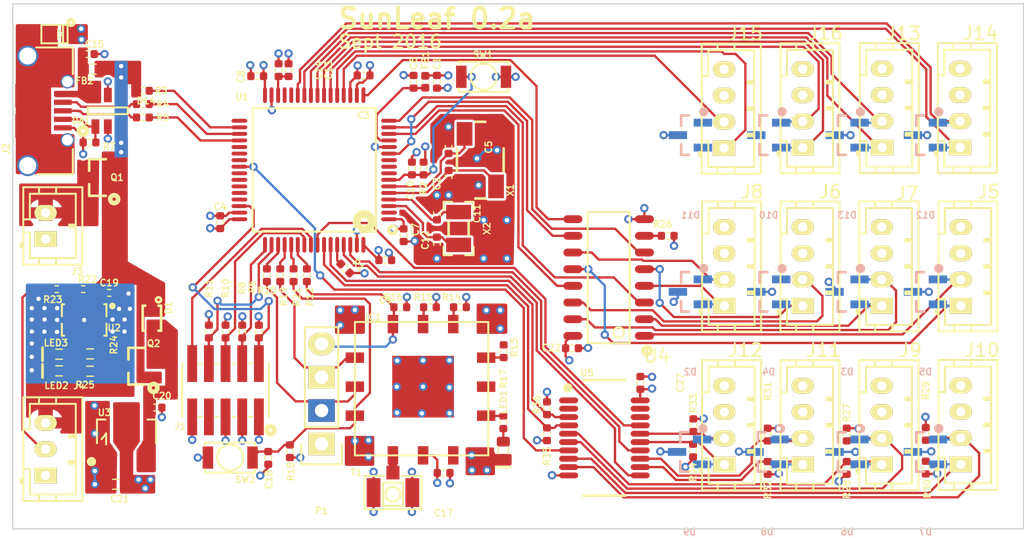
<source format=kicad_pcb>
(kicad_pcb (version 20160815) (host pcbnew "(2016-09-14 revision 83ed3c9)-makepkg")
  (layers (0 F.Cu signal) (1 In1.Cu power hide) (2 In2.Cu power hide) (31 B.Cu signal) (34 B.Paste user) (35 F.Paste user) (36 B.SilkS user) (37 F.SilkS user) (38 B.Mask user) (39 F.Mask user) (44 Edge.Cuts user))
  (net 0 "")
  (net 1 +3V3)
  (net 2 GND)
  (net 3 "Net-(C2-Pad1)")
  (net 4 "Net-(C5-Pad1)")
  (net 5 "Net-(C6-Pad1)")
  (net 6 /MCU-STM32F446RET6/ESP_ST_RST)
  (net 7 "Net-(C11-Pad1)")
  (net 8 "Net-(C12-Pad1)")
  (net 9 "Net-(C13-Pad1)")
  (net 10 "Net-(C15-Pad2)")
  (net 11 "Net-(C18-Pad1)")
  (net 12 "Net-(C20-Pad1)")
  (net 13 /MCU-STM32F446RET6/VBUS)
  (net 14 "Net-(D6-Pad2)")
  (net 15 "Net-(D6-Pad1)")
  (net 16 "Net-(D7-Pad2)")
  (net 17 "Net-(D7-Pad1)")
  (net 18 "Net-(D8-Pad2)")
  (net 19 "Net-(D8-Pad1)")
  (net 20 "Net-(D9-Pad2)")
  (net 21 "Net-(D9-Pad1)")
  (net 22 "/Analog and Digital Grove IO/ANIO_6")
  (net 23 "/Analog and Digital Grove IO/ANIO_7")
  (net 24 "/Analog and Digital Grove IO/ANIO_4")
  (net 25 "/Analog and Digital Grove IO/ANIO_5")
  (net 26 "/Analog and Digital Grove IO/ANIO_2")
  (net 27 "/Analog and Digital Grove IO/ANIO_3")
  (net 28 "/Analog and Digital Grove IO/ANIO_0")
  (net 29 "/Analog and Digital Grove IO/ANIO_1")
  (net 30 "Net-(DA1-Pad4)")
  (net 31 "Net-(DA1-Pad3)")
  (net 32 "Net-(DA1-Pad1)")
  (net 33 "Net-(IC1-Pad4)")
  (net 34 "Net-(IC1-Pad3)")
  (net 35 "Net-(IC1-Pad2)")
  (net 36 "Net-(IC1-Pad10)")
  (net 37 "Net-(IC1-Pad11)")
  (net 38 "Net-(IC1-Pad6)")
  (net 39 "Net-(IC1-Pad7)")
  (net 40 /WiFi-ESP8266-ESP-09/PGM_MODE)
  (net 41 /WiFi-ESP8266-ESP-09/ANTENNA)
  (net 42 "Net-(IC1-Pad16)")
  (net 43 /MCU-STM32F446RET6/SWDIO_TMS)
  (net 44 /MCU-STM32F446RET6/SWCLK_TCK)
  (net 45 /MCU-STM32F446RET6/SWO_TDO)
  (net 46 "Net-(J1-Pad7)")
  (net 47 /MCU-STM32F446RET6/SWO_TDI)
  (net 48 /MCU-STM32F446RET6/NJTRST)
  (net 49 /Power-System/BAT)
  (net 50 /Power-System/THERM)
  (net 51 "Net-(LED1-Pad1)")
  (net 52 "Net-(LED2-Pad1)")
  (net 53 "Net-(LED2-Pad2)")
  (net 54 "Net-(LED3-Pad1)")
  (net 55 "Net-(LED3-Pad2)")
  (net 56 /MCU-STM32F446RET6/BOOT0)
  (net 57 "Net-(R3-Pad1)")
  (net 58 "Net-(R4-Pad1)")
  (net 59 "Net-(R5-Pad1)")
  (net 60 /MCU-STM32F446RET6/ESP_PGM_MODE)
  (net 61 /MCU-STM32F446RET6/ESP_URX)
  (net 62 /MCU-STM32F446RET6/ESP_UTX)
  (net 63 /MCU-STM32F446RET6/STM_ESP_RST)
  (net 64 "Net-(R22-Pad1)")
  (net 65 "Net-(R26-Pad2)")
  (net 66 "Net-(U1-Pad2)")
  (net 67 "Net-(U1-Pad8)")
  (net 68 "Net-(U1-Pad9)")
  (net 69 "Net-(U1-Pad10)")
  (net 70 /MCU-STM32F446RET6/USW_S0)
  (net 71 "/UART Grove Sensors/UART_S_RX")
  (net 72 /MCU-STM32F446RET6/UART_S_RX)
  (net 73 /MCU-STM32F446RET6/USW_EN)
  (net 74 /MCU-STM32F446RET6/USW_S1)
  (net 75 "Net-(U1-Pad28)")
  (net 76 "Net-(U1-Pad29)")
  (net 77 /MCU-STM32F446RET6/HEARTBEAT)
  (net 78 "Net-(U1-Pad37)")
  (net 79 "Net-(U1-Pad38)")
  (net 80 "Net-(U1-Pad39)")
  (net 81 "/I2C Grove Sensors/EN1_IMUX")
  (net 82 "Net-(U1-Pad41)")
  (net 83 "Net-(U1-Pad42)")
  (net 84 "Net-(U1-Pad43)")
  (net 85 "Net-(U1-Pad44)")
  (net 86 "Net-(U1-Pad45)")
  (net 87 "/I2C Grove Sensors/EN4_IMUX")
  (net 88 "/I2C Grove Sensors/I2C_SCL")
  (net 89 "/I2C Grove Sensors/I2C_SDA")
  (net 90 "/I2C Grove Sensors/EN2_IMUX")
  (net 91 "/I2C Grove Sensors/EN3_IMUX")
  (net 92 "Net-(U2-Pad9)")
  (net 93 "Net-(U5-Pad1)")
  (net 94 "Net-(U5-Pad2)")
  (net 95 "Net-(U5-Pad18)")
  (net 96 "Net-(U5-Pad19)")
  (net 97 "Net-(D6-Pad3)")
  (net 98 "/UART Grove Sensors/UART_RX3")
  (net 99 "/UART Grove Sensors/UART_TX3")
  (net 100 "/UART Grove Sensors/UART_RX2")
  (net 101 "/UART Grove Sensors/UART_TX2")
  (net 102 "/UART Grove Sensors/UART_RX1")
  (net 103 "/UART Grove Sensors/UART_TX1")
  (net 104 "/UART Grove Sensors/UART_RX0")
  (net 105 "/UART Grove Sensors/UART_TX0")
  (net 106 "Net-(R23-Pad1)")
  (net 107 "Net-(D14-Pad1)")
  (net 108 "Net-(J3-Pad2)")
  (module PCB_Footprints:74HC4052D (layer F.Cu) (at 88.392 50.8508 180)
    (fp_text reference U4 (at -3.683 -5.969 180) (layer F.SilkS))
    (fp_text value 74HC4052D)
    (pad 9 smd oval (at 2.725 4.445 180) (size 1.45 0.6) (layers F.Cu F.Paste F.Mask) (net 74 /MCU-STM32F446RET6/USW_S1))
    (pad 10 smd oval (at 2.725 3.175 180) (size 1.45 0.6) (layers F.Cu F.Paste F.Mask) (net 70 /MCU-STM32F446RET6/USW_S0))
    (pad 11 smd oval (at 2.725 1.905 180) (size 1.45 0.6) (layers F.Cu F.Paste F.Mask) (net 99 "/UART Grove Sensors/UART_TX3"))
    (pad 12 smd oval (at 2.725 0.635 180) (size 1.45 0.6) (layers F.Cu F.Paste F.Mask) (net 104 "/UART Grove Sensors/UART_RX0"))
    (pad 13 smd oval (at 2.725 -0.635 180) (size 1.45 0.6) (layers F.Cu F.Paste F.Mask) (net 71 "/UART Grove Sensors/UART_S_RX"))
    (pad 14 smd oval (at 2.725 -1.905 180) (size 1.45 0.6) (layers F.Cu F.Paste F.Mask) (net 103 "/UART Grove Sensors/UART_TX1"))
    (pad 15 smd oval (at 2.725 -3.175 180) (size 1.45 0.6) (layers F.Cu F.Paste F.Mask) (net 101 "/UART Grove Sensors/UART_TX2"))
    (pad 16 smd oval (at 2.725 -4.445 180) (size 1.45 0.6) (layers F.Cu F.Paste F.Mask) (net 1 +3V3))
    (pad 1 smd oval (at -2.725 -4.445 180) (size 1.45 0.6) (layers F.Cu F.Paste F.Mask) (net 105 "/UART Grove Sensors/UART_TX0"))
    (pad 2 smd oval (at -2.725 -3.175 180) (size 1.45 0.6) (layers F.Cu F.Paste F.Mask) (net 100 "/UART Grove Sensors/UART_RX2"))
    (pad 3 smd oval (at -2.725 -1.905 180) (size 1.45 0.6) (layers F.Cu F.Paste F.Mask) (net 72 /MCU-STM32F446RET6/UART_S_RX))
    (pad 4 smd oval (at -2.725 -0.635 180) (size 1.45 0.6) (layers F.Cu F.Paste F.Mask) (net 98 "/UART Grove Sensors/UART_RX3"))
    (pad 5 smd oval (at -2.725 0.635 180) (size 1.45 0.6) (layers F.Cu F.Paste F.Mask) (net 102 "/UART Grove Sensors/UART_RX1"))
    (pad 6 smd oval (at -2.725 1.905 180) (size 1.45 0.6) (layers F.Cu F.Paste F.Mask) (net 73 /MCU-STM32F446RET6/USW_EN))
    (pad 7 smd oval (at -2.725 3.175 180) (size 1.45 0.6) (layers F.Cu F.Paste F.Mask) (net 65 "Net-(R26-Pad2)"))
    (pad 8 smd oval (at -2.725 4.445 180) (size 1.45 0.6) (layers F.Cu F.Paste F.Mask) (net 2 GND))
  )
  (module "PCB_Footprints:B4B-PH-K-S(LF)(SN)" (layer F.Cu) (at 103.1748 65.1002 90)
    (fp_text reference J11 (at 8.7122 1.6002 180) (layer F.SilkS))
    (fp_text value "B4B-PH-K-S(LF)(SN)")
    (pad 1 thru_hole rect (at 0 0 90) (size 1.2 1.7) (drill 0.7) (layers *.Cu *.Mask F.SilkS) (net 18 "Net-(D8-Pad2)"))
    (pad 2 thru_hole oval (at 2 0 90) (size 1.2 1.7) (drill 0.7) (layers *.Cu *.Mask F.SilkS) (net 19 "Net-(D8-Pad1)"))
    (pad 3 thru_hole oval (at 4 0 90) (size 1.2 1.7) (drill 0.7) (layers *.Cu *.Mask F.SilkS) (net 1 +3V3))
    (pad 4 thru_hole oval (at 6 0 90) (size 1.2 1.7) (drill 0.7) (layers *.Cu *.Mask F.SilkS) (net 2 GND))
  )
  (module "PCB_Footprints:B4B-PH-K-S(LF)(SN)" (layer F.Cu) (at 103.1748 40.9636 90)
    (fp_text reference J16 (at 8.7056 1.7272 180) (layer F.SilkS))
    (fp_text value "B4B-PH-K-S(LF)(SN)")
    (pad 4 thru_hole oval (at 6 0 90) (size 1.2 1.7) (drill 0.7) (layers *.Cu *.Mask F.SilkS) (net 2 GND))
    (pad 3 thru_hole oval (at 4 0 90) (size 1.2 1.7) (drill 0.7) (layers *.Cu *.Mask F.SilkS) (net 1 +3V3))
    (pad 2 thru_hole oval (at 2 0 90) (size 1.2 1.7) (drill 0.7) (layers *.Cu *.Mask F.SilkS) (net 22 "/Analog and Digital Grove IO/ANIO_6"))
    (pad 1 thru_hole rect (at 0 0 90) (size 1.2 1.7) (drill 0.7) (layers *.Cu *.Mask F.SilkS) (net 23 "/Analog and Digital Grove IO/ANIO_7"))
  )
  (module "PCB_Footprints:B4B-PH-K-S(LF)(SN)" (layer F.Cu) (at 109.1946 65.1002 90)
    (fp_text reference J9 (at 8.7122 2.1844 180) (layer F.SilkS))
    (fp_text value "B4B-PH-K-S(LF)(SN)")
    (pad 4 thru_hole oval (at 6 0 90) (size 1.2 1.7) (drill 0.7) (layers *.Cu *.Mask F.SilkS) (net 2 GND))
    (pad 3 thru_hole oval (at 4 0 90) (size 1.2 1.7) (drill 0.7) (layers *.Cu *.Mask F.SilkS) (net 1 +3V3))
    (pad 2 thru_hole oval (at 2 0 90) (size 1.2 1.7) (drill 0.7) (layers *.Cu *.Mask F.SilkS) (net 15 "Net-(D6-Pad1)"))
    (pad 1 thru_hole rect (at 0 0 90) (size 1.2 1.7) (drill 0.7) (layers *.Cu *.Mask F.SilkS) (net 14 "Net-(D6-Pad2)"))
  )
  (module "PCB_Footprints:B4B-PH-K-S(LF)(SN)" (layer F.Cu) (at 97.2058 65.1002 90)
    (fp_text reference J12 (at 8.7122 1.6002 180) (layer F.SilkS))
    (fp_text value "B4B-PH-K-S(LF)(SN)")
    (pad 1 thru_hole rect (at 0 0 90) (size 1.2 1.7) (drill 0.7) (layers *.Cu *.Mask F.SilkS) (net 20 "Net-(D9-Pad2)"))
    (pad 2 thru_hole oval (at 2 0 90) (size 1.2 1.7) (drill 0.7) (layers *.Cu *.Mask F.SilkS) (net 21 "Net-(D9-Pad1)"))
    (pad 3 thru_hole oval (at 4 0 90) (size 1.2 1.7) (drill 0.7) (layers *.Cu *.Mask F.SilkS) (net 1 +3V3))
    (pad 4 thru_hole oval (at 6 0 90) (size 1.2 1.7) (drill 0.7) (layers *.Cu *.Mask F.SilkS) (net 2 GND))
  )
  (module "PCB_Footprints:B4B-PH-K-S(LF)(SN)" (layer F.Cu) (at 109.22 40.9448 90)
    (fp_text reference J13 (at 8.6868 1.6256 360) (layer F.SilkS))
    (fp_text value "B4B-PH-K-S(LF)(SN)")
    (pad 4 thru_hole oval (at 6 0 90) (size 1.2 1.7) (drill 0.7) (layers *.Cu *.Mask F.SilkS) (net 2 GND))
    (pad 3 thru_hole oval (at 4 0 90) (size 1.2 1.7) (drill 0.7) (layers *.Cu *.Mask F.SilkS) (net 1 +3V3))
    (pad 2 thru_hole oval (at 2 0 90) (size 1.2 1.7) (drill 0.7) (layers *.Cu *.Mask F.SilkS) (net 28 "/Analog and Digital Grove IO/ANIO_0"))
    (pad 1 thru_hole rect (at 0 0 90) (size 1.2 1.7) (drill 0.7) (layers *.Cu *.Mask F.SilkS) (net 29 "/Analog and Digital Grove IO/ANIO_1"))
  )
  (module "PCB_Footprints:B4B-PH-K-S(LF)(SN)" (layer F.Cu) (at 97.1804 40.989 90)
    (fp_text reference J15 (at 8.731 1.6256 180) (layer F.SilkS))
    (fp_text value "B4B-PH-K-S(LF)(SN)")
    (pad 1 thru_hole rect (at 0 0 90) (size 1.2 1.7) (drill 0.7) (layers *.Cu *.Mask F.SilkS) (net 25 "/Analog and Digital Grove IO/ANIO_5"))
    (pad 2 thru_hole oval (at 2 0 90) (size 1.2 1.7) (drill 0.7) (layers *.Cu *.Mask F.SilkS) (net 24 "/Analog and Digital Grove IO/ANIO_4"))
    (pad 3 thru_hole oval (at 4 0 90) (size 1.2 1.7) (drill 0.7) (layers *.Cu *.Mask F.SilkS) (net 1 +3V3))
    (pad 4 thru_hole oval (at 6 0 90) (size 1.2 1.7) (drill 0.7) (layers *.Cu *.Mask F.SilkS) (net 2 GND))
  )
  (module "PCB_Footprints:B4B-PH-K-S(LF)(SN)" (layer F.Cu) (at 115.1636 40.9448 90)
    (fp_text reference J14 (at 8.6868 1.5494 360) (layer F.SilkS))
    (fp_text value "B4B-PH-K-S(LF)(SN)")
    (pad 4 thru_hole oval (at 6 0 90) (size 1.2 1.7) (drill 0.7) (layers *.Cu *.Mask F.SilkS) (net 2 GND))
    (pad 3 thru_hole oval (at 4 0 90) (size 1.2 1.7) (drill 0.7) (layers *.Cu *.Mask F.SilkS) (net 1 +3V3))
    (pad 2 thru_hole oval (at 2 0 90) (size 1.2 1.7) (drill 0.7) (layers *.Cu *.Mask F.SilkS) (net 26 "/Analog and Digital Grove IO/ANIO_2"))
    (pad 1 thru_hole rect (at 0 0 90) (size 1.2 1.7) (drill 0.7) (layers *.Cu *.Mask F.SilkS) (net 27 "/Analog and Digital Grove IO/ANIO_3"))
  )
  (module "PCB_Footprints:B4B-PH-K-S(LF)(SN)" (layer F.Cu) (at 115.2144 65.0804 90)
    (fp_text reference J10 (at 8.6924 1.6256 180) (layer F.SilkS))
    (fp_text value "B4B-PH-K-S(LF)(SN)")
    (pad 4 thru_hole oval (at 6 0 90) (size 1.2 1.7) (drill 0.7) (layers *.Cu *.Mask F.SilkS) (net 2 GND))
    (pad 3 thru_hole oval (at 4 0 90) (size 1.2 1.7) (drill 0.7) (layers *.Cu *.Mask F.SilkS) (net 1 +3V3))
    (pad 2 thru_hole oval (at 2 0 90) (size 1.2 1.7) (drill 0.7) (layers *.Cu *.Mask F.SilkS) (net 17 "Net-(D7-Pad1)"))
    (pad 1 thru_hole rect (at 0 0 90) (size 1.2 1.7) (drill 0.7) (layers *.Cu *.Mask F.SilkS) (net 16 "Net-(D7-Pad2)"))
  )
  (module PCB_Footprints:R0402 (layer F.Cu) (at 46.355 51.7398 180)
    (fp_text reference R23 (at 0.3048 -0.7874 180) (layer F.SilkS) (effects (font (size 0.5 0.5) (thickness 0.1))))
    (fp_text value RC1005F102CS)
    (pad 2 smd roundrect (at 0.483 0 180) (size 0.559 0.61) (layers F.Cu F.Paste F.Mask) (net 50 /Power-System/THERM))
    (pad 1 smd roundrect (at -0.483 0 180) (size 0.559 0.61) (layers F.Cu F.Paste F.Mask) (net 106 "Net-(R23-Pad1)"))
  )
  (module PCB_Footprints:R0402 (layer F.Cu) (at 83.693 60.8072 270)
    (fp_text reference R36 (at -0.279 0.762 270) (layer F.SilkS) (effects (font (size 0.5 0.5) (thickness 0.1))))
    (fp_text value RC1005F472CS)
    (pad 2 smd roundrect (at 0.483 0 270) (size 0.559 0.61) (layers F.Cu F.Paste F.Mask) (net 89 "/I2C Grove Sensors/I2C_SDA"))
    (pad 1 smd roundrect (at -0.483 0 270) (size 0.559 0.61) (layers F.Cu F.Paste F.Mask) (net 1 +3V3))
  )
  (module PCB_Footprints:R0402 (layer F.Cu) (at 83.693 62.7892 90)
    (fp_text reference R35 (at -1.676 0 90) (layer F.SilkS) (effects (font (size 0.5 0.5) (thickness 0.1))))
    (fp_text value RC1005F472CS)
    (pad 2 smd roundrect (at 0.483 0 90) (size 0.559 0.61) (layers F.Cu F.Paste F.Mask) (net 88 "/I2C Grove Sensors/I2C_SCL"))
    (pad 1 smd roundrect (at -0.483 0 90) (size 0.559 0.61) (layers F.Cu F.Paste F.Mask) (net 1 +3V3))
  )
  (module PCB_Footprints:R0402 (layer F.Cu) (at 62.357 50.673 90)
    (fp_text reference R20 (at -1.1938 0) (layer F.SilkS) (effects (font (size 0.5 0.5) (thickness 0.1))))
    (fp_text value RC1005F201CS)
    (pad 2 smd roundrect (at 0.483 0 90) (size 0.559 0.61) (layers F.Cu F.Paste F.Mask) (net 62 /MCU-STM32F446RET6/ESP_UTX))
    (pad 1 smd roundrect (at -0.483 0 90) (size 0.559 0.61) (layers F.Cu F.Paste F.Mask) (net 37 "Net-(IC1-Pad11)"))
  )
  (module PCB_Footprints:R0402 (layer F.Cu) (at 63.373 50.673 90)
    (fp_text reference R19 (at -1.626 0.254 90) (layer F.SilkS) (effects (font (size 0.5 0.5) (thickness 0.1))))
    (fp_text value RC1005F201CS)
    (pad 2 smd roundrect (at 0.483 0 90) (size 0.559 0.61) (layers F.Cu F.Paste F.Mask) (net 61 /MCU-STM32F446RET6/ESP_URX))
    (pad 1 smd roundrect (at -0.483 0 90) (size 0.559 0.61) (layers F.Cu F.Paste F.Mask) (net 36 "Net-(IC1-Pad10)"))
  )
  (module PCB_Footprints:R0402 (layer F.Cu) (at 64.1096 64.0838 90)
    (fp_text reference R18 (at -1.5498 0.0762 90) (layer F.SilkS) (effects (font (size 0.5 0.5) (thickness 0.1))))
    (fp_text value RC1005F102CS)
    (pad 2 smd roundrect (at 0.483 0 90) (size 0.559 0.61) (layers F.Cu F.Paste F.Mask) (net 11 "Net-(C18-Pad1)"))
    (pad 1 smd roundrect (at -0.483 0 90) (size 0.559 0.61) (layers F.Cu F.Paste F.Mask) (net 1 +3V3))
  )
  (module PCB_Footprints:R0402 (layer F.Cu) (at 80.3656 61.8744 270)
    (fp_text reference R17 (at -3.302 0 270) (layer F.SilkS) (effects (font (size 0.5 0.5) (thickness 0.1))))
    (fp_text value RC1005F102CS)
    (pad 2 smd roundrect (at 0.483 0 270) (size 0.559 0.61) (layers F.Cu F.Paste F.Mask) (net 51 "Net-(LED1-Pad1)"))
    (pad 1 smd roundrect (at -0.483 0 270) (size 0.559 0.61) (layers F.Cu F.Paste F.Mask) (net 35 "Net-(IC1-Pad2)"))
  )
  (module PCB_Footprints:R0402 (layer F.Cu) (at 74.7776 53.1114 180)
    (fp_text reference R15 (at 0.508 0.762 180) (layer F.SilkS) (effects (font (size 0.5 0.5) (thickness 0.1))))
    (fp_text value RC1005F102CS)
    (pad 2 smd roundrect (at 0.483 0 180) (size 0.559 0.61) (layers F.Cu F.Paste F.Mask) (net 39 "Net-(IC1-Pad7)"))
    (pad 1 smd roundrect (at -0.483 0 180) (size 0.559 0.61) (layers F.Cu F.Paste F.Mask) (net 1 +3V3))
  )
  (module PCB_Footprints:R0402 (layer F.Cu) (at 77.0636 53.1114)
    (fp_text reference R14 (at -0.635 -0.762) (layer F.SilkS) (effects (font (size 0.5 0.5) (thickness 0.1))))
    (fp_text value RC1005F102CS)
    (pad 2 smd roundrect (at 0.483 0) (size 0.559 0.61) (layers F.Cu F.Paste F.Mask) (net 2 GND))
    (pad 1 smd roundrect (at -0.483 0) (size 0.559 0.61) (layers F.Cu F.Paste F.Mask) (net 38 "Net-(IC1-Pad6)"))
  )
  (module PCB_Footprints:R0402 (layer F.Cu) (at 65.405 50.673 270)
    (fp_text reference R12 (at 1.651 -0.2032 270) (layer F.SilkS) (effects (font (size 0.5 0.5) (thickness 0.1))))
    (fp_text value RC1005F201CS)
    (pad 2 smd roundrect (at 0.483 0 270) (size 0.559 0.61) (layers F.Cu F.Paste F.Mask) (net 40 /WiFi-ESP8266-ESP-09/PGM_MODE))
    (pad 1 smd roundrect (at -0.483 0 270) (size 0.559 0.61) (layers F.Cu F.Paste F.Mask) (net 60 /MCU-STM32F446RET6/ESP_PGM_MODE))
  )
  (module PCB_Footprints:R0402 (layer F.Cu) (at 64.389 50.673 90)
    (fp_text reference R21 (at -1.651 0.254 90) (layer F.SilkS) (effects (font (size 0.5 0.5) (thickness 0.1))))
    (fp_text value RC1005F201CS)
    (pad 2 smd roundrect (at 0.483 0 90) (size 0.559 0.61) (layers F.Cu F.Paste F.Mask) (net 63 /MCU-STM32F446RET6/STM_ESP_RST))
    (pad 1 smd roundrect (at -0.483 0 90) (size 0.559 0.61) (layers F.Cu F.Paste F.Mask) (net 11 "Net-(C18-Pad1)"))
  )
  (module PCB_Footprints:R0402 (layer F.Cu) (at 48.362 51.7398 180)
    (fp_text reference R22 (at -0.3298 0.7366 180) (layer F.SilkS) (effects (font (size 0.5 0.5) (thickness 0.1))))
    (fp_text value RC1005F4870CS)
    (pad 2 smd roundrect (at 0.483 0 180) (size 0.559 0.61) (layers F.Cu F.Paste F.Mask) (net 2 GND))
    (pad 1 smd roundrect (at -0.483 0 180) (size 0.559 0.61) (layers F.Cu F.Paste F.Mask) (net 64 "Net-(R22-Pad1)"))
  )
  (module PCB_Footprints:R0402 (layer F.Cu) (at 72.5166 53.1114 180)
    (fp_text reference R16 (at 0.533 0.762 180) (layer F.SilkS) (effects (font (size 0.5 0.5) (thickness 0.1))))
    (fp_text value RC1005F102CS)
    (pad 2 smd roundrect (at 0.483 0 180) (size 0.559 0.61) (layers F.Cu F.Paste F.Mask) (net 40 /WiFi-ESP8266-ESP-09/PGM_MODE))
    (pad 1 smd roundrect (at -0.483 0 180) (size 0.559 0.61) (layers F.Cu F.Paste F.Mask) (net 1 +3V3))
  )
  (module PCB_Footprints:R0402 (layer F.Cu) (at 80.391 56.4638 270)
    (fp_text reference R13 (at -0.279 -0.8128 90) (layer F.SilkS) (effects (font (size 0.5 0.5) (thickness 0.1))))
    (fp_text value RC1005F201CS)
    (pad 2 smd roundrect (at 0.483 0 270) (size 0.559 0.61) (layers F.Cu F.Paste F.Mask) (net 33 "Net-(IC1-Pad4)"))
    (pad 1 smd roundrect (at -0.483 0 270) (size 0.559 0.61) (layers F.Cu F.Paste F.Mask) (net 6 /MCU-STM32F446RET6/ESP_ST_RST))
  )
  (module PCB_Footprints:R0402 (layer F.Cu) (at 112.5474 62.7634 270)
    (fp_text reference R29 (at -3.302 0 270) (layer F.SilkS) (effects (font (size 0.5 0.5) (thickness 0.1))))
    (fp_text value RC1005F472CS)
    (pad 2 smd roundrect (at 0.483 0 270) (size 0.559 0.61) (layers F.Cu F.Paste F.Mask) (net 17 "Net-(D7-Pad1)"))
    (pad 1 smd roundrect (at -0.483 0 270) (size 0.559 0.61) (layers F.Cu F.Paste F.Mask) (net 1 +3V3))
  )
  (module PCB_Footprints:R0402 (layer F.Cu) (at 112.5474 65.3284 90)
    (fp_text reference R30 (at -1.626 0.127 90) (layer F.SilkS) (effects (font (size 0.5 0.5) (thickness 0.1))))
    (fp_text value RC1005F472CS)
    (pad 2 smd roundrect (at 0.483 0 90) (size 0.559 0.61) (layers F.Cu F.Paste F.Mask) (net 16 "Net-(D7-Pad2)"))
    (pad 1 smd roundrect (at -0.483 0 90) (size 0.559 0.61) (layers F.Cu F.Paste F.Mask) (net 1 +3V3))
  )
  (module PCB_Footprints:R0402 (layer F.Cu) (at 100.5078 62.8142 270)
    (fp_text reference R31 (at -3.302 0 270) (layer F.SilkS) (effects (font (size 0.5 0.5) (thickness 0.1))))
    (fp_text value RC1005F472CS)
    (pad 2 smd roundrect (at 0.483 0 270) (size 0.559 0.61) (layers F.Cu F.Paste F.Mask) (net 19 "Net-(D8-Pad1)"))
    (pad 1 smd roundrect (at -0.483 0 270) (size 0.559 0.61) (layers F.Cu F.Paste F.Mask) (net 1 +3V3))
  )
  (module PCB_Footprints:R0402 (layer F.Cu) (at 106.5276 65.3542 90)
    (fp_text reference R28 (at -1.626 0 90) (layer F.SilkS) (effects (font (size 0.5 0.5) (thickness 0.1))))
    (fp_text value RC1005F472CS)
    (pad 2 smd roundrect (at 0.483 0 90) (size 0.559 0.61) (layers F.Cu F.Paste F.Mask) (net 14 "Net-(D6-Pad2)"))
    (pad 1 smd roundrect (at -0.483 0 90) (size 0.559 0.61) (layers F.Cu F.Paste F.Mask) (net 1 +3V3))
  )
  (module PCB_Footprints:R0402 (layer F.Cu) (at 106.5276 62.8142 270)
    (fp_text reference R27 (at -1.651 0 270) (layer F.SilkS) (effects (font (size 0.5 0.5) (thickness 0.1))))
    (fp_text value RC1005F472CS)
    (pad 2 smd roundrect (at 0.483 0 270) (size 0.559 0.61) (layers F.Cu F.Paste F.Mask) (net 15 "Net-(D6-Pad1)"))
    (pad 1 smd roundrect (at -0.483 0 270) (size 0.559 0.61) (layers F.Cu F.Paste F.Mask) (net 1 +3V3))
  )
  (module PCB_Footprints:R0402 (layer F.Cu) (at 52.9082 37.6428 180)
    (fp_text reference R4 (at -1.524 0 180) (layer F.SilkS) (effects (font (size 0.5 0.5) (thickness 0.1))))
    (fp_text value CPF0402B22RE1)
    (pad 2 smd roundrect (at 0.483 0 180) (size 0.559 0.61) (layers F.Cu F.Paste F.Mask) (net 30 "Net-(DA1-Pad4)"))
    (pad 1 smd roundrect (at -0.483 0 180) (size 0.559 0.61) (layers F.Cu F.Paste F.Mask) (net 58 "Net-(R4-Pad1)"))
  )
  (module PCB_Footprints:R0402 (layer F.Cu) (at 94.8436 62.103 270)
    (fp_text reference R33 (at -1.651 0 270) (layer F.SilkS) (effects (font (size 0.5 0.5) (thickness 0.1))))
    (fp_text value RC1005F472CS)
    (pad 2 smd roundrect (at 0.483 0 270) (size 0.559 0.61) (layers F.Cu F.Paste F.Mask) (net 21 "Net-(D9-Pad1)"))
    (pad 1 smd roundrect (at -0.483 0 270) (size 0.559 0.61) (layers F.Cu F.Paste F.Mask) (net 1 +3V3))
  )
  (module PCB_Footprints:R0402 (layer F.Cu) (at 100.5078 65.3542 90)
    (fp_text reference R32 (at -1.651 0 90) (layer F.SilkS) (effects (font (size 0.5 0.5) (thickness 0.1))))
    (fp_text value RC1005F472CS)
    (pad 2 smd roundrect (at 0.483 0 90) (size 0.559 0.61) (layers F.Cu F.Paste F.Mask) (net 18 "Net-(D8-Pad2)"))
    (pad 1 smd roundrect (at -0.483 0 90) (size 0.559 0.61) (layers F.Cu F.Paste F.Mask) (net 1 +3V3))
  )
  (module PCB_Footprints:R0402 (layer F.Cu) (at 94.8182 64.0334 90)
    (fp_text reference R34 (at -1.651 0 90) (layer F.SilkS) (effects (font (size 0.5 0.5) (thickness 0.1))))
    (fp_text value RC1005F472CS)
    (pad 2 smd roundrect (at 0.483 0 90) (size 0.559 0.61) (layers F.Cu F.Paste F.Mask) (net 20 "Net-(D9-Pad2)"))
    (pad 1 smd roundrect (at -0.483 0 90) (size 0.559 0.61) (layers F.Cu F.Paste F.Mask) (net 1 +3V3))
  )
  (module PCB_Footprints:R0402 (layer F.Cu) (at 92.8878 47.6758 180)
    (fp_text reference R26 (at 0.381 0.889 180) (layer F.SilkS) (effects (font (size 0.5 0.5) (thickness 0.1))))
    (fp_text value RC1005F102CS)
    (pad 2 smd roundrect (at 0.483 0 180) (size 0.559 0.61) (layers F.Cu F.Paste F.Mask) (net 65 "Net-(R26-Pad2)"))
    (pad 1 smd roundrect (at -0.483 0 180) (size 0.559 0.61) (layers F.Cu F.Paste F.Mask) (net 2 GND))
  )
  (module PCB_Footprints:R0402 (layer F.Cu) (at 60.4774 54.9656 270)
    (fp_text reference R8 (at -3.302 0 270) (layer F.SilkS) (effects (font (size 0.5 0.5) (thickness 0.1))))
    (fp_text value RC1005F102CS)
    (pad 2 smd roundrect (at 0.483 0 270) (size 0.559 0.61) (layers F.Cu F.Paste F.Mask) (net 44 /MCU-STM32F446RET6/SWCLK_TCK))
    (pad 1 smd roundrect (at -0.483 0 270) (size 0.559 0.61) (layers F.Cu F.Paste F.Mask) (net 1 +3V3))
  )
  (module PCB_Footprints:R0402 (layer F.Cu) (at 48.8442 40.5638 180)
    (fp_text reference R7 (at -1.4986 -0.3048 180) (layer F.SilkS) (effects (font (size 0.5 0.5) (thickness 0.1))))
    (fp_text value RC1005J473CS)
    (pad 2 smd roundrect (at 0.483 0 180) (size 0.559 0.61) (layers F.Cu F.Paste F.Mask) (net 2 GND))
    (pad 1 smd roundrect (at -0.483 0 180) (size 0.559 0.61) (layers F.Cu F.Paste F.Mask) (net 32 "Net-(DA1-Pad1)"))
  )
  (module PCB_Footprints:R0402 (layer F.Cu) (at 61.7474 54.9656 270)
    (fp_text reference R6 (at -3.410095 0.5085 270) (layer F.SilkS) (effects (font (size 0.5 0.5) (thickness 0.1))))
    (fp_text value RC1005F102CS)
    (pad 2 smd roundrect (at 0.483 0 270) (size 0.559 0.61) (layers F.Cu F.Paste F.Mask) (net 43 /MCU-STM32F446RET6/SWDIO_TMS))
    (pad 1 smd roundrect (at -0.483 0 270) (size 0.559 0.61) (layers F.Cu F.Paste F.Mask) (net 1 +3V3))
  )
  (module PCB_Footprints:R0402 (layer F.Cu) (at 74.295 42.545 270)
    (fp_text reference R2 (at 1.524 0 270) (layer F.SilkS) (effects (font (size 0.5 0.5) (thickness 0.1))))
    (fp_text value RC1005F102CS)
    (pad 2 smd roundrect (at 0.483 0 270) (size 0.559 0.61) (layers F.Cu F.Paste F.Mask) (net 6 /MCU-STM32F446RET6/ESP_ST_RST))
    (pad 1 smd roundrect (at -0.483 0 270) (size 0.559 0.61) (layers F.Cu F.Paste F.Mask) (net 1 +3V3))
  )
  (module PCB_Footprints:R0402 (layer F.Cu) (at 57.9374 54.9656 270)
    (fp_text reference R11 (at -3.302 0 270) (layer F.SilkS) (effects (font (size 0.5 0.5) (thickness 0.1))))
    (fp_text value RC1005F102CS)
    (pad 2 smd roundrect (at 0.483 0 270) (size 0.559 0.61) (layers F.Cu F.Paste F.Mask) (net 47 /MCU-STM32F446RET6/SWO_TDI))
    (pad 1 smd roundrect (at -0.483 0 270) (size 0.559 0.61) (layers F.Cu F.Paste F.Mask) (net 1 +3V3))
  )
  (module PCB_Footprints:R0402 (layer F.Cu) (at 52.9082 36.6268 180)
    (fp_text reference R3 (at -1.397 0 180) (layer F.SilkS) (effects (font (size 0.5 0.5) (thickness 0.1))))
    (fp_text value RC1005F103CS)
    (pad 2 smd roundrect (at 0.483 0 180) (size 0.559 0.61) (layers F.Cu F.Paste F.Mask) (net 13 /MCU-STM32F446RET6/VBUS))
    (pad 1 smd roundrect (at -0.483 0 180) (size 0.559 0.61) (layers F.Cu F.Paste F.Mask) (net 57 "Net-(R3-Pad1)"))
  )
  (module PCB_Footprints:R0402 (layer F.Cu) (at 68.326 50.165 315)
    (fp_text reference R1 (at 0.538815 -0.898026 315) (layer F.SilkS) (effects (font (size 0.5 0.5) (thickness 0.1))))
    (fp_text value RC1005F103CS)
    (pad 2 smd roundrect (at 0.483 0 315) (size 0.559 0.61) (layers F.Cu F.Paste F.Mask) (net 2 GND))
    (pad 1 smd roundrect (at -0.483 0 315) (size 0.559 0.61) (layers F.Cu F.Paste F.Mask) (net 56 /MCU-STM32F446RET6/BOOT0))
  )
  (module PCB_Footprints:R0402 (layer F.Cu) (at 59.2074 54.9656 270)
    (fp_text reference R10 (at -3.302 0 270) (layer F.SilkS) (effects (font (size 0.5 0.5) (thickness 0.1))))
    (fp_text value RC1005F102CS)
    (pad 2 smd roundrect (at 0.483 0 270) (size 0.559 0.61) (layers F.Cu F.Paste F.Mask) (net 45 /MCU-STM32F446RET6/SWO_TDO))
    (pad 1 smd roundrect (at -0.483 0 270) (size 0.559 0.61) (layers F.Cu F.Paste F.Mask) (net 1 +3V3))
  )
  (module PCB_Footprints:R0402 (layer F.Cu) (at 52.9082 38.6588 180)
    (fp_text reference R5 (at -1.524 0 180) (layer F.SilkS) (effects (font (size 0.5 0.5) (thickness 0.1))))
    (fp_text value CPF0402B22RE1)
    (pad 2 smd roundrect (at 0.483 0 180) (size 0.559 0.61) (layers F.Cu F.Paste F.Mask) (net 31 "Net-(DA1-Pad3)"))
    (pad 1 smd roundrect (at -0.483 0 180) (size 0.559 0.61) (layers F.Cu F.Paste F.Mask) (net 59 "Net-(R5-Pad1)"))
  )
  (module PCB_Footprints:C0402 (layer F.Cu) (at 58.801 46.634 90)
    (fp_text reference C4 (at 1.168 0) (layer F.SilkS) (effects (font (size 0.5 0.5) (thickness 0.1))))
    (fp_text value CL05B104JP5NNNC)
    (pad 1 smd roundrect (at -0.483 0 90) (size 0.559 0.61) (layers F.Cu F.Paste F.Mask) (net 1 +3V3))
    (pad 2 smd roundrect (at 0.483 0 90) (size 0.559 0.61) (layers F.Cu F.Paste F.Mask) (net 2 GND))
  )
  (module PCB_Footprints:C0402 (layer F.Cu) (at 73.533 35.941 90)
    (fp_text reference C6 (at 1.397 0 90) (layer F.SilkS) (effects (font (size 0.5 0.5) (thickness 0.1))))
    (fp_text value CL05B104JP5NNNC)
    (pad 1 smd roundrect (at -0.483 0 90) (size 0.559 0.61) (layers F.Cu F.Paste F.Mask) (net 5 "Net-(C6-Pad1)"))
    (pad 2 smd roundrect (at 0.483 0 90) (size 0.559 0.61) (layers F.Cu F.Paste F.Mask) (net 2 GND))
  )
  (module PCB_Footprints:C0402 (layer F.Cu) (at 63.246 35.052 90)
    (fp_text reference C14 (at 0 3.048 90) (layer F.SilkS) (effects (font (size 0.5 0.5) (thickness 0.1))))
    (fp_text value CL05B104JP5NNNC)
    (pad 1 smd roundrect (at -0.483 0 90) (size 0.559 0.61) (layers F.Cu F.Paste F.Mask) (net 9 "Net-(C13-Pad1)"))
    (pad 2 smd roundrect (at 0.483 0 90) (size 0.559 0.61) (layers F.Cu F.Paste F.Mask) (net 2 GND))
  )
  (module PCB_Footprints:B3U-1000P (layer F.Cu) (at 78.867 35.56)
    (fp_text reference SW1 (at -0.0508 -1.6764) (layer F.SilkS) (effects (font (size 0.5 0.5) (thickness 0.1))))
    (fp_text value B3U-1000P)
    (pad 1 smd rect (at -1.7 0) (size 0.8 1.7) (layers F.Cu F.Paste F.Mask) (net 6 /MCU-STM32F446RET6/ESP_ST_RST))
    (pad 2 smd rect (at 1.7 0) (size 0.8 1.7) (layers F.Cu F.Paste F.Mask) (net 2 GND))
  )
  (module PCB_Footprints:ABS07-32.768KHZ-9-T (layer F.Cu) (at 76.962 47.117 270)
    (fp_text reference X2 (at 0 -2.159 270) (layer F.SilkS) (effects (font (size 0.5 0.5) (thickness 0.1))))
    (fp_text value ABS07-32.768KHZ-9-T)
    (pad 2 smd rect (at 1.25 0 270) (size 1.1 1.9) (layers F.Cu F.Paste F.Mask) (net 8 "Net-(C12-Pad1)"))
    (pad 1 smd rect (at -1.25 0 270) (size 1.1 1.9) (layers F.Cu F.Paste F.Mask) (net 7 "Net-(C11-Pad1)"))
  )
  (module PCB_Footprints:20021121-00010C4LF (layer F.Cu) (at 59.2074 59.436)
    (fp_text reference J1 (at -3.4544 2.7412) (layer F.SilkS) (effects (font (size 0.5 0.5) (thickness 0.1))))
    (fp_text value 20021121-00010C4LF)
    (pad 1 smd rect (at 2.54 2.03) (size 0.75 2.8) (layers F.Cu F.Paste F.Mask) (net 1 +3V3))
    (pad 2 smd rect (at 2.54 -2.03) (size 0.75 2.8) (layers F.Cu F.Paste F.Mask) (net 43 /MCU-STM32F446RET6/SWDIO_TMS))
    (pad 3 smd rect (at 1.27 2.03) (size 0.75 2.8) (layers F.Cu F.Paste F.Mask) (net 2 GND))
    (pad 4 smd rect (at 1.27 -2.03) (size 0.75 2.8) (layers F.Cu F.Paste F.Mask) (net 44 /MCU-STM32F446RET6/SWCLK_TCK))
    (pad 5 smd rect (at 0 2.03) (size 0.75 2.8) (layers F.Cu F.Paste F.Mask) (net 2 GND))
    (pad 6 smd rect (at 0 -2.03) (size 0.75 2.8) (layers F.Cu F.Paste F.Mask) (net 45 /MCU-STM32F446RET6/SWO_TDO))
    (pad 7 smd rect (at -1.27 2.03) (size 0.75 2.8) (layers F.Cu F.Paste F.Mask) (net 46 "Net-(J1-Pad7)"))
    (pad 8 smd rect (at -1.27 -2.03) (size 0.75 2.8) (layers F.Cu F.Paste F.Mask) (net 47 /MCU-STM32F446RET6/SWO_TDI))
    (pad 9 smd rect (at -2.54 2.03) (size 0.75 2.8) (layers F.Cu F.Paste F.Mask) (net 2 GND))
    (pad 10 smd rect (at -2.54 -2.03) (size 0.75 2.8) (layers F.Cu F.Paste F.Mask) (net 48 /MCU-STM32F446RET6/NJTRST))
  )
  (module PCB_Footprints:C0402 (layer F.Cu) (at 61.6208 35.5092 180)
    (fp_text reference C8 (at 1.2442 -0.0508 90) (layer F.SilkS) (effects (font (size 0.5 0.5) (thickness 0.1))))
    (fp_text value CL05B104JP5NNNC)
    (pad 1 smd roundrect (at -0.483 0 180) (size 0.559 0.61) (layers F.Cu F.Paste F.Mask) (net 1 +3V3))
    (pad 2 smd roundrect (at 0.483 0 180) (size 0.559 0.61) (layers F.Cu F.Paste F.Mask) (net 2 GND))
  )
  (module PCB_Footprints:C0402 (layer F.Cu) (at 73.406 42.545 90)
    (fp_text reference C10 (at -1.651 -0.127 90) (layer F.SilkS) (effects (font (size 0.5 0.5) (thickness 0.1))))
    (fp_text value CL05B104JP5NNNC)
    (pad 1 smd roundrect (at -0.483 0 90) (size 0.559 0.61) (layers F.Cu F.Paste F.Mask) (net 6 /MCU-STM32F446RET6/ESP_ST_RST))
    (pad 2 smd roundrect (at 0.483 0 90) (size 0.559 0.61) (layers F.Cu F.Paste F.Mask) (net 2 GND))
  )
  (module PCB_Footprints:C0402 (layer F.Cu) (at 75.311 45.974 90)
    (fp_text reference C11 (at 0 3.048 90) (layer F.SilkS) (effects (font (size 0.5 0.5) (thickness 0.1))))
    (fp_text value CL05C180GB5NCNC)
    (pad 1 smd roundrect (at -0.483 0 90) (size 0.559 0.61) (layers F.Cu F.Paste F.Mask) (net 7 "Net-(C11-Pad1)"))
    (pad 2 smd roundrect (at 0.483 0 90) (size 0.559 0.61) (layers F.Cu F.Paste F.Mask) (net 2 GND))
  )
  (module PCB_Footprints:C0402 (layer F.Cu) (at 48.7172 33.8328 180)
    (fp_text reference C15 (at -0.508 0.762 180) (layer F.SilkS) (effects (font (size 0.5 0.5) (thickness 0.1))))
    (fp_text value CL05B104JP5NNNC)
    (pad 1 smd roundrect (at -0.483 0 180) (size 0.559 0.61) (layers F.Cu F.Paste F.Mask) (net 2 GND))
    (pad 2 smd roundrect (at 0.483 0 180) (size 0.559 0.61) (layers F.Cu F.Paste F.Mask) (net 10 "Net-(C15-Pad2)"))
  )
  (module PCB_Footprints:C0402 (layer F.Cu) (at 69.723 35.4584)
    (fp_text reference C3 (at 0 3.048) (layer F.SilkS) (effects (font (size 0.5 0.5) (thickness 0.1))))
    (fp_text value CL05B104JP5NNNC)
    (pad 1 smd roundrect (at -0.483 0) (size 0.559 0.61) (layers F.Cu F.Paste F.Mask) (net 1 +3V3))
    (pad 2 smd roundrect (at 0.483 0) (size 0.559 0.61) (layers F.Cu F.Paste F.Mask) (net 2 GND))
  )
  (module PCB_Footprints:C0402 (layer F.Cu) (at 64.008 35.052 90)
    (fp_text reference C13 (at 0 3.048 90) (layer F.SilkS) (effects (font (size 0.5 0.5) (thickness 0.1))))
    (fp_text value CL05A475KQ5NRNC)
    (pad 1 smd roundrect (at -0.483 0 90) (size 0.559 0.61) (layers F.Cu F.Paste F.Mask) (net 9 "Net-(C13-Pad1)"))
    (pad 2 smd roundrect (at 0.483 0 90) (size 0.559 0.61) (layers F.Cu F.Paste F.Mask) (net 2 GND))
  )
  (module PCB_Footprints:C0402 (layer F.Cu) (at 71.374 49.53)
    (fp_text reference C9 (at 0 3.048) (layer F.SilkS) (effects (font (size 0.5 0.5) (thickness 0.1))))
    (fp_text value CL05B104JP5NNNC)
    (pad 1 smd roundrect (at -0.483 0) (size 0.559 0.61) (layers F.Cu F.Paste F.Mask) (net 1 +3V3))
    (pad 2 smd roundrect (at 0.483 0) (size 0.559 0.61) (layers F.Cu F.Paste F.Mask) (net 2 GND))
  )
  (module PCB_Footprints:C0402 (layer F.Cu) (at 75.311 35.941 270)
    (fp_text reference C1 (at -1.397 0 270) (layer F.SilkS) (effects (font (size 0.5 0.5) (thickness 0.1))))
    (fp_text value CL05B104JP5NNNC)
    (pad 1 smd roundrect (at -0.483 0 270) (size 0.559 0.61) (layers F.Cu F.Paste F.Mask) (net 1 +3V3))
    (pad 2 smd roundrect (at 0.483 0 270) (size 0.559 0.61) (layers F.Cu F.Paste F.Mask) (net 2 GND))
  )
  (module PCB_Footprints:C0402 (layer F.Cu) (at 76.2 43.18 270)
    (fp_text reference C2 (at 0.533 0.889 270) (layer F.SilkS) (effects (font (size 0.5 0.5) (thickness 0.1))))
    (fp_text value CL05C090CB5NNNC)
    (pad 1 smd roundrect (at -0.483 0 270) (size 0.559 0.61) (layers F.Cu F.Paste F.Mask) (net 3 "Net-(C2-Pad1)"))
    (pad 2 smd roundrect (at 0.483 0 270) (size 0.559 0.61) (layers F.Cu F.Paste F.Mask) (net 2 GND))
  )
  (module PCB_Footprints:PESD3V3L2BT,215 (layer B.Cu) (at 94.615 40.005 180)
    (fp_text reference D11 (at 0 -6.096 180) (layer B.SilkS) (effects (font (size 0.5 0.5) (thickness 0.1)) (justify mirror)))
    (fp_text value PESD3V3L2BT,215)
    (pad 3 smd rect (at 0.95 0 180) (size 1.4 0.6) (layers B.Cu B.Paste B.Mask) (net 2 GND))
    (pad 1 smd rect (at -0.95 0.95 180) (size 1.4 0.6) (layers B.Cu B.Paste B.Mask) (net 24 "/Analog and Digital Grove IO/ANIO_4"))
    (pad 2 smd rect (at -0.95 -0.95 180) (size 1.4 0.6) (layers B.Cu B.Paste B.Mask) (net 25 "/Analog and Digital Grove IO/ANIO_5"))
  )
  (module PCB_Footprints:PESD3V3L2BT,215 (layer B.Cu) (at 112.522 40.005 180)
    (fp_text reference D12 (at 0 -6.096 180) (layer B.SilkS) (effects (font (size 0.5 0.5) (thickness 0.1)) (justify mirror)))
    (fp_text value PESD3V3L2BT,215)
    (pad 3 smd rect (at 0.95 0 180) (size 1.4 0.6) (layers B.Cu B.Paste B.Mask) (net 2 GND))
    (pad 1 smd rect (at -0.95 0.95 180) (size 1.4 0.6) (layers B.Cu B.Paste B.Mask) (net 26 "/Analog and Digital Grove IO/ANIO_2"))
    (pad 2 smd rect (at -0.95 -0.95 180) (size 1.4 0.6) (layers B.Cu B.Paste B.Mask) (net 27 "/Analog and Digital Grove IO/ANIO_3"))
  )
  (module PCB_Footprints:PESD3V3L2BT,215 (layer B.Cu) (at 106.553 40.005 180)
    (fp_text reference D13 (at 0 -6.096 180) (layer B.SilkS) (effects (font (size 0.5 0.5) (thickness 0.1)) (justify mirror)))
    (fp_text value PESD3V3L2BT,215)
    (pad 3 smd rect (at 0.95 0 180) (size 1.4 0.6) (layers B.Cu B.Paste B.Mask) (net 2 GND))
    (pad 1 smd rect (at -0.95 0.95 180) (size 1.4 0.6) (layers B.Cu B.Paste B.Mask) (net 28 "/Analog and Digital Grove IO/ANIO_0"))
    (pad 2 smd rect (at -0.95 -0.95 180) (size 1.4 0.6) (layers B.Cu B.Paste B.Mask) (net 29 "/Analog and Digital Grove IO/ANIO_1"))
  )
  (module PCB_Footprints:PESD3V3L2BT,215 (layer B.Cu) (at 100.584 40.005 180)
    (fp_text reference D10 (at 0 -6.096 180) (layer B.SilkS) (effects (font (size 0.5 0.5) (thickness 0.1)) (justify mirror)))
    (fp_text value PESD3V3L2BT,215)
    (pad 3 smd rect (at 0.95 0 180) (size 1.4 0.6) (layers B.Cu B.Paste B.Mask) (net 2 GND))
    (pad 1 smd rect (at -0.95 0.95 180) (size 1.4 0.6) (layers B.Cu B.Paste B.Mask) (net 22 "/Analog and Digital Grove IO/ANIO_6"))
    (pad 2 smd rect (at -0.95 -0.95 180) (size 1.4 0.6) (layers B.Cu B.Paste B.Mask) (net 23 "/Analog and Digital Grove IO/ANIO_7"))
  )
  (module PCB_Footprints:C0402 (layer F.Cu) (at 85.598 56.2356)
    (fp_text reference C22 (at -1.5744 -0.0254) (layer F.SilkS) (effects (font (size 0.5 0.5) (thickness 0.1))))
    (fp_text value CL05B104JP5NNNC)
    (pad 1 smd roundrect (at -0.483 0) (size 0.559 0.61) (layers F.Cu F.Paste F.Mask) (net 1 +3V3))
    (pad 2 smd roundrect (at 0.483 0) (size 0.559 0.61) (layers F.Cu F.Paste F.Mask) (net 2 GND))
  )
  (module PCB_Footprints:PESD3V3L2BT,215 (layer B.Cu) (at 106.553 51.943 180)
    (fp_text reference D3 (at 0 -6.096 180) (layer B.SilkS) (effects (font (size 0.5 0.5) (thickness 0.1)) (justify mirror)))
    (fp_text value PESD3V3L2BT,215)
    (pad 3 smd rect (at 0.95 0 180) (size 1.4 0.6) (layers B.Cu B.Paste B.Mask) (net 2 GND))
    (pad 1 smd rect (at -0.95 0.95 180) (size 1.4 0.6) (layers B.Cu B.Paste B.Mask) (net 101 "/UART Grove Sensors/UART_TX2"))
    (pad 2 smd rect (at -0.95 -0.95 180) (size 1.4 0.6) (layers B.Cu B.Paste B.Mask) (net 100 "/UART Grove Sensors/UART_RX2"))
  )
  (module PCB_Footprints:PESD3V3L2BT,215 (layer B.Cu) (at 112.522 51.943 180)
    (fp_text reference D5 (at 0 -6.096 180) (layer B.SilkS) (effects (font (size 0.5 0.5) (thickness 0.1)) (justify mirror)))
    (fp_text value PESD3V3L2BT,215)
    (pad 3 smd rect (at 0.95 0 180) (size 1.4 0.6) (layers B.Cu B.Paste B.Mask) (net 2 GND))
    (pad 1 smd rect (at -0.95 0.95 180) (size 1.4 0.6) (layers B.Cu B.Paste B.Mask) (net 105 "/UART Grove Sensors/UART_TX0"))
    (pad 2 smd rect (at -0.95 -0.95 180) (size 1.4 0.6) (layers B.Cu B.Paste B.Mask) (net 104 "/UART Grove Sensors/UART_RX0"))
  )
  (module PCB_Footprints:PESD3V3L2BT,215 (layer B.Cu) (at 94.615 51.943 180)
    (fp_text reference D2 (at 0 -6.096 180) (layer B.SilkS) (effects (font (size 0.5 0.5) (thickness 0.1)) (justify mirror)))
    (fp_text value PESD3V3L2BT,215)
    (pad 3 smd rect (at 0.95 0 180) (size 1.4 0.6) (layers B.Cu B.Paste B.Mask) (net 2 GND))
    (pad 1 smd rect (at -0.95 0.95 180) (size 1.4 0.6) (layers B.Cu B.Paste B.Mask) (net 99 "/UART Grove Sensors/UART_TX3"))
    (pad 2 smd rect (at -0.95 -0.95 180) (size 1.4 0.6) (layers B.Cu B.Paste B.Mask) (net 98 "/UART Grove Sensors/UART_RX3"))
  )
  (module PCB_Footprints:PESD3V3L2BT,215 (layer B.Cu) (at 100.584 51.943 180)
    (fp_text reference D4 (at 0 -6.096 180) (layer B.SilkS) (effects (font (size 0.5 0.5) (thickness 0.1)) (justify mirror)))
    (fp_text value PESD3V3L2BT,215)
    (pad 3 smd rect (at 0.95 0 180) (size 1.4 0.6) (layers B.Cu B.Paste B.Mask) (net 2 GND))
    (pad 1 smd rect (at -0.95 0.95 180) (size 1.4 0.6) (layers B.Cu B.Paste B.Mask) (net 103 "/UART Grove Sensors/UART_TX1"))
    (pad 2 smd rect (at -0.95 -0.95 180) (size 1.4 0.6) (layers B.Cu B.Paste B.Mask) (net 102 "/UART Grove Sensors/UART_RX1"))
  )
  (module PCB_Footprints:PESD3V3L2BT,215 (layer B.Cu) (at 106.553 64.135 180)
    (fp_text reference D6 (at 0 -6.096 180) (layer B.SilkS) (effects (font (size 0.5 0.5) (thickness 0.1)) (justify mirror)))
    (fp_text value PESD3V3L2BT,215)
    (pad 3 smd rect (at 0.95 0 180) (size 1.4 0.6) (layers B.Cu B.Paste B.Mask) (net 97 "Net-(D6-Pad3)"))
    (pad 1 smd rect (at -0.95 0.95 180) (size 1.4 0.6) (layers B.Cu B.Paste B.Mask) (net 15 "Net-(D6-Pad1)"))
    (pad 2 smd rect (at -0.95 -0.95 180) (size 1.4 0.6) (layers B.Cu B.Paste B.Mask) (net 14 "Net-(D6-Pad2)"))
  )
  (module PCB_Footprints:C0402 (layer F.Cu) (at 90.805 58.8772 90)
    (fp_text reference C27 (at 0 3.048 90) (layer F.SilkS) (effects (font (size 0.5 0.5) (thickness 0.1))))
    (fp_text value CL05B104JP5NNNC)
    (pad 1 smd roundrect (at -0.483 0 90) (size 0.559 0.61) (layers F.Cu F.Paste F.Mask) (net 1 +3V3))
    (pad 2 smd roundrect (at 0.483 0 90) (size 0.559 0.61) (layers F.Cu F.Paste F.Mask) (net 2 GND))
  )
  (module PCB_Footprints:PESD3V3L2BT,215 (layer B.Cu) (at 112.522 64.135 180)
    (fp_text reference D7 (at 0 -6.096 180) (layer B.SilkS) (effects (font (size 0.5 0.5) (thickness 0.1)) (justify mirror)))
    (fp_text value PESD3V3L2BT,215)
    (pad 3 smd rect (at 0.95 0 180) (size 1.4 0.6) (layers B.Cu B.Paste B.Mask) (net 2 GND))
    (pad 1 smd rect (at -0.95 0.95 180) (size 1.4 0.6) (layers B.Cu B.Paste B.Mask) (net 17 "Net-(D7-Pad1)"))
    (pad 2 smd rect (at -0.95 -0.95 180) (size 1.4 0.6) (layers B.Cu B.Paste B.Mask) (net 16 "Net-(D7-Pad2)"))
  )
  (module PCB_Footprints:C0402 (layer F.Cu) (at 75.311 48.26 270)
    (fp_text reference C12 (at -0.254 0.889 270) (layer F.SilkS) (effects (font (size 0.5 0.5) (thickness 0.1))))
    (fp_text value CL05C180GB5NCNC)
    (pad 1 smd roundrect (at -0.483 0 270) (size 0.559 0.61) (layers F.Cu F.Paste F.Mask) (net 8 "Net-(C12-Pad1)"))
    (pad 2 smd roundrect (at 0.483 0 270) (size 0.559 0.61) (layers F.Cu F.Paste F.Mask) (net 2 GND))
  )
  (module PCB_Footprints:C0402 (layer F.Cu) (at 72.771 47.625 270)
    (fp_text reference C7 (at -0.4318 -0.889 270) (layer F.SilkS) (effects (font (size 0.5 0.5) (thickness 0.1))))
    (fp_text value CL05B104JP5NNNC)
    (pad 1 smd roundrect (at -0.483 0 270) (size 0.559 0.61) (layers F.Cu F.Paste F.Mask) (net 1 +3V3))
    (pad 2 smd roundrect (at 0.483 0 270) (size 0.559 0.61) (layers F.Cu F.Paste F.Mask) (net 2 GND))
  )
  (module PCB_Footprints:C0402 (layer F.Cu) (at 76.2 40.919 90)
    (fp_text reference C5 (at 0 3.048 90) (layer F.SilkS) (effects (font (size 0.5 0.5) (thickness 0.1))))
    (fp_text value CL05C090CB5NNNC)
    (pad 1 smd roundrect (at -0.483 0 90) (size 0.559 0.61) (layers F.Cu F.Paste F.Mask) (net 4 "Net-(C5-Pad1)"))
    (pad 2 smd roundrect (at 0.483 0 90) (size 0.559 0.61) (layers F.Cu F.Paste F.Mask) (net 2 GND))
  )
  (module PCB_Footprints:BLM15HG601SN1D (layer F.Cu) (at 74.422 35.941 270)
    (fp_text reference FB1 (at -1.651 0 270) (layer F.SilkS) (effects (font (size 0.5 0.5) (thickness 0.1))))
    (fp_text value BLM15HG601SN1D)
    (pad 2 smd roundrect (at 0.455 0 270) (size 0.59 0.62) (layers F.Cu F.Paste F.Mask) (net 5 "Net-(C6-Pad1)"))
    (pad 1 smd roundrect (at -0.455 0 270) (size 0.59 0.62) (layers F.Cu F.Paste F.Mask) (net 1 +3V3))
  )
  (module PCB_Footprints:MI0603K300R-10 (layer F.Cu) (at 49.0982 34.9758 180)
    (fp_text reference FB2 (at 0.635 -0.889 180) (layer F.SilkS) (effects (font (size 0.5 0.5) (thickness 0.1))))
    (fp_text value MI0603K300R-10)
    (pad 2 smd roundrect (at 0.7 0 180) (size 0.8 0.95) (layers F.Cu F.Paste F.Mask) (net 10 "Net-(C15-Pad2)"))
    (pad 1 smd roundrect (at -0.7 0 180) (size 0.8 0.95) (layers F.Cu F.Paste F.Mask) (net 13 /MCU-STM32F446RET6/VBUS))
  )
  (module PCB_Footprints:PESD3V3L2BT,215 (layer B.Cu) (at 100.457 64.135 180)
    (fp_text reference D8 (at 0 -6.096 180) (layer B.SilkS) (effects (font (size 0.5 0.5) (thickness 0.1)) (justify mirror)))
    (fp_text value PESD3V3L2BT,215)
    (pad 3 smd rect (at 0.95 0 180) (size 1.4 0.6) (layers B.Cu B.Paste B.Mask) (net 2 GND))
    (pad 1 smd rect (at -0.95 0.95 180) (size 1.4 0.6) (layers B.Cu B.Paste B.Mask) (net 19 "Net-(D8-Pad1)"))
    (pad 2 smd rect (at -0.95 -0.95 180) (size 1.4 0.6) (layers B.Cu B.Paste B.Mask) (net 18 "Net-(D8-Pad2)"))
  )
  (module PCB_Footprints:PESD3V3L2BT,215 (layer B.Cu) (at 94.554 64.135 180)
    (fp_text reference D9 (at 0 -6.096 180) (layer B.SilkS) (effects (font (size 0.5 0.5) (thickness 0.1)) (justify mirror)))
    (fp_text value PESD3V3L2BT,215)
    (pad 3 smd rect (at 0.95 0 180) (size 1.4 0.6) (layers B.Cu B.Paste B.Mask) (net 2 GND))
    (pad 1 smd rect (at -0.95 0.95 180) (size 1.4 0.6) (layers B.Cu B.Paste B.Mask) (net 21 "Net-(D9-Pad1)"))
    (pad 2 smd rect (at -0.95 -0.95 180) (size 1.4 0.6) (layers B.Cu B.Paste B.Mask) (net 20 "Net-(D9-Pad2)"))
  )
  (module PCB_Footprints:LED0603 (layer F.Cu) (at 80.3656 64.0334 270)
    (fp_text reference LED1 (at -3.683 0 270) (layer F.SilkS) (effects (font (size 0.5 0.5) (thickness 0.1))))
    (fp_text value LTST-C193TBKT-5A)
    (pad 1 smd roundrect (at -0.68 0 270) (size 0.74 1) (layers F.Cu F.Paste F.Mask) (net 51 "Net-(LED1-Pad1)"))
    (pad 2 smd roundrect (at 0.68 0 270) (size 0.74 1) (layers F.Cu F.Paste F.Mask) (net 2 GND))
  )
  (module PCB_Footprints:C0402 (layer F.Cu) (at 75.819 65.7352)
    (fp_text reference C17 (at 0 3.048) (layer F.SilkS) (effects (font (size 0.5 0.5) (thickness 0.1))))
    (fp_text value CL05B104JP5NNNC)
    (pad 1 smd roundrect (at -0.483 0) (size 0.559 0.61) (layers F.Cu F.Paste F.Mask) (net 1 +3V3))
    (pad 2 smd roundrect (at 0.483 0) (size 0.559 0.61) (layers F.Cu F.Paste F.Mask) (net 2 GND))
  )
  (module Pin_Headers:Pin_Header_Straight_1x04 (layer F.Cu) (at 66.5226 63.5254 180)
    (fp_text reference P1 (at 0 -5.1 180) (layer F.SilkS) (effects (font (size 0.5 0.5) (thickness 0.1))))
    (fp_text value CONN_01X04)
    (pad 1 thru_hole rect (at 0 0 180) (size 2.032 1.7272) (drill 1.016) (layers *.Cu *.Mask F.SilkS) (net 2 GND))
    (pad 2 thru_hole rect (at 0 2.54 180) (size 2.032 1.7272) (drill 1.016) (layers *.Cu *.Mask) (net 37 "Net-(IC1-Pad11)"))
    (pad 3 thru_hole rect (at 0 5.08 180) (size 2.032 1.7272) (drill 1.016) (layers *.Cu *.Mask F.SilkS) (net 36 "Net-(IC1-Pad10)"))
    (pad 4 thru_hole oval (at 0 7.62 180) (size 2.032 1.7272) (drill 1.016) (layers *.Cu *.Mask F.SilkS) (net 40 /WiFi-ESP8266-ESP-09/PGM_MODE))
  )
  (module PCB_Footprints:C0402 (layer F.Cu) (at 62.4586 64.5918 270)
    (fp_text reference C18 (at 1.6514 -0.0508 270) (layer F.SilkS) (effects (font (size 0.5 0.5) (thickness 0.1))))
    (fp_text value CL05B104JP5NNNC)
    (pad 1 smd roundrect (at -0.483 0 270) (size 0.559 0.61) (layers F.Cu F.Paste F.Mask) (net 11 "Net-(C18-Pad1)"))
    (pad 2 smd roundrect (at 0.483 0 270) (size 0.559 0.61) (layers F.Cu F.Paste F.Mask) (net 2 GND))
  )
  (module PCB_Footprints:B3U-1000P (layer F.Cu) (at 59.563 64.5668 180)
    (fp_text reference SW2 (at -1.143 -1.6764 180) (layer F.SilkS) (effects (font (size 0.5 0.5) (thickness 0.1))))
    (fp_text value B3U-1000P)
    (pad 1 smd rect (at -1.7 0 180) (size 0.8 1.7) (layers F.Cu F.Paste F.Mask) (net 11 "Net-(C18-Pad1)"))
    (pad 2 smd rect (at 1.7 0 180) (size 0.8 1.7) (layers F.Cu F.Paste F.Mask) (net 2 GND))
  )
  (module PCB_Footprints:C0603 (layer F.Cu) (at 50.8508 66.5988 180)
    (fp_text reference C21 (at -0.3048 -1.1176) (layer F.SilkS) (effects (font (size 0.5 0.5) (thickness 0.1))))
    (fp_text value CL10A106KQ8NNNC)
    (pad 1 smd roundrect (at -0.68 0 180) (size 0.74 1) (layers F.Cu F.Paste F.Mask) (net 1 +3V3))
    (pad 2 smd roundrect (at 0.68 0 180) (size 0.74 1) (layers F.Cu F.Paste F.Mask) (net 2 GND))
  )
  (module PCB_Footprints:C0402 (layer F.Cu) (at 53.873 60.7568)
    (fp_text reference C20 (at 0.483 -0.889 180) (layer F.SilkS) (effects (font (size 0.5 0.5) (thickness 0.1))))
    (fp_text value CL05A105KA5NQNC)
    (pad 1 smd roundrect (at -0.483 0) (size 0.559 0.61) (layers F.Cu F.Paste F.Mask) (net 12 "Net-(C20-Pad1)"))
    (pad 2 smd roundrect (at 0.483 0) (size 0.559 0.61) (layers F.Cu F.Paste F.Mask) (net 2 GND))
  )
  (module PCB_Footprints:LED0603 (layer F.Cu) (at 46.5328 57.9628 180)
    (fp_text reference LED2 (at 0.2032 -1.1176) (layer F.SilkS) (effects (font (size 0.5 0.5) (thickness 0.1))))
    (fp_text value LTST-C191KGKT)
    (pad 1 smd roundrect (at -0.68 0 180) (size 0.74 1) (layers F.Cu F.Paste F.Mask) (net 52 "Net-(LED2-Pad1)"))
    (pad 2 smd roundrect (at 0.68 0 180) (size 0.74 1) (layers F.Cu F.Paste F.Mask) (net 53 "Net-(LED2-Pad2)"))
  )
  (module PCB_Footprints:LED0603 (layer F.Cu) (at 46.5328 56.6928 180)
    (fp_text reference LED3 (at 0.254 0.8636 180) (layer F.SilkS) (effects (font (size 0.5 0.5) (thickness 0.1))))
    (fp_text value LTST-C191KFKT)
    (pad 1 smd roundrect (at -0.68 0 180) (size 0.74 1) (layers F.Cu F.Paste F.Mask) (net 54 "Net-(LED3-Pad1)"))
    (pad 2 smd roundrect (at 0.68 0 180) (size 0.74 1) (layers F.Cu F.Paste F.Mask) (net 55 "Net-(LED3-Pad2)"))
  )
  (module PCB_Footprints:AZ1117CR-3.3TRG1 (layer F.Cu) (at 51.66106 62.96914)
    (fp_text reference U3 (at -1.67386 -1.83134) (layer F.SilkS) (effects (font (size 0.5 0.5) (thickness 0.1))))
    (fp_text value AZ1117CR-3.3TRG1_1)
    (pad 1 smd roundrect (at -1.50114 1.85166) (size 1.00076 1.50114) (layers F.Cu F.Paste F.Mask) (net 2 GND))
    (pad 2 smd rect (at 0 1.85166) (size 1.00076 1.50114) (layers F.Cu F.Paste F.Mask) (net 1 +3V3))
    (pad 3 smd roundrect (at 1.50114 1.85166) (size 1.00076 1.50114) (layers F.Cu F.Paste F.Mask) (net 12 "Net-(C20-Pad1)"))
    (pad 2 smd rect (at 0 -1.09982) (size 1.99898 2.99974) (layers F.Cu F.Paste F.Mask) (net 1 +3V3))
    (pad 2 smd trapezoid (at 0 0.7493 180) (size 1.50114 0.7493) (rect_delta 0 0.50038) (layers F.Cu F.Paste F.Mask) (net 1 +3V3))
  )
  (module PCB_Footprints:C0402 (layer F.Cu) (at 50.3428 52.0192)
    (fp_text reference C19 (at 0 -0.762) (layer F.SilkS) (effects (font (size 0.5 0.5) (thickness 0.1))))
    (fp_text value CL05A105KA5NQNC)
    (pad 1 smd roundrect (at -0.483 0) (size 0.559 0.61) (layers F.Cu F.Paste F.Mask) (net 13 /MCU-STM32F446RET6/VBUS))
    (pad 2 smd roundrect (at 0.483 0) (size 0.559 0.61) (layers F.Cu F.Paste F.Mask) (net 2 GND))
  )
  (module PCB_Footprints:DMG2307L-7 (layer F.Cu) (at 49.5808 43.2308 180)
    (fp_text reference Q1 (at -1.365 0 180) (layer F.SilkS) (effects (font (size 0.5 0.5) (thickness 0.1))))
    (fp_text value DMG2307L-7)
    (pad 3 smd rect (at 1.175 0 180) (size 0.95 0.55) (layers F.Cu F.Paste F.Mask) (net 108 "Net-(J3-Pad2)"))
    (pad 1 smd rect (at -1.175 -0.915 180) (size 0.95 0.55) (layers F.Cu F.Paste F.Mask) (net 13 /MCU-STM32F446RET6/VBUS))
    (pad 2 smd rect (at -1.175 0.915 180) (size 0.95 0.55) (layers F.Cu F.Paste F.Mask) (net 13 /MCU-STM32F446RET6/VBUS))
  )
  (module PCB_Footprints:BAT20JFILM (layer F.Cu) (at 53.594 53.9496 270)
    (fp_text reference D1 (at -0.8 -1.27 90) (layer F.SilkS) (effects (font (size 0.5 0.5) (thickness 0.1))))
    (fp_text value BAT20JFILM)
    (pad 2 smd rect (at 0.8 0 270) (size 1.3 0.4) (layers F.Cu F.Paste F.Mask) (net 12 "Net-(C20-Pad1)"))
    (pad 1 smd rect (at -0.8 0 270) (size 1.3 0.4) (layers F.Cu F.Paste F.Mask) (net 13 /MCU-STM32F446RET6/VBUS))
  )
  (module PCB_Footprints:DMG2307L-7 (layer F.Cu) (at 52.5714 57.6066 180)
    (fp_text reference Q2 (at -1.1618 1.7272 180) (layer F.SilkS) (effects (font (size 0.5 0.5) (thickness 0.1))))
    (fp_text value DMG2307L-7)
    (pad 3 smd rect (at 1.175 0 180) (size 0.95 0.55) (layers F.Cu F.Paste F.Mask) (net 49 /Power-System/BAT))
    (pad 1 smd rect (at -1.175 -0.915 180) (size 0.95 0.55) (layers F.Cu F.Paste F.Mask) (net 13 /MCU-STM32F446RET6/VBUS))
    (pad 2 smd rect (at -1.175 0.915 180) (size 0.95 0.55) (layers F.Cu F.Paste F.Mask) (net 12 "Net-(C20-Pad1)"))
  )
  (module PCB_Footprints:1909763-1 (layer F.Cu) (at 71.9582 67.2338)
    (fp_text reference T1 (at -2.794 -1.524) (layer F.SilkS) (effects (font (size 0.5 0.5) (thickness 0.1))))
    (fp_text value 1909763-1)
    (pad 1 smd rect (at 0 -1.525) (size 1 1.05) (layers F.Cu F.Paste F.Mask) (net 41 /WiFi-ESP8266-ESP-09/ANTENNA))
    (pad 2 smd rect (at 1.475 0) (size 1.05 2.2) (layers F.Cu F.Paste F.Mask) (net 2 GND))
    (pad 2 smd rect (at -1.475 0) (size 1.05 2.2) (layers F.Cu F.Paste F.Mask) (net 2 GND))
  )
  (module PCB_Footprints:ABM3B8.000MHZB2T (layer F.Cu) (at 78.613 41.91 90)
    (fp_text reference X1 (at -2.286 2.286 90) (layer F.SilkS) (effects (font (size 0.5 0.5) (thickness 0.1))))
    (fp_text value ABM3B8.000MHZB2T)
    (pad 4 smd rect (at -2 -1.2 90) (size 1.8 1.2) (layers F.Cu F.Paste F.Mask) (net 2 GND))
    (pad 2 smd rect (at 2 1.2 90) (size 1.8 1.2) (layers F.Cu F.Paste F.Mask) (net 2 GND))
    (pad 3 smd rect (at 2 -1.2 90) (size 1.8 1.2) (layers F.Cu F.Paste F.Mask) (net 4 "Net-(C5-Pad1)"))
    (pad 1 smd rect (at -2 1.2 90) (size 1.8 1.2) (layers F.Cu F.Paste F.Mask) (net 3 "Net-(C2-Pad1)"))
  )
  (module PCB_Footprints:ESDA6V1BC6 (layer F.Cu) (at 50.2412 38.1508 90)
    (fp_text reference DA1 (at -0.762 -2.032) (layer F.SilkS) (effects (font (size 0.5 0.5) (thickness 0.1))))
    (fp_text value ESDA6V1BC6)
    (pad 4 smd rect (at 1.2 0.95 90) (size 1.1 0.6) (layers F.Cu F.Paste F.Mask) (net 30 "Net-(DA1-Pad4)"))
    (pad 5 smd rect (at 1.2 0 90) (size 1.1 0.6) (layers F.Cu F.Paste F.Mask) (net 2 GND))
    (pad 6 smd rect (at 1.2 -0.95 90) (size 1.1 0.6) (layers F.Cu F.Paste F.Mask) (net 10 "Net-(C15-Pad2)"))
    (pad 1 smd rect (at -1.2 -0.95 90) (size 1.1 0.6) (layers F.Cu F.Paste F.Mask) (net 32 "Net-(DA1-Pad1)"))
    (pad 2 smd rect (at -1.2 0 90) (size 1.1 0.6) (layers F.Cu F.Paste F.Mask) (net 2 GND))
    (pad 3 smd rect (at -1.2 0.95 90) (size 1.1 0.6) (layers F.Cu F.Paste F.Mask) (net 31 "Net-(DA1-Pad3)"))
  )
  (module PCB_Footprints:0475890001 (layer F.Cu) (at 46.8122 38.1508 90)
    (fp_text reference J2 (at -2.921 -4.318 90) (layer F.SilkS) (effects (font (size 0.5 0.5) (thickness 0.1))))
    (fp_text value 0475890001-MicroUSBPort)
    (pad 11 thru_hole circle (at 4.175 -2.675 90) (size 1.6 1.6) (drill 1.3) (layers *.Cu *.Mask) (net 107 "Net-(D14-Pad1)"))
    (pad 10 thru_hole circle (at -4.175 -2.675 90) (size 1.6 1.6) (drill 1.3) (layers *.Cu *.Mask) (net 107 "Net-(D14-Pad1)"))
    (pad 9 smd rect (at 1.15 -2.675 90) (size 1.8 1.9) (layers F.Cu F.Paste F.Mask) (net 107 "Net-(D14-Pad1)"))
    (pad 7 thru_hole circle (at 2.225 0.35 90) (size 1.041 1.041) (drill 0.838) (layers *.Cu *.Mask) (net 107 "Net-(D14-Pad1)"))
    (pad 1 smd rect (at 1.3 0 90) (size 0.4 1.35) (layers F.Cu F.Paste F.Mask) (net 10 "Net-(C15-Pad2)"))
    (pad 2 smd rect (at 0.65 0 90) (size 0.4 1.35) (layers F.Cu F.Paste F.Mask) (net 30 "Net-(DA1-Pad4)"))
    (pad 3 smd rect (at 0 0 90) (size 0.4 1.35) (layers F.Cu F.Paste F.Mask) (net 31 "Net-(DA1-Pad3)"))
    (pad 4 smd rect (at -0.65 0 90) (size 0.4 1.35) (layers F.Cu F.Paste F.Mask) (net 32 "Net-(DA1-Pad1)"))
    (pad 8 smd rect (at -1.15 -2.675 90) (size 1.8 1.9) (layers F.Cu F.Paste F.Mask) (net 107 "Net-(D14-Pad1)"))
    (pad 5 smd rect (at -1.3 0 90) (size 0.4 1.35) (layers F.Cu F.Paste F.Mask) (net 2 GND))
    (pad 6 thru_hole circle (at -2.225 0.35 90) (size 1.041 1.041) (drill 0.838) (layers *.Cu *.Mask) (net 107 "Net-(D14-Pad1)"))
  )
  (module PCB_Footprints:R0603 (layer F.Cu) (at 48.895 57.9882)
    (fp_text reference R24 (at 1.8034 -2.0066 90) (layer F.SilkS) (effects (font (size 0.5 0.5) (thickness 0.1))))
    (fp_text value RC1608J202CS)
    (pad 1 smd roundrect (at -0.68 0) (size 0.74 1) (layers F.Cu F.Paste F.Mask) (net 52 "Net-(LED2-Pad1)"))
    (pad 2 smd roundrect (at 0.68 0) (size 0.74 1) (layers F.Cu F.Paste F.Mask) (net 49 /Power-System/BAT))
  )
  (module PCB_Footprints:R0603 (layer F.Cu) (at 48.895 56.6674)
    (fp_text reference R25 (at -0.381 2.3622 180) (layer F.SilkS) (effects (font (size 0.5 0.5) (thickness 0.1))))
    (fp_text value RC1608J202CS)
    (pad 1 smd roundrect (at -0.68 0) (size 0.74 1) (layers F.Cu F.Paste F.Mask) (net 54 "Net-(LED3-Pad1)"))
    (pad 2 smd roundrect (at 0.68 0) (size 0.74 1) (layers F.Cu F.Paste F.Mask) (net 49 /Power-System/BAT))
  )
  (module PCB_Footprints:BQ24210 (layer F.Cu) (at 48.424607 54.161157 270)
    (fp_text reference U2 (at 0.525043 -2.299193) (layer F.SilkS) (effects (font (size 0.5 0.5) (thickness 0.1))))
    (fp_text value BQ24210DQCT)
    (pad 5 smd oval (at -1.075157 0.986807 180) (size 0.3 0.7) (layers F.Cu F.Paste F.Mask) (net 50 /Power-System/THERM))
    (pad 4 smd oval (at -1.075157 0.486807 180) (size 0.3 0.7) (layers F.Cu F.Paste F.Mask) (net 106 "Net-(R23-Pad1)"))
    (pad 3 smd oval (at -1.075157 -0.013193 180) (size 0.3 0.7) (layers F.Cu F.Paste F.Mask) (net 2 GND))
    (pad 2 smd oval (at -1.075157 -0.513193 180) (size 0.3 0.7) (layers F.Cu F.Paste F.Mask) (net 64 "Net-(R22-Pad1)"))
    (pad 1 smd oval (at -1.075157 -1.013193 180) (size 0.3 0.7) (layers F.Cu F.Paste F.Mask) (net 13 /MCU-STM32F446RET6/VBUS))
    (pad 11 smd rect (at -0.075157 -0.013193 180) (size 2.4 0.75) (layers F.Cu F.Paste F.Mask) (net 2 GND))
    (pad 6 smd oval (at 0.924843 0.986807 180) (size 0.3 0.7) (layers F.Cu F.Paste F.Mask) (net 55 "Net-(LED3-Pad2)"))
    (pad 7 smd oval (at 0.924843 0.486807 180) (size 0.3 0.7) (layers F.Cu F.Paste F.Mask) (net 55 "Net-(LED3-Pad2)"))
    (pad 8 smd oval (at 0.924843 -0.013193 180) (size 0.3 0.7) (layers F.Cu F.Paste F.Mask) (net 53 "Net-(LED2-Pad2)"))
    (pad 9 smd oval (at 0.924843 -0.513193 180) (size 0.3 0.7) (layers F.Cu F.Paste F.Mask) (net 92 "Net-(U2-Pad9)"))
    (pad 10 smd oval (at 0.924843 -1.013193 180) (size 0.3 0.7) (layers F.Cu F.Paste F.Mask) (net 49 /Power-System/BAT))
  )
  (module PCB_Footprints:STM32F446RET6 (layer F.Cu) (at 65.961457 42.6605 180)
    (fp_text reference U1 (at 5.509457 5.5765 180) (layer F.SilkS) (effects (font (size 0.5 0.5) (thickness 0.1))))
    (fp_text value STM32F446RET6_-_TQFP64)
    (pad 1 smd oval (at -5.7 -3.75 270) (size 0.3 1.2) (layers F.Cu F.Paste F.Mask) (net 1 +3V3))
    (pad 2 smd oval (at -5.7 -3.25 270) (size 0.3 1.2) (layers F.Cu F.Paste F.Mask) (net 66 "Net-(U1-Pad2)"))
    (pad 3 smd oval (at -5.7 -2.75 270) (size 0.3 1.2) (layers F.Cu F.Paste F.Mask) (net 8 "Net-(C12-Pad1)"))
    (pad 4 smd oval (at -5.7 -2.25 270) (size 0.3 1.2) (layers F.Cu F.Paste F.Mask) (net 7 "Net-(C11-Pad1)"))
    (pad 5 smd oval (at -5.7 -1.75 270) (size 0.3 1.2) (layers F.Cu F.Paste F.Mask) (net 3 "Net-(C2-Pad1)"))
    (pad 6 smd oval (at -5.7 -1.25 270) (size 0.3 1.2) (layers F.Cu F.Paste F.Mask) (net 4 "Net-(C5-Pad1)"))
    (pad 7 smd oval (at -5.7 -0.75 270) (size 0.3 1.2) (layers F.Cu F.Paste F.Mask) (net 6 /MCU-STM32F446RET6/ESP_ST_RST))
    (pad 8 smd oval (at -5.7 -0.25 270) (size 0.3 1.2) (layers F.Cu F.Paste F.Mask) (net 67 "Net-(U1-Pad8)"))
    (pad 9 smd oval (at -5.7 0.25 270) (size 0.3 1.2) (layers F.Cu F.Paste F.Mask) (net 68 "Net-(U1-Pad9)"))
    (pad 10 smd oval (at -5.7 0.75 270) (size 0.3 1.2) (layers F.Cu F.Paste F.Mask) (net 69 "Net-(U1-Pad10)"))
    (pad 11 smd oval (at -5.7 1.25 270) (size 0.3 1.2) (layers F.Cu F.Paste F.Mask) (net 70 /MCU-STM32F446RET6/USW_S0))
    (pad 12 smd oval (at -5.7 1.75 270) (size 0.3 1.2) (layers F.Cu F.Paste F.Mask) (net 2 GND))
    (pad 13 smd oval (at -5.7 2.25 270) (size 0.3 1.2) (layers F.Cu F.Paste F.Mask) (net 5 "Net-(C6-Pad1)"))
    (pad 14 smd oval (at -5.7 2.75 270) (size 0.3 1.2) (layers F.Cu F.Paste F.Mask) (net 71 "/UART Grove Sensors/UART_S_RX"))
    (pad 15 smd oval (at -5.7 3.25 270) (size 0.3 1.2) (layers F.Cu F.Paste F.Mask) (net 72 /MCU-STM32F446RET6/UART_S_RX))
    (pad 16 smd oval (at -5.7 3.75 270) (size 0.3 1.2) (layers F.Cu F.Paste F.Mask) (net 73 /MCU-STM32F446RET6/USW_EN))
    (pad 17 smd oval (at -3.75 5.7 180) (size 0.3 1.2) (layers F.Cu F.Paste F.Mask) (net 74 /MCU-STM32F446RET6/USW_S1))
    (pad 18 smd oval (at -3.25 5.7 180) (size 0.3 1.2) (layers F.Cu F.Paste F.Mask) (net 2 GND))
    (pad 19 smd oval (at -2.75 5.7 180) (size 0.3 1.2) (layers F.Cu F.Paste F.Mask) (net 1 +3V3))
    (pad 20 smd oval (at -2.25 5.7 180) (size 0.3 1.2) (layers F.Cu F.Paste F.Mask) (net 24 "/Analog and Digital Grove IO/ANIO_4"))
    (pad 21 smd oval (at -1.75 5.7 180) (size 0.3 1.2) (layers F.Cu F.Paste F.Mask) (net 25 "/Analog and Digital Grove IO/ANIO_5"))
    (pad 22 smd oval (at -1.25 5.7 180) (size 0.3 1.2) (layers F.Cu F.Paste F.Mask) (net 22 "/Analog and Digital Grove IO/ANIO_6"))
    (pad 23 smd oval (at -0.75 5.7 180) (size 0.3 1.2) (layers F.Cu F.Paste F.Mask) (net 23 "/Analog and Digital Grove IO/ANIO_7"))
    (pad 24 smd oval (at -0.25 5.7 180) (size 0.3 1.2) (layers F.Cu F.Paste F.Mask) (net 29 "/Analog and Digital Grove IO/ANIO_1"))
    (pad 25 smd oval (at 0.25 5.7 180) (size 0.3 1.2) (layers F.Cu F.Paste F.Mask) (net 28 "/Analog and Digital Grove IO/ANIO_0"))
    (pad 26 smd oval (at 0.75 5.7 180) (size 0.3 1.2) (layers F.Cu F.Paste F.Mask) (net 27 "/Analog and Digital Grove IO/ANIO_3"))
    (pad 27 smd oval (at 1.25 5.7 180) (size 0.3 1.2) (layers F.Cu F.Paste F.Mask) (net 26 "/Analog and Digital Grove IO/ANIO_2"))
    (pad 28 smd oval (at 1.75 5.7 180) (size 0.3 1.2) (layers F.Cu F.Paste F.Mask) (net 75 "Net-(U1-Pad28)"))
    (pad 29 smd oval (at 2.25 5.7 180) (size 0.3 1.2) (layers F.Cu F.Paste F.Mask) (net 76 "Net-(U1-Pad29)"))
    (pad 30 smd oval (at 2.75 5.7 180) (size 0.3 1.2) (layers F.Cu F.Paste F.Mask) (net 9 "Net-(C13-Pad1)"))
    (pad 31 smd oval (at 3.25 5.7 180) (size 0.3 1.2) (layers F.Cu F.Paste F.Mask) (net 2 GND))
    (pad 32 smd oval (at 3.75 5.7 180) (size 0.3 1.2) (layers F.Cu F.Paste F.Mask) (net 1 +3V3))
    (pad 33 smd oval (at 5.7 3.75 270) (size 0.3 1.2) (layers F.Cu F.Paste F.Mask) (net 77 /MCU-STM32F446RET6/HEARTBEAT))
    (pad 34 smd oval (at 5.7 3.25 270) (size 0.3 1.2) (layers F.Cu F.Paste F.Mask) (net 57 "Net-(R3-Pad1)"))
    (pad 35 smd oval (at 5.7 2.75 270) (size 0.3 1.2) (layers F.Cu F.Paste F.Mask) (net 58 "Net-(R4-Pad1)"))
    (pad 36 smd oval (at 5.7 2.25 270) (size 0.3 1.2) (layers F.Cu F.Paste F.Mask) (net 59 "Net-(R5-Pad1)"))
    (pad 37 smd oval (at 5.7 1.75 270) (size 0.3 1.2) (layers F.Cu F.Paste F.Mask) (net 78 "Net-(U1-Pad37)"))
    (pad 38 smd oval (at 5.7 1.25 270) (size 0.3 1.2) (layers F.Cu F.Paste F.Mask) (net 79 "Net-(U1-Pad38)"))
    (pad 39 smd oval (at 5.7 0.75 270) (size 0.3 1.2) (layers F.Cu F.Paste F.Mask) (net 80 "Net-(U1-Pad39)"))
    (pad 40 smd oval (at 5.7 0.25 270) (size 0.3 1.2) (layers F.Cu F.Paste F.Mask) (net 81 "/I2C Grove Sensors/EN1_IMUX"))
    (pad 41 smd oval (at 5.7 -0.25 270) (size 0.3 1.2) (layers F.Cu F.Paste F.Mask) (net 82 "Net-(U1-Pad41)"))
    (pad 42 smd oval (at 5.7 -0.75 270) (size 0.3 1.2) (layers F.Cu F.Paste F.Mask) (net 83 "Net-(U1-Pad42)"))
    (pad 43 smd oval (at 5.7 -1.25 270) (size 0.3 1.2) (layers F.Cu F.Paste F.Mask) (net 84 "Net-(U1-Pad43)"))
    (pad 44 smd oval (at 5.7 -1.75 270) (size 0.3 1.2) (layers F.Cu F.Paste F.Mask) (net 85 "Net-(U1-Pad44)"))
    (pad 45 smd oval (at 5.7 -2.25 270) (size 0.3 1.2) (layers F.Cu F.Paste F.Mask) (net 86 "Net-(U1-Pad45)"))
    (pad 46 smd oval (at 5.7 -2.75 270) (size 0.3 1.2) (layers F.Cu F.Paste F.Mask) (net 43 /MCU-STM32F446RET6/SWDIO_TMS))
    (pad 47 smd oval (at 5.7 -3.25 270) (size 0.3 1.2) (layers F.Cu F.Paste F.Mask) (net 2 GND))
    (pad 48 smd oval (at 5.7 -3.75 270) (size 0.3 1.2) (layers F.Cu F.Paste F.Mask) (net 1 +3V3))
    (pad 49 smd oval (at 3.75 -5.7 180) (size 0.3 1.2) (layers F.Cu F.Paste F.Mask) (net 44 /MCU-STM32F446RET6/SWCLK_TCK))
    (pad 50 smd oval (at 3.25 -5.7 180) (size 0.3 1.2) (layers F.Cu F.Paste F.Mask) (net 47 /MCU-STM32F446RET6/SWO_TDI))
    (pad 51 smd oval (at 2.75 -5.7 180) (size 0.3 1.2) (layers F.Cu F.Paste F.Mask) (net 62 /MCU-STM32F446RET6/ESP_UTX))
    (pad 52 smd oval (at 2.25 -5.7 180) (size 0.3 1.2) (layers F.Cu F.Paste F.Mask) (net 61 /MCU-STM32F446RET6/ESP_URX))
    (pad 53 smd oval (at 1.75 -5.7 180) (size 0.3 1.2) (layers F.Cu F.Paste F.Mask) (net 63 /MCU-STM32F446RET6/STM_ESP_RST))
    (pad 54 smd oval (at 1.25 -5.7 180) (size 0.3 1.2) (layers F.Cu F.Paste F.Mask) (net 60 /MCU-STM32F446RET6/ESP_PGM_MODE))
    (pad 55 smd oval (at 0.75 -5.7 180) (size 0.3 1.2) (layers F.Cu F.Paste F.Mask) (net 45 /MCU-STM32F446RET6/SWO_TDO))
    (pad 56 smd oval (at 0.25 -5.7 180) (size 0.3 1.2) (layers F.Cu F.Paste F.Mask) (net 48 /MCU-STM32F446RET6/NJTRST))
    (pad 57 smd oval (at -0.25 -5.7 180) (size 0.3 1.2) (layers F.Cu F.Paste F.Mask) (net 87 "/I2C Grove Sensors/EN4_IMUX"))
    (pad 58 smd oval (at -0.75 -5.7 180) (size 0.3 1.2) (layers F.Cu F.Paste F.Mask) (net 88 "/I2C Grove Sensors/I2C_SCL"))
    (pad 59 smd oval (at -1.25 -5.7 180) (size 0.3 1.2) (layers F.Cu F.Paste F.Mask) (net 89 "/I2C Grove Sensors/I2C_SDA"))
    (pad 60 smd oval (at -1.75 -5.7 180) (size 0.3 1.2) (layers F.Cu F.Paste F.Mask) (net 56 /MCU-STM32F446RET6/BOOT0))
    (pad 61 smd oval (at -2.25 -5.7 180) (size 0.3 1.2) (layers F.Cu F.Paste F.Mask) (net 90 "/I2C Grove Sensors/EN2_IMUX"))
    (pad 62 smd oval (at -2.75 -5.7 180) (size 0.3 1.2) (layers F.Cu F.Paste F.Mask) (net 91 "/I2C Grove Sensors/EN3_IMUX"))
    (pad 63 smd oval (at -3.25 -5.7 180) (size 0.3 1.2) (layers F.Cu F.Paste F.Mask) (net 2 GND))
    (pad 64 smd oval (at -3.75 -5.7 180) (size 0.3 1.2) (layers F.Cu F.Paste F.Mask) (net 1 +3V3))
  )
  (module PCB_Footprints:PCA9518DBQR (layer F.Cu) (at 88.069 63.0682)
    (fp_text reference U5 (at -1.328 -4.953) (layer F.SilkS) (effects (font (size 0.5 0.5) (thickness 0.1))))
    (fp_text value PCA9518DBQR)
    (pad 10 smd oval (at -2.725 2.857) (size 1.45 0.45) (layers F.Cu F.Paste F.Mask) (net 2 GND))
    (pad 9 smd oval (at -2.725 2.223) (size 1.45 0.45) (layers F.Cu F.Paste F.Mask) (net 17 "Net-(D7-Pad1)"))
    (pad 8 smd oval (at -2.725 1.587) (size 1.45 0.45) (layers F.Cu F.Paste F.Mask) (net 16 "Net-(D7-Pad2)"))
    (pad 7 smd oval (at -2.725 0.953) (size 1.45 0.45) (layers F.Cu F.Paste F.Mask) (net 81 "/I2C Grove Sensors/EN1_IMUX"))
    (pad 6 smd oval (at -2.725 0.318) (size 1.45 0.45) (layers F.Cu F.Paste F.Mask) (net 15 "Net-(D6-Pad1)"))
    (pad 5 smd oval (at -2.725 -0.318) (size 1.45 0.45) (layers F.Cu F.Paste F.Mask) (net 14 "Net-(D6-Pad2)"))
    (pad 4 smd oval (at -2.725 -0.953) (size 1.45 0.45) (layers F.Cu F.Paste F.Mask) (net 88 "/I2C Grove Sensors/I2C_SCL"))
    (pad 3 smd oval (at -2.725 -1.587) (size 1.45 0.45) (layers F.Cu F.Paste F.Mask) (net 89 "/I2C Grove Sensors/I2C_SDA"))
    (pad 2 smd oval (at -2.725 -2.223) (size 1.45 0.45) (layers F.Cu F.Paste F.Mask) (net 94 "Net-(U5-Pad2)"))
    (pad 1 smd oval (at -2.725 -2.857) (size 1.45 0.45) (layers F.Cu F.Paste F.Mask) (net 93 "Net-(U5-Pad1)"))
    (pad 20 smd oval (at 2.725 -2.857) (size 1.45 0.45) (layers F.Cu F.Paste F.Mask) (net 1 +3V3))
    (pad 19 smd oval (at 2.725 -2.223) (size 1.45 0.45) (layers F.Cu F.Paste F.Mask) (net 96 "Net-(U5-Pad19)"))
    (pad 18 smd oval (at 2.725 -1.587) (size 1.45 0.45) (layers F.Cu F.Paste F.Mask) (net 95 "Net-(U5-Pad18)"))
    (pad 17 smd oval (at 2.725 -0.953) (size 1.45 0.45) (layers F.Cu F.Paste F.Mask) (net 87 "/I2C Grove Sensors/EN4_IMUX"))
    (pad 16 smd oval (at 2.725 -0.318) (size 1.45 0.45) (layers F.Cu F.Paste F.Mask) (net 21 "Net-(D9-Pad1)"))
    (pad 15 smd oval (at 2.725 0.318) (size 1.45 0.45) (layers F.Cu F.Paste F.Mask) (net 20 "Net-(D9-Pad2)"))
    (pad 14 smd oval (at 2.725 0.953) (size 1.45 0.45) (layers F.Cu F.Paste F.Mask) (net 91 "/I2C Grove Sensors/EN3_IMUX"))
    (pad 13 smd oval (at 2.725 1.587) (size 1.45 0.45) (layers F.Cu F.Paste F.Mask) (net 19 "Net-(D8-Pad1)"))
    (pad 12 smd oval (at 2.725 2.223) (size 1.45 0.45) (layers F.Cu F.Paste F.Mask) (net 18 "Net-(D8-Pad2)"))
    (pad 11 smd oval (at 2.725 2.857) (size 1.45 0.45) (layers F.Cu F.Paste F.Mask) (net 90 "/I2C Grove Sensors/EN2_IMUX"))
  )
  (module PCB_Footprints:ESP-09 (layer F.Cu) (at 69.0601 64.398 90)
    (fp_text reference IC1 (at 10.5246 1.3995 180) (layer F.SilkS) (effects (font (size 0.5 0.5) (thickness 0.1))))
    (fp_text value ESP_09)
    (pad 4 smd rect (at 7.442 10 90) (size 0.8 1.4) (layers F.Cu F.Paste F.Mask) (net 33 "Net-(IC1-Pad4)"))
    (pad 3 smd rect (at 5.232 10 90) (size 0.8 1.4) (layers F.Cu F.Paste F.Mask) (net 34 "Net-(IC1-Pad3)"))
    (pad 2 smd rect (at 3.023 10 90) (size 0.8 1.4) (layers F.Cu F.Paste F.Mask) (net 35 "Net-(IC1-Pad2)"))
    (pad 10 smd rect (at 7.442 0 90) (size 0.8 1.4) (layers F.Cu F.Paste F.Mask) (net 36 "Net-(IC1-Pad10)"))
    (pad 11 smd rect (at 5.232 0 90) (size 0.8 1.4) (layers F.Cu F.Paste F.Mask) (net 37 "Net-(IC1-Pad11)"))
    (pad 12 smd rect (at 3.023 0 90) (size 0.8 1.4) (layers F.Cu F.Paste F.Mask) (net 11 "Net-(C18-Pad1)"))
    (pad 6 smd rect (at 10 7.493 180) (size 0.8 1.4) (layers F.Cu F.Paste F.Mask) (net 38 "Net-(IC1-Pad6)"))
    (pad 7 smd rect (at 10 5.194 180) (size 0.8 1.4) (layers F.Cu F.Paste F.Mask) (net 39 "Net-(IC1-Pad7)"))
    (pad 8 smd rect (at 10 2.896 180) (size 0.8 1.4) (layers F.Cu F.Paste F.Mask) (net 40 /WiFi-ESP8266-ESP-09/PGM_MODE))
    (pad 14 smd rect (at 0 2.896 180) (size 0.8 1.4) (layers F.Cu F.Paste F.Mask) (net 41 /WiFi-ESP8266-ESP-09/ANTENNA))
    (pad 15 smd rect (at 0 5.194 180) (size 0.8 1.4) (layers F.Cu F.Paste F.Mask) (net 1 +3V3))
    (pad 9 smd rect (at 10 0 90) (size 1.2 1.2) (layers F.Cu F.Paste F.Mask) (net 2 GND))
    (pad 13 smd rect (at 0 0 90) (size 1.2 1.2) (layers F.Cu F.Paste F.Mask) (net 2 GND))
    (pad 5 smd rect (at 10 10 90) (size 1.2 1.2) (layers F.Cu F.Paste F.Mask) (net 2 GND))
    (pad 1 smd rect (at 0 10 90) (size 1.2 1.2) (layers F.Cu F.Paste F.Mask) (net 2 GND))
    (pad 16 smd rect (at 0 7.493 180) (size 0.8 1.4) (layers F.Cu F.Paste F.Mask) (net 42 "Net-(IC1-Pad16)"))
    (pad 17 smd rect (at 5.232 5.194 180) (size 4.7 4.7) (layers F.Cu F.Paste F.Mask) (net 2 GND))
  )
  (module PCB_Footprints:RSB39VTE-17 (layer F.Cu) (at 46.1772 32.3088 180)
    (fp_text reference D14 (at -6.985 -5.08 180) (layer F.SilkS) (effects (font (size 0.5 0.5) (thickness 0.1))))
    (fp_text value RSB39VTE-17)
    (pad 1 smd rect (at 1.1 0 270) (size 0.61 0.61) (layers F.Cu F.Paste F.Mask) (net 107 "Net-(D14-Pad1)"))
    (pad 2 smd rect (at -1.1 0 270) (size 0.61 0.61) (layers F.Cu F.Paste F.Mask) (net 2 GND))
  )
  (module "PCB_Footprints:B3B-PH-K-S(LF)(SN)" (layer F.Cu) (at 45.5 65.9252 90)
    (fp_text reference J4 (at 6.826 2.54 -180) (layer F.SilkS) (effects (font (size 0.5 0.5) (thickness 0.1))))
    (fp_text value "B3B-PH-K-S(LF)(SN)")
    (pad 1 thru_hole rect (at 0 0 90) (size 1.2 1.7) (drill 0.7) (layers *.Cu *.Mask F.SilkS) (net 2 GND))
    (pad 2 thru_hole oval (at 2 0 90) (size 1.2 1.7) (drill 0.7) (layers *.Cu *.Mask F.SilkS) (net 50 /Power-System/THERM))
    (pad 3 thru_hole oval (at 4 0 90) (size 1.2 1.7) (drill 0.7) (layers *.Cu *.Mask F.SilkS) (net 49 /Power-System/BAT))
  )
  (module "PCB_Footprints:B2B-PH-K-S(LF)(SN)" (layer F.Cu) (at 45.5 47.9232 90)
    (fp_text reference J3 (at -2.445 2.413 -180) (layer F.SilkS) (effects (font (size 0.5 0.5) (thickness 0.1))))
    (fp_text value "B2B-PH-K-S(LF)(SN)")
    (pad 1 thru_hole rect (at 0 0 90) (size 1.2 1.7) (drill 0.7) (layers *.Cu *.Mask F.SilkS) (net 2 GND))
    (pad 2 thru_hole oval (at 2 0 90) (size 1.2 1.7) (drill 0.7) (layers *.Cu *.Mask F.SilkS) (net 108 "Net-(J3-Pad2)"))
  )
  (module "PCB_Footprints:B4B-PH-K-S(LF)(SN)" (layer F.Cu) (at 97.2058 53.0098 90)
    (fp_text reference J8 (at 8.6868 2.1082 180) (layer F.SilkS))
    (fp_text value "B4B-PH-K-S(LF)(SN)")
    (pad 1 thru_hole rect (at 0 0 90) (size 1.2 1.7) (drill 0.7) (layers *.Cu *.Mask F.SilkS) (net 98 "/UART Grove Sensors/UART_RX3"))
    (pad 2 thru_hole oval (at 2 0 90) (size 1.2 1.7) (drill 0.7) (layers *.Cu *.Mask F.SilkS) (net 99 "/UART Grove Sensors/UART_TX3"))
    (pad 3 thru_hole oval (at 4 0 90) (size 1.2 1.7) (drill 0.7) (layers *.Cu *.Mask F.SilkS) (net 1 +3V3))
    (pad 4 thru_hole oval (at 6 0 90) (size 1.2 1.7) (drill 0.7) (layers *.Cu *.Mask F.SilkS) (net 2 GND))
  )
  (module "PCB_Footprints:B4B-PH-K-S(LF)(SN)" (layer F.Cu) (at 109.1946 53.0098 90)
    (fp_text reference J7 (at 8.5598 1.9304 180) (layer F.SilkS))
    (fp_text value "B4B-PH-K-S(LF)(SN)")
    (pad 1 thru_hole rect (at 0 0 90) (size 1.2 1.7) (drill 0.7) (layers *.Cu *.Mask F.SilkS) (net 100 "/UART Grove Sensors/UART_RX2"))
    (pad 2 thru_hole oval (at 2 0 90) (size 1.2 1.7) (drill 0.7) (layers *.Cu *.Mask F.SilkS) (net 101 "/UART Grove Sensors/UART_TX2"))
    (pad 3 thru_hole oval (at 4 0 90) (size 1.2 1.7) (drill 0.7) (layers *.Cu *.Mask F.SilkS) (net 1 +3V3))
    (pad 4 thru_hole oval (at 6 0 90) (size 1.2 1.7) (drill 0.7) (layers *.Cu *.Mask F.SilkS) (net 2 GND))
  )
  (module "PCB_Footprints:B4B-PH-K-S(LF)(SN)" (layer F.Cu) (at 103.1748 53.0098 90)
    (fp_text reference J6 (at 8.6868 2.1082 180) (layer F.SilkS))
    (fp_text value "B4B-PH-K-S(LF)(SN)")
    (pad 1 thru_hole rect (at 0 0 90) (size 1.2 1.7) (drill 0.7) (layers *.Cu *.Mask F.SilkS) (net 102 "/UART Grove Sensors/UART_RX1"))
    (pad 2 thru_hole oval (at 2 0 90) (size 1.2 1.7) (drill 0.7) (layers *.Cu *.Mask F.SilkS) (net 103 "/UART Grove Sensors/UART_TX1"))
    (pad 3 thru_hole oval (at 4 0 90) (size 1.2 1.7) (drill 0.7) (layers *.Cu *.Mask F.SilkS) (net 1 +3V3))
    (pad 4 thru_hole oval (at 6 0 90) (size 1.2 1.7) (drill 0.7) (layers *.Cu *.Mask F.SilkS) (net 2 GND))
  )
  (module "PCB_Footprints:B4B-PH-K-S(LF)(SN)" (layer F.Cu) (at 115.2144 53.0098 90)
    (fp_text reference J5 (at 8.6868 2.1336 180) (layer F.SilkS))
    (fp_text value "B4B-PH-K-S(LF)(SN)")
    (pad 1 thru_hole rect (at 0 0 90) (size 1.2 1.7) (drill 0.7) (layers *.Cu *.Mask F.SilkS) (net 104 "/UART Grove Sensors/UART_RX0"))
    (pad 2 thru_hole oval (at 2 0 90) (size 1.2 1.7) (drill 0.7) (layers *.Cu *.Mask F.SilkS) (net 105 "/UART Grove Sensors/UART_TX0"))
    (pad 3 thru_hole oval (at 4 0 90) (size 1.2 1.7) (drill 0.7) (layers *.Cu *.Mask F.SilkS) (net 1 +3V3))
    (pad 4 thru_hole oval (at 6 0 90) (size 1.2 1.7) (drill 0.7) (layers *.Cu *.Mask F.SilkS) (net 2 GND))
  )
  (gr_text "Sept 2016" (at 71.755 32.893) (layer F.SilkS) (effects (font (size 1 1) (thickness 0.17))))
  (gr_text "SunLeaf 0.2a" (at 75.311 31.115) (layer F.SilkS) (effects (font (size 1.5 1.5) (thickness 0.3))))
  (gr_line (start 120 70) (end 43 70) (layer Edge.Cuts) (width 0.1))
  (gr_line (start 43 30) (end 43 70) (layer Edge.Cuts) (width 0.1))
  (gr_line (start 120 30) (end 43 30) (layer Edge.Cuts) (width 0.1))
  (gr_line (start 120 30) (end 120 70) (layer Edge.Cuts) (width 0.1))
  (segment (start 75.2606 52.333467) (end 75.2602 52.333067) (width 0.1778) (layer F.Cu) (net 1))
  (segment (start 75.2606 53.1114) (end 75.2606 52.333467) (width 0.1778) (layer F.Cu) (net 1))
  (via (at 73.025 52.333067) (size 0.635) (drill 0.3302) (layers F.Cu B.Cu) (net 1))
  (via (at 75.2602 52.333067) (size 0.635) (drill 0.3302) (layers F.Cu B.Cu) (net 1))
  (segment (start 72.9996 52.358467) (end 73.025 52.333067) (width 0.1778) (layer F.Cu) (net 1))
  (segment (start 72.9996 53.1114) (end 72.9996 52.358467) (width 0.1778) (layer F.Cu) (net 1))
  (segment (start 70.901626 49.529783) (end 70.88074 49.529783) (width 0.1778) (layer F.Cu) (net 1))
  (segment (start 70.88074 49.529783) (end 69.711457 48.3605) (width 0.1778) (layer F.Cu) (net 1))
  (segment (start 112.5474 62.2804) (end 112.5474 61.4934) (width 0.1778) (layer F.Cu) (net 1))
  (segment (start 112.5474 61.4934) (end 112.522 61.468) (width 0.1778) (layer F.Cu) (net 1))
  (via (at 112.522 61.468) (size 0.635) (drill 0.3302) (layers F.Cu B.Cu) (net 1))
  (segment (start 106.5276 65.8372) (end 106.454129 65.8372) (width 0.1778) (layer F.Cu) (net 1))
  (segment (start 106.454129 65.8372) (end 105.918 66.373329) (width 0.1778) (layer F.Cu) (net 1))
  (via (at 105.918 66.373329) (size 0.635) (drill 0.3302) (layers F.Cu B.Cu) (net 1))
  (segment (start 94.8182 64.5164) (end 94.8182 64.6938) (width 0.1778) (layer F.Cu) (net 1))
  (segment (start 94.8182 64.6938) (end 94.234 65.278) (width 0.1778) (layer F.Cu) (net 1))
  (via (at 94.234 65.278) (size 0.635) (drill 0.3302) (layers F.Cu B.Cu) (net 1))
  (segment (start 69.24 35.4584) (end 69.24 34.727832) (width 0.1778) (layer F.Cu) (net 1))
  (via (at 69.268616 34.699216) (size 0.635) (drill 0.3302) (layers F.Cu B.Cu) (net 1))
  (segment (start 69.24 34.727832) (end 69.268616 34.699216) (width 0.1778) (layer F.Cu) (net 1))
  (segment (start 94.8436 61.62) (end 95.606 61.62) (width 0.1778) (layer F.Cu) (net 1))
  (segment (start 95.606 61.62) (end 95.631 61.595) (width 0.1778) (layer F.Cu) (net 1))
  (via (at 95.631 61.595) (size 0.635) (drill 0.3302) (layers F.Cu B.Cu) (net 1))
  (segment (start 100.5078 65.8372) (end 101.2948 65.8372) (width 0.1778) (layer F.Cu) (net 1))
  (segment (start 101.2948 65.8372) (end 101.346 65.786) (width 0.1778) (layer F.Cu) (net 1))
  (via (at 101.346 65.786) (size 0.635) (drill 0.3302) (layers F.Cu B.Cu) (net 1))
  (segment (start 112.5474 65.8114) (end 113.3856 65.8114) (width 0.1778) (layer F.Cu) (net 1))
  (segment (start 113.3856 65.8114) (end 113.411 65.786) (width 0.1778) (layer F.Cu) (net 1))
  (via (at 113.411 65.786) (size 0.635) (drill 0.3302) (layers F.Cu B.Cu) (net 1))
  (segment (start 100.5078 62.3312) (end 101.3202 62.3312) (width 0.1778) (layer F.Cu) (net 1))
  (segment (start 101.3202 62.3312) (end 101.346 62.357) (width 0.1778) (layer F.Cu) (net 1))
  (via (at 101.346 62.357) (size 0.635) (drill 0.3302) (layers F.Cu B.Cu) (net 1))
  (segment (start 106.5276 62.3312) (end 107.4162 62.3312) (width 0.1778) (layer F.Cu) (net 1))
  (segment (start 107.4162 62.3312) (end 107.442 62.357) (width 0.1778) (layer F.Cu) (net 1))
  (via (at 107.442 62.357) (size 0.635) (drill 0.3302) (layers F.Cu B.Cu) (net 1))
  (segment (start 90.805 59.3602) (end 91.6428 59.3602) (width 0.1778) (layer F.Cu) (net 1))
  (segment (start 91.6428 59.3602) (end 91.694 59.309) (width 0.1778) (layer F.Cu) (net 1))
  (via (at 91.694 59.309) (size 0.635) (drill 0.3302) (layers F.Cu B.Cu) (net 1))
  (segment (start 90.794 60.2112) (end 90.794 59.3712) (width 0.1778) (layer F.Cu) (net 1))
  (segment (start 90.794 59.3712) (end 90.805 59.3602) (width 0.1778) (layer F.Cu) (net 1))
  (segment (start 83.693 60.3242) (end 83.693 59.563) (width 0.1778) (layer F.Cu) (net 1))
  (via (at 83.693 59.563) (size 0.635) (drill 0.3302) (layers F.Cu B.Cu) (net 1))
  (segment (start 83.693 63.2722) (end 82.9572 63.2722) (width 0.1778) (layer F.Cu) (net 1))
  (segment (start 82.9572 63.2722) (end 82.931 63.246) (width 0.1778) (layer F.Cu) (net 1))
  (via (at 82.931 63.246) (size 0.635) (drill 0.3302) (layers F.Cu B.Cu) (net 1))
  (segment (start 70.891 49.53) (end 70.891 48.793) (width 0.1778) (layer F.Cu) (net 1))
  (segment (start 70.891 48.793) (end 70.866 48.768) (width 0.1778) (layer F.Cu) (net 1))
  (via (at 70.866 48.768) (size 0.635) (drill 0.3302) (layers F.Cu B.Cu) (net 1))
  (segment (start 62.1038 35.5092) (end 62.204963 35.610363) (width 0.1778) (layer F.Cu) (net 1))
  (segment (start 62.204963 35.610363) (end 62.204963 36.954006) (width 0.1778) (layer F.Cu) (net 1))
  (segment (start 62.204963 36.954006) (end 62.211457 36.9605) (width 0.1778) (layer F.Cu) (net 1))
  (segment (start 62.1038 35.5092) (end 62.1038 34.6718) (width 0.1778) (layer F.Cu) (net 1))
  (segment (start 62.1038 34.6718) (end 62.103 34.671) (width 0.1778) (layer F.Cu) (net 1))
  (via (at 62.103 34.671) (size 0.635) (drill 0.3302) (layers F.Cu B.Cu) (net 1))
  (segment (start 59.2074 53.984045) (end 59.374064 53.817381) (width 0.1778) (layer F.Cu) (net 1))
  (via (at 60.491676 53.809782) (size 0.635) (drill 0.3302) (layers F.Cu B.Cu) (net 1))
  (segment (start 59.2074 54.4826) (end 59.2074 53.984045) (width 0.1778) (layer F.Cu) (net 1))
  (via (at 59.374064 53.817381) (size 0.635) (drill 0.3302) (layers F.Cu B.Cu) (net 1))
  (segment (start 60.4774 54.4826) (end 60.4774 53.824058) (width 0.1778) (layer F.Cu) (net 1))
  (segment (start 60.4774 53.824058) (end 60.491676 53.809782) (width 0.1778) (layer F.Cu) (net 1))
  (segment (start 61.7474 53.831177) (end 61.725623 53.8094) (width 0.1778) (layer F.Cu) (net 1))
  (segment (start 61.7474 54.4826) (end 61.7474 53.831177) (width 0.1778) (layer F.Cu) (net 1))
  (via (at 61.725623 53.8094) (size 0.635) (drill 0.3302) (layers F.Cu B.Cu) (net 1))
  (via (at 57.9374 53.6448) (size 0.635) (drill 0.3302) (layers F.Cu B.Cu) (net 1))
  (segment (start 57.9374 54.4826) (end 57.9374 53.6448) (width 0.1778) (layer F.Cu) (net 1))
  (segment (start 64.1096 64.5668) (end 64.897 64.5668) (width 0.1778) (layer F.Cu) (net 1))
  (via (at 64.897 64.5668) (size 0.635) (drill 0.3302) (layers F.Cu B.Cu) (net 1))
  (segment (start 61.7474 61.466) (end 61.7474 63.2206) (width 0.1778) (layer F.Cu) (net 1))
  (via (at 61.7474 63.2206) (size 0.635) (drill 0.3302) (layers F.Cu B.Cu) (net 1))
  (segment (start 69.24 35.4584) (end 68.711457 35.986943) (width 0.1778) (layer F.Cu) (net 1))
  (segment (start 68.711457 35.986943) (end 68.711457 36.9605) (width 0.1778) (layer F.Cu) (net 1))
  (segment (start 75.311 35.458) (end 74.45 35.458) (width 0.1778) (layer F.Cu) (net 1))
  (segment (start 74.45 35.458) (end 74.422 35.486) (width 0.1778) (layer F.Cu) (net 1))
  (segment (start 75.311 35.458) (end 76.1742 35.458) (width 0.1778) (layer F.Cu) (net 1))
  (segment (start 76.1742 35.458) (end 76.1746 35.4584) (width 0.1778) (layer F.Cu) (net 1))
  (via (at 76.1746 35.4584) (size 0.635) (drill 0.3302) (layers F.Cu B.Cu) (net 1))
  (segment (start 74.295 42.062) (end 74.41901 41.93799) (width 0.1778) (layer F.Cu) (net 1))
  (segment (start 74.41901 41.93799) (end 74.41901 40.872476) (width 0.1778) (layer F.Cu) (net 1))
  (via (at 74.41901 40.872476) (size 0.635) (drill 0.3302) (layers F.Cu B.Cu) (net 1))
  (segment (start 85.115 56.2356) (end 85.115 55.724952) (width 0.1778) (layer F.Cu) (net 1))
  (segment (start 85.115 55.724952) (end 85.544152 55.2958) (width 0.1778) (layer F.Cu) (net 1))
  (segment (start 85.115 56.2356) (end 85.115 56.878496) (width 0.1778) (layer F.Cu) (net 1))
  (segment (start 85.115 56.878496) (end 85.390652 57.154148) (width 0.1778) (layer F.Cu) (net 1))
  (via (at 85.390652 57.154148) (size 0.635) (drill 0.3302) (layers F.Cu B.Cu) (net 1))
  (segment (start 75.336 65.7352) (end 75.336 66.4968) (width 0.1778) (layer F.Cu) (net 1))
  (segment (start 75.336 66.4968) (end 75.3364 66.4972) (width 0.1778) (layer F.Cu) (net 1))
  (via (at 75.3364 66.4972) (size 0.635) (drill 0.3302) (layers F.Cu B.Cu) (net 1))
  (segment (start 74.9898 64.398) (end 75.336 64.7442) (width 0.1778) (layer F.Cu) (net 1))
  (segment (start 75.336 64.7442) (end 75.336 65.7352) (width 0.1778) (layer F.Cu) (net 1))
  (segment (start 74.2541 64.398) (end 74.9898 64.398) (width 0.1778) (layer F.Cu) (net 1))
  (segment (start 72.020306 47.142) (end 72.01947 47.141164) (width 0.1778) (layer F.Cu) (net 1))
  (segment (start 72.771 47.142) (end 72.020306 47.142) (width 0.1778) (layer F.Cu) (net 1))
  (via (at 72.01947 47.141164) (size 0.635) (drill 0.3302) (layers F.Cu B.Cu) (net 1))
  (segment (start 58.801 47.117) (end 58.0644 47.117) (width 0.1778) (layer F.Cu) (net 1))
  (segment (start 58.0644 47.117) (end 58.039 47.0916) (width 0.1778) (layer F.Cu) (net 1))
  (via (at 58.039 47.0916) (size 0.635) (drill 0.3302) (layers F.Cu B.Cu) (net 1))
  (segment (start 60.261457 46.4105) (end 59.5075 46.4105) (width 0.1778) (layer F.Cu) (net 1))
  (segment (start 59.5075 46.4105) (end 58.801 47.117) (width 0.1778) (layer F.Cu) (net 1))
  (segment (start 72.771 46.5836) (end 72.5979 46.4105) (width 0.1778) (layer F.Cu) (net 1))
  (segment (start 72.5979 46.4105) (end 71.661457 46.4105) (width 0.1778) (layer F.Cu) (net 1))
  (segment (start 72.771 47.142) (end 72.771 46.5836) (width 0.1778) (layer F.Cu) (net 1))
  (segment (start 53.4924 66.2432) (end 53.4924 66.4972) (width 0.1778) (layer F.Cu) (net 1))
  (segment (start 53.4924 66.4972) (end 53.086 66.9036) (width 0.1778) (layer F.Cu) (net 1))
  (segment (start 52.578 66.2432) (end 52.578 66.3956) (width 0.1778) (layer F.Cu) (net 1))
  (segment (start 52.578 66.3956) (end 53.086 66.9036) (width 0.1778) (layer F.Cu) (net 1))
  (via (at 53.4924 66.2432) (size 0.635) (drill 0.3302) (layers F.Cu B.Cu) (net 1))
  (via (at 53.086 66.9036) (size 0.635) (drill 0.3302) (layers F.Cu B.Cu) (net 1))
  (segment (start 51.5308 66.5988) (end 52.2224 66.5988) (width 0.1778) (layer F.Cu) (net 1))
  (segment (start 52.2224 66.5988) (end 52.578 66.2432) (width 0.1778) (layer F.Cu) (net 1))
  (via (at 52.578 66.2432) (size 0.635) (drill 0.3302) (layers F.Cu B.Cu) (net 1))
  (segment (start 99.634 51.943) (end 100.838 51.943) (width 0.1778) (layer B.Cu) (net 2))
  (via (at 100.838 51.943) (size 0.635) (drill 0.3302) (layers F.Cu B.Cu) (net 2))
  (segment (start 77.5466 52.333467) (end 77.5462 52.333067) (width 0.1778) (layer F.Cu) (net 2))
  (segment (start 77.5466 53.1114) (end 77.5466 52.333467) (width 0.1778) (layer F.Cu) (net 2))
  (via (at 77.5462 52.333067) (size 0.635) (drill 0.3302) (layers F.Cu B.Cu) (net 2))
  (via (at 71.642716 48.956483) (size 0.635) (drill 0.3302) (layers F.Cu B.Cu) (net 2))
  (segment (start 71.688483 48.956483) (end 71.642716 48.956483) (width 0.1778) (layer F.Cu) (net 2))
  (segment (start 71.857 49.125) (end 71.688483 48.956483) (width 0.1778) (layer F.Cu) (net 2))
  (segment (start 71.857 49.53) (end 71.857 49.125) (width 0.1778) (layer F.Cu) (net 2))
  (segment (start 69.766366 50.506533) (end 69.792273 50.53244) (width 0.1778) (layer F.Cu) (net 2))
  (segment (start 68.667533 50.506533) (end 69.766366 50.506533) (width 0.1778) (layer F.Cu) (net 2))
  (via (at 69.792273 50.53244) (size 0.635) (drill 0.3302) (layers F.Cu B.Cu) (net 2))
  (segment (start 93.665 40.005) (end 92.583 40.005) (width 0.1778) (layer B.Cu) (net 2))
  (via (at 92.583 40.005) (size 0.635) (drill 0.3302) (layers F.Cu B.Cu) (net 2))
  (segment (start 105.603 40.005) (end 106.807 40.005) (width 0.1778) (layer B.Cu) (net 2))
  (via (at 106.807 40.005) (size 0.635) (drill 0.3302) (layers F.Cu B.Cu) (net 2))
  (segment (start 111.572 40.005) (end 112.649 40.005) (width 0.1778) (layer B.Cu) (net 2))
  (via (at 112.649 40.005) (size 0.635) (drill 0.3302) (layers F.Cu B.Cu) (net 2))
  (segment (start 111.572 51.943) (end 112.776 51.943) (width 0.1778) (layer B.Cu) (net 2))
  (via (at 112.776 51.943) (size 0.635) (drill 0.3302) (layers F.Cu B.Cu) (net 2))
  (segment (start 105.603 51.943) (end 105.603 51.628) (width 0.1778) (layer B.Cu) (net 2))
  (segment (start 105.603 51.628) (end 105.156 51.181) (width 0.1778) (layer B.Cu) (net 2))
  (via (at 105.156 51.181) (size 0.635) (drill 0.3302) (layers F.Cu B.Cu) (net 2))
  (segment (start 93.665 51.943) (end 93.665 52.385) (width 0.1778) (layer B.Cu) (net 2))
  (segment (start 93.665 52.385) (end 93.345 52.705) (width 0.1778) (layer B.Cu) (net 2))
  (via (at 93.345 52.705) (size 0.635) (drill 0.3302) (layers F.Cu B.Cu) (net 2))
  (segment (start 93.604 64.135) (end 92.364916 64.135) (width 0.1778) (layer B.Cu) (net 2))
  (segment (start 92.364916 64.135) (end 92.326316 64.0964) (width 0.1778) (layer B.Cu) (net 2))
  (via (at 92.326316 64.0964) (size 0.635) (drill 0.3302) (layers F.Cu B.Cu) (net 2))
  (segment (start 99.507 64.135) (end 98.341921 64.135) (width 0.1778) (layer B.Cu) (net 2))
  (segment (start 98.341921 64.135) (end 98.315513 64.108592) (width 0.1778) (layer B.Cu) (net 2))
  (via (at 98.315513 64.108592) (size 0.635) (drill 0.3302) (layers F.Cu B.Cu) (net 2))
  (segment (start 111.572 64.135) (end 112.921952 64.135) (width 0.1778) (layer B.Cu) (net 2))
  (segment (start 112.921952 64.135) (end 112.960952 64.096) (width 0.1778) (layer B.Cu) (net 2))
  (via (at 112.960952 64.096) (size 0.635) (drill 0.3302) (layers F.Cu B.Cu) (net 2))
  (segment (start 85.344 65.9252) (end 84.0862 65.9252) (width 0.1778) (layer F.Cu) (net 2))
  (segment (start 84.0862 65.9252) (end 84.074 65.913) (width 0.1778) (layer F.Cu) (net 2))
  (via (at 84.074 65.913) (size 0.635) (drill 0.3302) (layers F.Cu B.Cu) (net 2))
  (segment (start 73.4332 67.2338) (end 73.4332 65.6862) (width 0.1778) (layer F.Cu) (net 2))
  (segment (start 73.4332 65.6862) (end 73.406 65.659) (width 0.1778) (layer F.Cu) (net 2))
  (via (at 73.406 65.659) (size 0.635) (drill 0.3302) (layers F.Cu B.Cu) (net 2))
  (segment (start 73.4332 67.2338) (end 73.4332 68.6798) (width 0.1778) (layer F.Cu) (net 2))
  (segment (start 73.4332 68.6798) (end 73.406 68.707) (width 0.1778) (layer F.Cu) (net 2))
  (via (at 73.406 68.707) (size 0.635) (drill 0.3302) (layers F.Cu B.Cu) (net 2))
  (segment (start 70.4832 67.2338) (end 70.4832 68.7052) (width 0.1778) (layer F.Cu) (net 2))
  (segment (start 70.4832 68.7052) (end 70.485 68.707) (width 0.1778) (layer F.Cu) (net 2))
  (via (at 70.485 68.707) (size 0.635) (drill 0.3302) (layers F.Cu B.Cu) (net 2))
  (segment (start 70.4832 67.2338) (end 70.4832 65.6608) (width 0.1778) (layer F.Cu) (net 2))
  (segment (start 70.4832 65.6608) (end 70.485 65.659) (width 0.1778) (layer F.Cu) (net 2))
  (via (at 70.485 65.659) (size 0.635) (drill 0.3302) (layers F.Cu B.Cu) (net 2))
  (segment (start 76.274175 61.192843) (end 76.274175 59.242544) (width 0.1778) (layer F.Cu) (net 2))
  (segment (start 76.274175 59.242544) (end 76.259814 59.228183) (width 0.1778) (layer F.Cu) (net 2))
  (segment (start 72.250982 59.173233) (end 72.250982 57.218189) (width 0.1778) (layer F.Cu) (net 2))
  (segment (start 72.250982 57.218189) (end 72.284225 57.184946) (width 0.1778) (layer F.Cu) (net 2))
  (segment (start 72.274885 61.151189) (end 72.274885 59.197136) (width 0.1778) (layer F.Cu) (net 2))
  (segment (start 72.274885 59.197136) (end 72.250982 59.173233) (width 0.1778) (layer F.Cu) (net 2))
  (segment (start 74.25226 57.166251) (end 76.260499 57.166251) (width 0.1778) (layer F.Cu) (net 2))
  (segment (start 76.260499 57.166251) (end 76.265361 57.161389) (width 0.1778) (layer F.Cu) (net 2))
  (segment (start 74.2541 59.166) (end 74.25226 59.16416) (width 0.1778) (layer F.Cu) (net 2))
  (segment (start 74.25226 59.16416) (end 74.25226 57.166251) (width 0.1778) (layer F.Cu) (net 2))
  (via (at 72.284225 57.184946) (size 0.635) (drill 0.3302) (layers F.Cu B.Cu) (net 2))
  (via (at 72.274885 61.151189) (size 0.635) (drill 0.3302) (layers F.Cu B.Cu) (net 2))
  (segment (start 74.246867 59.173233) (end 72.699994 59.173233) (width 0.1778) (layer F.Cu) (net 2))
  (segment (start 74.2541 59.166) (end 74.246867 59.173233) (width 0.1778) (layer F.Cu) (net 2))
  (segment (start 72.699994 59.173233) (end 72.250982 59.173233) (width 0.1778) (layer F.Cu) (net 2))
  (via (at 72.250982 59.173233) (size 0.635) (drill 0.3302) (layers F.Cu B.Cu) (net 2))
  (segment (start 76.274175 61.192843) (end 74.159444 61.192843) (width 0.1778) (layer F.Cu) (net 2))
  (via (at 74.159444 61.192843) (size 0.635) (drill 0.3302) (layers F.Cu B.Cu) (net 2))
  (via (at 76.274175 61.192843) (size 0.635) (drill 0.3302) (layers F.Cu B.Cu) (net 2))
  (segment (start 76.265361 59.222636) (end 76.259814 59.228183) (width 0.1778) (layer F.Cu) (net 2))
  (segment (start 76.265361 57.161389) (end 76.265361 59.222636) (width 0.1778) (layer F.Cu) (net 2))
  (via (at 76.259814 59.228183) (size 0.635) (drill 0.3302) (layers F.Cu B.Cu) (net 2))
  (via (at 76.265361 57.161389) (size 0.635) (drill 0.3302) (layers F.Cu B.Cu) (net 2))
  (via (at 74.25226 57.166251) (size 0.635) (drill 0.3302) (layers F.Cu B.Cu) (net 2))
  (via (at 74.2541 59.166) (size 0.635) (drill 0.3302) (layers F.Cu B.Cu) (net 2))
  (segment (start 90.805 58.3942) (end 91.6682 58.3942) (width 0.1778) (layer F.Cu) (net 2))
  (segment (start 91.6682 58.3942) (end 91.694 58.42) (width 0.1778) (layer F.Cu) (net 2))
  (via (at 91.694 58.42) (size 0.635) (drill 0.3302) (layers F.Cu B.Cu) (net 2))
  (segment (start 70.104 64.516) (end 70.104 63.246) (width 0.1778) (layer F.Cu) (net 2))
  (via (at 70.104 64.516) (size 0.635) (drill 0.3302) (layers F.Cu B.Cu) (net 2))
  (segment (start 69.0626 63.2968) (end 70.0532 63.2968) (width 0.1778) (layer F.Cu) (net 2))
  (segment (start 70.0532 63.2968) (end 70.104 63.246) (width 0.1778) (layer F.Cu) (net 2))
  (via (at 70.104 63.246) (size 0.635) (drill 0.3302) (layers F.Cu B.Cu) (net 2))
  (segment (start 69.0626 53.3146) (end 67.9704 53.3146) (width 0.1778) (layer F.Cu) (net 2))
  (segment (start 67.9704 53.3146) (end 67.945 53.34) (width 0.1778) (layer F.Cu) (net 2))
  (segment (start 67.945 53.34) (end 67.945 54.483) (width 0.1778) (layer F.Cu) (net 2))
  (via (at 67.945 54.483) (size 0.635) (drill 0.3302) (layers F.Cu B.Cu) (net 2))
  (via (at 67.945 53.34) (size 0.635) (drill 0.3302) (layers F.Cu B.Cu) (net 2))
  (segment (start 79.121 65.532) (end 77.978 65.532) (width 0.1778) (layer F.Cu) (net 2))
  (via (at 79.121 65.532) (size 0.635) (drill 0.3302) (layers F.Cu B.Cu) (net 2))
  (segment (start 77.9526 64.389) (end 77.9526 65.5066) (width 0.1778) (layer F.Cu) (net 2))
  (segment (start 77.9526 65.5066) (end 77.978 65.532) (width 0.1778) (layer F.Cu) (net 2))
  (via (at 77.978 65.532) (size 0.635) (drill 0.3302) (layers F.Cu B.Cu) (net 2))
  (segment (start 80.137 53.34) (end 80.137 54.737) (width 0.1778) (layer F.Cu) (net 2))
  (via (at 80.137 54.737) (size 0.635) (drill 0.3302) (layers F.Cu B.Cu) (net 2))
  (segment (start 79.0702 53.34) (end 80.137 53.34) (width 0.1778) (layer F.Cu) (net 2))
  (via (at 80.137 53.34) (size 0.635) (drill 0.3302) (layers F.Cu B.Cu) (net 2))
  (segment (start 79.0702 53.34) (end 79.0702 54.3879) (width 0.1778) (layer F.Cu) (net 2))
  (segment (start 79.0702 54.3879) (end 79.0601 54.398) (width 0.1778) (layer F.Cu) (net 2))
  (segment (start 78.867 49.403) (end 75.311 49.403) (width 0.1778) (layer F.Cu) (net 2))
  (segment (start 80.645 46.482) (end 80.645 46.931012) (width 0.1778) (layer F.Cu) (net 2))
  (segment (start 80.645 46.931012) (end 80.645 49.403) (width 0.1778) (layer F.Cu) (net 2))
  (segment (start 80.645 46.482) (end 78.867 46.482) (width 0.1778) (layer F.Cu) (net 2))
  (via (at 78.867 46.482) (size 0.635) (drill 0.3302) (layers F.Cu B.Cu) (net 2))
  (via (at 80.645 46.482) (size 0.635) (drill 0.3302) (layers F.Cu B.Cu) (net 2))
  (segment (start 78.867 49.403) (end 80.645 49.403) (width 0.1778) (layer F.Cu) (net 2))
  (via (at 80.645 49.403) (size 0.635) (drill 0.3302) (layers F.Cu B.Cu) (net 2))
  (via (at 78.867 49.403) (size 0.635) (drill 0.3302) (layers F.Cu B.Cu) (net 2))
  (segment (start 75.311 48.743) (end 75.311 49.403) (width 0.1778) (layer F.Cu) (net 2))
  (via (at 75.311 49.403) (size 0.635) (drill 0.3302) (layers F.Cu B.Cu) (net 2))
  (segment (start 75.311 45.491) (end 75.311 44.577) (width 0.1778) (layer F.Cu) (net 2))
  (via (at 75.311 44.577) (size 0.635) (drill 0.3302) (layers F.Cu B.Cu) (net 2))
  (segment (start 76.2 43.663) (end 76.2 44.577) (width 0.1778) (layer F.Cu) (net 2))
  (via (at 76.2 44.577) (size 0.635) (drill 0.3302) (layers F.Cu B.Cu) (net 2))
  (segment (start 77.413 43.91) (end 78.391 43.91) (width 0.1778) (layer F.Cu) (net 2))
  (segment (start 78.391 43.91) (end 78.486 43.815) (width 0.1778) (layer F.Cu) (net 2))
  (via (at 78.486 43.815) (size 0.635) (drill 0.3302) (layers F.Cu B.Cu) (net 2))
  (segment (start 79.883 41.148) (end 78.994 41.148) (width 0.1778) (layer B.Cu) (net 2))
  (segment (start 78.994 41.148) (end 78.359 41.783) (width 0.1778) (layer B.Cu) (net 2))
  (via (at 78.359 41.783) (size 0.635) (drill 0.3302) (layers F.Cu B.Cu) (net 2))
  (segment (start 76.2 40.436) (end 76.2 39.37) (width 0.1778) (layer F.Cu) (net 2))
  (via (at 76.2 39.37) (size 0.635) (drill 0.3302) (layers F.Cu B.Cu) (net 2))
  (segment (start 79.813 39.91) (end 79.813 41.078) (width 0.1778) (layer F.Cu) (net 2))
  (segment (start 79.813 41.078) (end 79.883 41.148) (width 0.1778) (layer F.Cu) (net 2))
  (via (at 79.883 41.148) (size 0.635) (drill 0.3302) (layers F.Cu B.Cu) (net 2))
  (segment (start 73.533 35.458) (end 72.796 35.458) (width 0.1778) (layer F.Cu) (net 2))
  (segment (start 72.796 35.458) (end 72.771 35.433) (width 0.1778) (layer F.Cu) (net 2))
  (via (at 72.771 35.433) (size 0.635) (drill 0.3302) (layers F.Cu B.Cu) (net 2))
  (segment (start 62.711457 36.9605) (end 62.711457 38.073457) (width 0.1778) (layer F.Cu) (net 2))
  (segment (start 62.711457 38.073457) (end 62.738 38.1) (width 0.1778) (layer F.Cu) (net 2))
  (via (at 62.738 38.1) (size 0.635) (drill 0.3302) (layers F.Cu B.Cu) (net 2))
  (segment (start 63.246 34.569) (end 63.246 33.782) (width 0.1778) (layer F.Cu) (net 2))
  (via (at 63.246 33.782) (size 0.635) (drill 0.3302) (layers F.Cu B.Cu) (net 2))
  (segment (start 64.008 34.569) (end 64.008 33.782) (width 0.1778) (layer F.Cu) (net 2))
  (via (at 64.008 33.782) (size 0.635) (drill 0.3302) (layers F.Cu B.Cu) (net 2))
  (segment (start 61.1378 35.5092) (end 61.1378 34.7218) (width 0.1778) (layer F.Cu) (net 2))
  (segment (start 61.1378 34.7218) (end 61.087 34.671) (width 0.1778) (layer F.Cu) (net 2))
  (via (at 61.087 34.671) (size 0.635) (drill 0.3302) (layers F.Cu B.Cu) (net 2))
  (segment (start 62.4586 65.0748) (end 62.4586 65.3288) (width 0.1778) (layer F.Cu) (net 2))
  (segment (start 62.4586 65.3288) (end 61.849 65.9384) (width 0.1778) (layer F.Cu) (net 2))
  (via (at 61.849 65.9384) (size 0.635) (drill 0.3302) (layers F.Cu B.Cu) (net 2))
  (segment (start 56.6674 61.466) (end 56.6674 63.2206) (width 0.1778) (layer F.Cu) (net 2))
  (via (at 56.6674 63.2206) (size 0.635) (drill 0.3302) (layers F.Cu B.Cu) (net 2))
  (segment (start 59.2074 61.466) (end 59.2074 63.2714) (width 0.1778) (layer F.Cu) (net 2))
  (via (at 59.2074 63.2714) (size 0.635) (drill 0.3302) (layers F.Cu B.Cu) (net 2))
  (segment (start 60.4774 61.466) (end 60.4774 63.2714) (width 0.1778) (layer F.Cu) (net 2))
  (via (at 60.4774 63.2714) (size 0.635) (drill 0.3302) (layers F.Cu B.Cu) (net 2))
  (segment (start 91.117 46.4058) (end 89.8906 46.4058) (width 0.1778) (layer F.Cu) (net 2))
  (via (at 89.8906 46.4058) (size 0.635) (drill 0.3302) (layers F.Cu B.Cu) (net 2))
  (segment (start 91.117 46.4058) (end 91.117 45.5748) (width 0.1778) (layer F.Cu) (net 2))
  (segment (start 91.117 45.5748) (end 91.1098 45.5676) (width 0.1778) (layer F.Cu) (net 2))
  (via (at 91.1098 45.5676) (size 0.635) (drill 0.3302) (layers F.Cu B.Cu) (net 2))
  (segment (start 93.3708 47.6758) (end 93.3708 48.4374) (width 0.1778) (layer F.Cu) (net 2))
  (segment (start 93.3708 48.4374) (end 93.3704 48.4378) (width 0.1778) (layer F.Cu) (net 2))
  (via (at 93.3704 48.4378) (size 0.635) (drill 0.3302) (layers F.Cu B.Cu) (net 2))
  (segment (start 80.567 35.56) (end 79.8068 35.56) (width 0.1778) (layer F.Cu) (net 2))
  (via (at 79.8068 35.56) (size 0.635) (drill 0.3302) (layers F.Cu B.Cu) (net 2))
  (segment (start 80.567 35.56) (end 81.3054 35.56) (width 0.1778) (layer F.Cu) (net 2))
  (via (at 81.3054 35.56) (size 0.635) (drill 0.3302) (layers F.Cu B.Cu) (net 2))
  (segment (start 70.206 35.4584) (end 70.206 34.6714) (width 0.1778) (layer F.Cu) (net 2))
  (segment (start 70.206 34.6714) (end 70.2056 34.671) (width 0.1778) (layer F.Cu) (net 2))
  (via (at 70.2056 34.671) (size 0.635) (drill 0.3302) (layers F.Cu B.Cu) (net 2))
  (segment (start 69.211457 36.9605) (end 69.211457 36.1827) (width 0.1778) (layer F.Cu) (net 2))
  (segment (start 69.211457 36.1827) (end 69.389447 36.00471) (width 0.1778) (layer F.Cu) (net 2))
  (segment (start 69.389447 36.00471) (end 69.65969 36.00471) (width 0.1778) (layer F.Cu) (net 2))
  (segment (start 69.65969 36.00471) (end 69.884903 35.779497) (width 0.1778) (layer F.Cu) (net 2))
  (segment (start 69.884903 35.779497) (end 70.206 35.4584) (width 0.1778) (layer F.Cu) (net 2))
  (segment (start 75.311 36.424) (end 76.098 36.424) (width 0.1778) (layer F.Cu) (net 2))
  (segment (start 76.098 36.424) (end 76.1238 36.3982) (width 0.1778) (layer F.Cu) (net 2))
  (via (at 76.1238 36.3982) (size 0.635) (drill 0.3302) (layers F.Cu B.Cu) (net 2))
  (segment (start 71.661457 40.9105) (end 70.6031 40.9105) (width 0.1778) (layer F.Cu) (net 2))
  (segment (start 70.6031 40.9105) (end 70.5866 40.894) (width 0.1778) (layer F.Cu) (net 2))
  (via (at 70.5866 40.894) (size 0.635) (drill 0.3302) (layers F.Cu B.Cu) (net 2))
  (segment (start 73.406 42.062) (end 73.406 41.65753) (width 0.1778) (layer F.Cu) (net 2))
  (segment (start 73.406 41.65753) (end 73.760046 41.303484) (width 0.1778) (layer F.Cu) (net 2))
  (via (at 73.760046 41.303484) (size 0.635) (drill 0.3302) (layers F.Cu B.Cu) (net 2))
  (segment (start 86.081 56.2356) (end 86.7918 56.2356) (width 0.1778) (layer F.Cu) (net 2))
  (segment (start 86.7918 56.2356) (end 86.8172 56.2102) (width 0.1778) (layer F.Cu) (net 2))
  (via (at 86.8172 56.2102) (size 0.635) (drill 0.3302) (layers F.Cu B.Cu) (net 2))
  (segment (start 69.0601 64.398) (end 69.0601 63.2993) (width 0.1778) (layer F.Cu) (net 2))
  (segment (start 69.0601 63.2993) (end 69.0626 63.2968) (width 0.1778) (layer F.Cu) (net 2))
  (via (at 69.0626 63.2968) (size 0.635) (drill 0.3302) (layers F.Cu B.Cu) (net 2))
  (via (at 79.0702 53.34) (size 0.635) (drill 0.3302) (layers F.Cu B.Cu) (net 2))
  (segment (start 69.0601 54.398) (end 69.0601 53.3171) (width 0.1778) (layer F.Cu) (net 2))
  (segment (start 69.0601 53.3171) (end 69.0626 53.3146) (width 0.1778) (layer F.Cu) (net 2))
  (via (at 69.0626 53.3146) (size 0.635) (drill 0.3302) (layers F.Cu B.Cu) (net 2))
  (segment (start 79.0601 64.398) (end 77.9616 64.398) (width 0.1778) (layer F.Cu) (net 2))
  (segment (start 77.9616 64.398) (end 77.9526 64.389) (width 0.1778) (layer F.Cu) (net 2))
  (via (at 77.9526 64.389) (size 0.635) (drill 0.3302) (layers F.Cu B.Cu) (net 2))
  (segment (start 76.302 65.7352) (end 76.302 66.5222) (width 0.1778) (layer F.Cu) (net 2))
  (segment (start 76.302 66.5222) (end 76.3016 66.5226) (width 0.1778) (layer F.Cu) (net 2))
  (via (at 76.3016 66.5226) (size 0.635) (drill 0.3302) (layers F.Cu B.Cu) (net 2))
  (segment (start 49.2506 65.5828) (end 49.2506 62.738) (width 0.1778) (layer F.Cu) (net 2))
  (segment (start 49.2506 62.738) (end 49.2506 60.6298) (width 0.1778) (layer F.Cu) (net 2))
  (segment (start 49.2252 62.7126) (end 49.2506 62.738) (width 0.1778) (layer B.Cu) (net 2))
  (via (at 49.2506 62.738) (size 0.635) (drill 0.3302) (layers F.Cu B.Cu) (net 2))
  (segment (start 49.2506 60.6298) (end 49.2252 60.6044) (width 0.1778) (layer F.Cu) (net 2))
  (via (at 49.2252 60.6044) (size 0.635) (drill 0.3302) (layers F.Cu B.Cu) (net 2))
  (segment (start 49.2506 66.5988) (end 49.2506 65.5828) (width 0.1778) (layer B.Cu) (net 2))
  (via (at 49.2506 65.5828) (size 0.635) (drill 0.3302) (layers F.Cu B.Cu) (net 2))
  (segment (start 50.1708 66.5988) (end 49.2506 66.5988) (width 0.1778) (layer F.Cu) (net 2))
  (via (at 49.2506 66.5988) (size 0.635) (drill 0.3302) (layers F.Cu B.Cu) (net 2))
  (segment (start 54.356 60.7568) (end 54.356 61.4934) (width 0.1778) (layer F.Cu) (net 2))
  (via (at 54.356 61.4934) (size 0.635) (drill 0.3302) (layers F.Cu B.Cu) (net 2))
  (segment (start 57.863 64.5668) (end 57.0992 64.5668) (width 0.1778) (layer F.Cu) (net 2))
  (via (at 57.0992 64.5668) (size 0.635) (drill 0.3302) (layers F.Cu B.Cu) (net 2))
  (via (at 69.215 47.25735) (size 0.635) (drill 0.3302) (layers F.Cu B.Cu) (net 2))
  (segment (start 69.211457 47.260893) (end 69.215 47.25735) (width 0.1778) (layer F.Cu) (net 2))
  (segment (start 69.211457 48.3605) (end 69.211457 47.260893) (width 0.1778) (layer F.Cu) (net 2))
  (segment (start 73.569721 48.108) (end 73.61118 48.066541) (width 0.1778) (layer F.Cu) (net 2))
  (segment (start 72.771 48.108) (end 73.569721 48.108) (width 0.1778) (layer F.Cu) (net 2))
  (via (at 73.61118 48.066541) (size 0.635) (drill 0.3302) (layers F.Cu B.Cu) (net 2))
  (segment (start 58.801 46.151) (end 58.0398 46.151) (width 0.1778) (layer F.Cu) (net 2))
  (segment (start 58.0398 46.151) (end 58.039 46.1518) (width 0.1778) (layer F.Cu) (net 2))
  (via (at 58.039 46.1518) (size 0.635) (drill 0.3302) (layers F.Cu B.Cu) (net 2))
  (segment (start 60.261457 45.9105) (end 59.483657 45.9105) (width 0.1778) (layer F.Cu) (net 2))
  (segment (start 59.483657 45.9105) (end 59.243157 46.151) (width 0.1778) (layer F.Cu) (net 2))
  (segment (start 59.243157 46.151) (end 58.801 46.151) (width 0.1778) (layer F.Cu) (net 2))
  (segment (start 51.919835 53.237933) (end 51.919835 52.173835) (width 0.1778) (layer F.Cu) (net 2))
  (segment (start 51.919835 52.173835) (end 51.816 52.07) (width 0.1778) (layer F.Cu) (net 2))
  (via (at 51.816 52.07) (size 0.635) (drill 0.3302) (layers F.Cu B.Cu) (net 2))
  (segment (start 51.098995 53.237933) (end 51.919835 53.237933) (width 0.1778) (layer B.Cu) (net 2))
  (via (at 51.919835 53.237933) (size 0.635) (drill 0.3302) (layers F.Cu B.Cu) (net 2))
  (segment (start 51.098995 53.638995) (end 51.098995 53.237933) (width 0.1778) (layer B.Cu) (net 2))
  (segment (start 51.5112 54.0512) (end 51.098995 53.638995) (width 0.1778) (layer B.Cu) (net 2))
  (via (at 51.098995 53.237933) (size 0.635) (drill 0.3302) (layers F.Cu B.Cu) (net 2))
  (segment (start 45.4152 54.972915) (end 45.410963 54.977152) (width 0.1778) (layer F.Cu) (net 2))
  (segment (start 45.4152 54.0512) (end 45.4152 54.972915) (width 0.1778) (layer F.Cu) (net 2))
  (segment (start 45.399411 54.9656) (end 45.410963 54.977152) (width 0.1778) (layer F.Cu) (net 2))
  (segment (start 45.428101 54.99429) (end 45.410963 54.977152) (width 0.1778) (layer F.Cu) (net 2))
  (segment (start 44.45 54.9656) (end 45.399411 54.9656) (width 0.1778) (layer F.Cu) (net 2))
  (segment (start 46.364567 54.99429) (end 45.428101 54.99429) (width 0.1778) (layer F.Cu) (net 2))
  (via (at 45.410963 54.977152) (size 0.635) (drill 0.3302) (layers F.Cu B.Cu) (net 2))
  (via (at 46.364567 54.99429) (size 0.635) (drill 0.3302) (layers F.Cu B.Cu) (net 2))
  (segment (start 46.388634 54.086) (end 46.38273 54.080096) (width 0.1778) (layer F.Cu) (net 2))
  (segment (start 48.4378 54.086) (end 46.388634 54.086) (width 0.1778) (layer F.Cu) (net 2))
  (segment (start 46.3804 54.077766) (end 46.38273 54.080096) (width 0.1778) (layer B.Cu) (net 2))
  (segment (start 46.3804 53.1876) (end 46.3804 54.077766) (width 0.1778) (layer B.Cu) (net 2))
  (via (at 46.38273 54.080096) (size 0.635) (drill 0.3302) (layers F.Cu B.Cu) (net 2))
  (segment (start 51.5112 54.9656) (end 50.5968 54.9656) (width 0.1778) (layer F.Cu) (net 2))
  (via (at 50.5968 54.9656) (size 0.635) (drill 0.3302) (layers F.Cu B.Cu) (net 2))
  (segment (start 51.5112 54.0512) (end 51.5112 54.9656) (width 0.1778) (layer B.Cu) (net 2))
  (via (at 51.5112 54.9656) (size 0.635) (drill 0.3302) (layers F.Cu B.Cu) (net 2))
  (segment (start 50.5968 54.0512) (end 51.5112 54.0512) (width 0.1778) (layer F.Cu) (net 2))
  (via (at 51.5112 54.0512) (size 0.635) (drill 0.3302) (layers F.Cu B.Cu) (net 2))
  (segment (start 48.4378 54.086) (end 50.562 54.086) (width 0.1778) (layer B.Cu) (net 2))
  (segment (start 50.562 54.086) (end 50.5968 54.0512) (width 0.1778) (layer B.Cu) (net 2))
  (via (at 50.5968 54.0512) (size 0.635) (drill 0.3302) (layers F.Cu B.Cu) (net 2))
  (segment (start 44.45 56.896) (end 44.45 57.912) (width 0.1778) (layer F.Cu) (net 2))
  (via (at 44.45 57.912) (size 0.635) (drill 0.3302) (layers F.Cu B.Cu) (net 2))
  (segment (start 44.45 55.88) (end 44.45 56.896) (width 0.1778) (layer B.Cu) (net 2))
  (via (at 44.45 56.896) (size 0.635) (drill 0.3302) (layers F.Cu B.Cu) (net 2))
  (segment (start 44.45 54.9656) (end 44.45 55.88) (width 0.1778) (layer F.Cu) (net 2))
  (via (at 44.45 55.88) (size 0.635) (drill 0.3302) (layers F.Cu B.Cu) (net 2))
  (segment (start 44.958 52.4764) (end 44.958 54.4576) (width 0.1778) (layer F.Cu) (net 2))
  (segment (start 44.958 54.4576) (end 44.45 54.9656) (width 0.1778) (layer F.Cu) (net 2))
  (segment (start 44.45 53.1876) (end 44.45 52.9844) (width 0.1778) (layer B.Cu) (net 2))
  (segment (start 44.45 52.9844) (end 44.958 52.4764) (width 0.1778) (layer B.Cu) (net 2))
  (via (at 44.958 52.4764) (size 0.635) (drill 0.3302) (layers F.Cu B.Cu) (net 2))
  (segment (start 44.45 54.0512) (end 44.45 53.1876) (width 0.1778) (layer F.Cu) (net 2))
  (via (at 44.45 53.1876) (size 0.635) (drill 0.3302) (layers F.Cu B.Cu) (net 2))
  (segment (start 44.45 54.9656) (end 44.45 54.0512) (width 0.1778) (layer B.Cu) (net 2))
  (via (at 44.45 54.0512) (size 0.635) (drill 0.3302) (layers F.Cu B.Cu) (net 2))
  (via (at 44.45 54.9656) (size 0.635) (drill 0.3302) (layers F.Cu B.Cu) (net 2))
  (segment (start 45.4152 53.1876) (end 45.4152 54.0512) (width 0.1778) (layer B.Cu) (net 2))
  (via (at 45.4152 54.0512) (size 0.635) (drill 0.3302) (layers F.Cu B.Cu) (net 2))
  (segment (start 46.3804 53.1876) (end 45.4152 53.1876) (width 0.1778) (layer F.Cu) (net 2))
  (via (at 45.4152 53.1876) (size 0.635) (drill 0.3302) (layers F.Cu B.Cu) (net 2))
  (via (at 46.3804 53.1876) (size 0.635) (drill 0.3302) (layers F.Cu B.Cu) (net 2))
  (via (at 48.4378 54.086) (size 0.635) (drill 0.3302) (layers F.Cu B.Cu) (net 2))
  (segment (start 49.2002 33.8328) (end 49.9872 33.8328) (width 0.1778) (layer F.Cu) (net 2))
  (via (at 49.9872 33.8328) (size 0.635) (drill 0.3302) (layers F.Cu B.Cu) (net 2))
  (segment (start 47.82749 32.3088) (end 47.82749 32.28411) (width 0.1778) (layer F.Cu) (net 2))
  (segment (start 47.82749 32.28411) (end 48.2092 31.9024) (width 0.1778) (layer F.Cu) (net 2))
  (segment (start 47.923774 32.405084) (end 48.241273 32.722583) (width 0.1778) (layer F.Cu) (net 2))
  (segment (start 47.82749 32.3088) (end 47.923774 32.405084) (width 0.1778) (layer F.Cu) (net 2))
  (segment (start 47.2772 32.3088) (end 47.82749 32.3088) (width 0.1778) (layer F.Cu) (net 2))
  (segment (start 48.2092 32.69051) (end 48.241273 32.722583) (width 0.1778) (layer B.Cu) (net 2))
  (via (at 48.241273 32.722583) (size 0.635) (drill 0.3302) (layers F.Cu B.Cu) (net 2))
  (via (at 48.2092 31.9024) (size 0.635) (drill 0.3302) (layers F.Cu B.Cu) (net 2))
  (segment (start 50.2412 36.9508) (end 50.2412 35.9156) (width 0.1778) (layer F.Cu) (net 2))
  (via (at 50.2412 35.9156) (size 0.635) (drill 0.3302) (layers F.Cu B.Cu) (net 2))
  (segment (start 50.2412 39.3508) (end 50.2412 40.2844) (width 0.1778) (layer F.Cu) (net 2))
  (via (at 50.2412 40.2844) (size 0.635) (drill 0.3302) (layers F.Cu B.Cu) (net 2))
  (segment (start 48.3612 40.5638) (end 48.3612 41.4524) (width 0.1778) (layer F.Cu) (net 2))
  (segment (start 48.3612 41.4524) (end 48.3616 41.4528) (width 0.1778) (layer F.Cu) (net 2))
  (via (at 48.3616 41.4528) (size 0.635) (drill 0.3302) (layers F.Cu B.Cu) (net 2))
  (segment (start 46.8122 39.4508) (end 47.665 39.4508) (width 0.1778) (layer F.Cu) (net 2))
  (segment (start 47.665 39.4508) (end 48.3612 40.147) (width 0.1778) (layer F.Cu) (net 2))
  (segment (start 48.3612 40.147) (end 48.3612 40.1588) (width 0.1778) (layer F.Cu) (net 2))
  (segment (start 48.3612 40.1588) (end 48.3612 40.5638) (width 0.1778) (layer F.Cu) (net 2))
  (segment (start 48.4378 53.086) (end 48.4378 54.086) (width 0.1778) (layer F.Cu) (net 2))
  (segment (start 48.4378 53.086) (end 48.4378 52.2986) (width 0.1778) (layer F.Cu) (net 2))
  (segment (start 48.4378 52.2986) (end 47.879 51.7398) (width 0.1778) (layer F.Cu) (net 2))
  (segment (start 72.439257 44.4105) (end 71.661457 44.4105) (width 0.1778) (layer F.Cu) (net 3))
  (segment (start 74.515731 44.4105) (end 72.439257 44.4105) (width 0.1778) (layer F.Cu) (net 3))
  (segment (start 76.2 42.726231) (end 74.515731 44.4105) (width 0.1778) (layer F.Cu) (net 3))
  (segment (start 76.2 42.697) (end 76.2 42.726231) (width 0.1778) (layer F.Cu) (net 3))
  (segment (start 76.2 42.697) (end 78.9 42.697) (width 0.1778) (layer F.Cu) (net 3))
  (segment (start 78.9 42.697) (end 79.813 43.61) (width 0.1778) (layer F.Cu) (net 3))
  (segment (start 79.813 43.61) (end 79.813 43.91) (width 0.1778) (layer F.Cu) (net 3))
  (segment (start 71.661457 43.9105) (end 74.548743 43.9105) (width 0.1778) (layer F.Cu) (net 4))
  (segment (start 74.548743 43.9105) (end 75.598864 42.860379) (width 0.1778) (layer F.Cu) (net 4))
  (segment (start 75.598864 42.860379) (end 75.598864 42.003136) (width 0.1778) (layer F.Cu) (net 4))
  (segment (start 75.598864 42.003136) (end 76.2 41.402) (width 0.1778) (layer F.Cu) (net 4))
  (segment (start 76.2 41.402) (end 76.9988 41.402) (width 0.1778) (layer F.Cu) (net 4))
  (segment (start 76.9988 41.402) (end 77.413 40.9878) (width 0.1778) (layer F.Cu) (net 4))
  (segment (start 77.413 40.9878) (end 77.413 39.91) (width 0.1778) (layer F.Cu) (net 4))
  (segment (start 71.661457 40.4105) (end 70.992131 40.4105) (width 0.1778) (layer F.Cu) (net 5))
  (segment (start 70.992131 40.4105) (end 70.7136 40.131969) (width 0.1778) (layer F.Cu) (net 5))
  (segment (start 70.7136 40.131969) (end 70.7136 38.45242) (width 0.1778) (layer F.Cu) (net 5))
  (segment (start 70.7136 38.45242) (end 72.74202 36.424) (width 0.1778) (layer F.Cu) (net 5))
  (segment (start 72.74202 36.424) (end 73.533 36.424) (width 0.1778) (layer F.Cu) (net 5))
  (segment (start 73.533 36.424) (end 74.394 36.424) (width 0.1778) (layer F.Cu) (net 5))
  (segment (start 74.394 36.424) (end 74.422 36.396) (width 0.1778) (layer F.Cu) (net 5))
  (segment (start 75.040064 39.429264) (end 77.9526 36.516728) (width 0.1778) (layer B.Cu) (net 6))
  (segment (start 77.9526 36.516728) (end 77.9526 35.56) (width 0.1778) (layer B.Cu) (net 6))
  (segment (start 75.040064 42.6212) (end 75.040064 39.429264) (width 0.1778) (layer B.Cu) (net 6))
  (segment (start 74.295 43.028) (end 74.633264 43.028) (width 0.1778) (layer F.Cu) (net 6))
  (segment (start 74.633264 43.028) (end 75.040064 42.6212) (width 0.1778) (layer F.Cu) (net 6))
  (via (at 75.040064 42.6212) (size 0.635) (drill 0.3302) (layers F.Cu B.Cu) (net 6))
  (segment (start 77.167 35.56) (end 77.9526 35.56) (width 0.1778) (layer F.Cu) (net 6))
  (via (at 77.9526 35.56) (size 0.635) (drill 0.3302) (layers F.Cu B.Cu) (net 6))
  (segment (start 71.661457 43.4105) (end 72.439257 43.4105) (width 0.1778) (layer F.Cu) (net 6))
  (segment (start 72.439257 43.4105) (end 72.821757 43.028) (width 0.1778) (layer F.Cu) (net 6))
  (segment (start 72.821757 43.028) (end 74.295 43.028) (width 0.1778) (layer F.Cu) (net 6))
  (segment (start 75.311 46.457) (end 74.906 46.457) (width 0.1778) (layer F.Cu) (net 7))
  (segment (start 74.906 46.457) (end 73.3595 44.9105) (width 0.1778) (layer F.Cu) (net 7))
  (segment (start 73.3595 44.9105) (end 72.439257 44.9105) (width 0.1778) (layer F.Cu) (net 7))
  (segment (start 72.439257 44.9105) (end 71.661457 44.9105) (width 0.1778) (layer F.Cu) (net 7))
  (segment (start 76.962 45.867) (end 75.8342 45.867) (width 0.1778) (layer F.Cu) (net 7))
  (segment (start 75.8342 45.867) (end 75.311 46.3902) (width 0.1778) (layer F.Cu) (net 7))
  (segment (start 75.311 46.3902) (end 75.311 46.457) (width 0.1778) (layer F.Cu) (net 7))
  (segment (start 76.962 48.367) (end 76.281552 48.367) (width 0.1778) (layer F.Cu) (net 8))
  (segment (start 76.281552 48.367) (end 75.691552 47.777) (width 0.1778) (layer F.Cu) (net 8))
  (segment (start 75.691552 47.777) (end 75.311 47.777) (width 0.1778) (layer F.Cu) (net 8))
  (segment (start 71.661457 45.4105) (end 72.9445 45.4105) (width 0.1778) (layer F.Cu) (net 8))
  (segment (start 72.9445 45.4105) (end 74.2442 46.7102) (width 0.1778) (layer F.Cu) (net 8))
  (segment (start 74.2442 46.7102) (end 74.2442 47.437421) (width 0.1778) (layer F.Cu) (net 8))
  (segment (start 74.2442 47.437421) (end 74.583779 47.777) (width 0.1778) (layer F.Cu) (net 8))
  (segment (start 74.583779 47.777) (end 75.311 47.777) (width 0.1778) (layer F.Cu) (net 8))
  (segment (start 63.246 35.535) (end 63.208829 35.572171) (width 0.1778) (layer F.Cu) (net 9))
  (segment (start 63.208829 35.572171) (end 63.208829 36.957872) (width 0.1778) (layer F.Cu) (net 9))
  (segment (start 63.208829 36.957872) (end 63.211457 36.9605) (width 0.1778) (layer F.Cu) (net 9))
  (segment (start 64.008 35.535) (end 63.246 35.535) (width 0.1778) (layer F.Cu) (net 9))
  (segment (start 64.389 51.156) (end 64.389 51.788336) (width 0.1778) (layer F.Cu) (net 11))
  (segment (start 64.389 51.788336) (end 65.063817 52.463153) (width 0.1778) (layer F.Cu) (net 11))
  (segment (start 65.063817 52.463153) (end 69.801567 52.463153) (width 0.1778) (layer F.Cu) (net 11))
  (segment (start 69.801567 52.463153) (end 70.205528 52.867114) (width 0.1778) (layer F.Cu) (net 11))
  (segment (start 70.205528 52.867114) (end 70.205528 59.651772) (width 0.1778) (layer F.Cu) (net 11))
  (segment (start 70.205528 59.651772) (end 69.0601 60.7972) (width 0.1778) (layer F.Cu) (net 11))
  (segment (start 69.0601 60.7972) (end 69.0601 61.375) (width 0.1778) (layer F.Cu) (net 11))
  (segment (start 64.1096 63.6008) (end 63.7046 63.6008) (width 0.1778) (layer F.Cu) (net 11))
  (segment (start 63.7046 63.6008) (end 63.1966 64.1088) (width 0.1778) (layer F.Cu) (net 11))
  (segment (start 63.1966 64.1088) (end 62.4586 64.1088) (width 0.1778) (layer F.Cu) (net 11))
  (segment (start 69.0601 61.375) (end 69.0601 61.9528) (width 0.1778) (layer F.Cu) (net 11))
  (segment (start 69.0601 61.9528) (end 68.6813 62.3316) (width 0.1778) (layer F.Cu) (net 11))
  (segment (start 68.6813 62.3316) (end 65.3788 62.3316) (width 0.1778) (layer F.Cu) (net 11))
  (segment (start 65.3788 62.3316) (end 64.1342 63.5762) (width 0.1778) (layer F.Cu) (net 11))
  (segment (start 64.1342 63.5762) (end 64.1096 63.6008) (width 0.1778) (layer F.Cu) (net 11))
  (segment (start 62.4586 64.1088) (end 61.721 64.1088) (width 0.1778) (layer F.Cu) (net 11))
  (segment (start 61.721 64.1088) (end 61.263 64.5668) (width 0.1778) (layer F.Cu) (net 11))
  (segment (start 51.2572 34.7472) (end 51.2572 35.6108) (width 0.1778) (layer B.Cu) (net 13))
  (via (at 51.2572 35.6108) (size 0.635) (drill 0.3302) (layers F.Cu B.Cu) (net 13))
  (segment (start 49.7982 34.9758) (end 51.0286 34.9758) (width 0.1778) (layer F.Cu) (net 13))
  (segment (start 51.0286 34.9758) (end 51.2572 34.7472) (width 0.1778) (layer F.Cu) (net 13))
  (via (at 51.2572 34.7472) (size 0.635) (drill 0.3302) (layers F.Cu B.Cu) (net 13))
  (segment (start 51.2572 41.3004) (end 51.2572 40.5892) (width 0.1778) (layer B.Cu) (net 13))
  (via (at 51.2572 40.5892) (size 0.635) (drill 0.3302) (layers F.Cu B.Cu) (net 13))
  (segment (start 50.7558 42.3158) (end 50.7558 41.8018) (width 0.1778) (layer F.Cu) (net 13))
  (segment (start 50.7558 41.8018) (end 51.2572 41.3004) (width 0.1778) (layer F.Cu) (net 13))
  (via (at 51.2572 41.3004) (size 0.635) (drill 0.3302) (layers F.Cu B.Cu) (net 13))
  (segment (start 107.503 65.085) (end 109.1794 65.085) (width 0.1778) (layer B.Cu) (net 14))
  (segment (start 109.1794 65.085) (end 109.1946 65.1002) (width 0.1778) (layer B.Cu) (net 14))
  (segment (start 104.796882 66.601918) (end 106.206503 65.192297) (width 0.1778) (layer F.Cu) (net 14))
  (segment (start 85.344 62.7502) (end 86.084072 62.7502) (width 0.1778) (layer F.Cu) (net 14))
  (segment (start 89.93579 66.601918) (end 104.796882 66.601918) (width 0.1778) (layer F.Cu) (net 14))
  (segment (start 86.084072 62.7502) (end 89.93579 66.601918) (width 0.1778) (layer F.Cu) (net 14))
  (segment (start 106.206503 65.192297) (end 106.5276 64.8712) (width 0.1778) (layer F.Cu) (net 14))
  (segment (start 106.5276 64.8712) (end 108.9656 64.8712) (width 0.1778) (layer F.Cu) (net 14))
  (segment (start 108.9656 64.8712) (end 109.1946 65.1002) (width 0.1778) (layer F.Cu) (net 14))
  (segment (start 107.503 63.185) (end 109.1098 63.185) (width 0.1778) (layer B.Cu) (net 15))
  (segment (start 109.1098 63.185) (end 109.1946 63.1002) (width 0.1778) (layer B.Cu) (net 15))
  (segment (start 110.744 65.435142) (end 110.744 64.3996) (width 0.1778) (layer F.Cu) (net 15))
  (segment (start 109.247013 66.932129) (end 110.744 65.435142) (width 0.1778) (layer F.Cu) (net 15))
  (segment (start 89.799013 66.932129) (end 109.247013 66.932129) (width 0.1778) (layer F.Cu) (net 15))
  (segment (start 86.253084 63.3862) (end 89.799013 66.932129) (width 0.1778) (layer F.Cu) (net 15))
  (segment (start 110.744 64.3996) (end 109.4446 63.1002) (width 0.1778) (layer F.Cu) (net 15))
  (segment (start 109.4446 63.1002) (end 109.1946 63.1002) (width 0.1778) (layer F.Cu) (net 15))
  (segment (start 85.344 63.3862) (end 86.253084 63.3862) (width 0.1778) (layer F.Cu) (net 15))
  (segment (start 109.1946 63.1002) (end 106.7246 63.1002) (width 0.1778) (layer F.Cu) (net 15))
  (segment (start 106.7246 63.1002) (end 106.5276 63.2972) (width 0.1778) (layer F.Cu) (net 15))
  (segment (start 113.472 65.085) (end 115.2098 65.085) (width 0.1778) (layer B.Cu) (net 16))
  (segment (start 115.2098 65.085) (end 115.2144 65.0804) (width 0.1778) (layer B.Cu) (net 16))
  (segment (start 114.9644 65.0804) (end 115.2144 65.0804) (width 0.1778) (layer F.Cu) (net 16))
  (segment (start 85.344 64.6552) (end 87.055096 64.6552) (width 0.1778) (layer F.Cu) (net 16))
  (segment (start 87.055096 64.6552) (end 89.662236 67.26234) (width 0.1778) (layer F.Cu) (net 16))
  (segment (start 112.78246 67.26234) (end 114.9644 65.0804) (width 0.1778) (layer F.Cu) (net 16))
  (segment (start 89.662236 67.26234) (end 112.78246 67.26234) (width 0.1778) (layer F.Cu) (net 16))
  (segment (start 113.472 63.185) (end 115.1098 63.185) (width 0.1778) (layer B.Cu) (net 17))
  (segment (start 115.1098 63.185) (end 115.2144 63.0804) (width 0.1778) (layer B.Cu) (net 17))
  (segment (start 115.4644 63.0804) (end 115.2144 63.0804) (width 0.1778) (layer F.Cu) (net 17))
  (segment (start 116.6114 64.2274) (end 115.4644 63.0804) (width 0.1778) (layer F.Cu) (net 17))
  (segment (start 116.6114 65.9638) (end 116.6114 64.2274) (width 0.1778) (layer F.Cu) (net 17))
  (segment (start 114.982649 67.592551) (end 116.6114 65.9638) (width 0.1778) (layer F.Cu) (net 17))
  (segment (start 89.525459 67.592551) (end 114.982649 67.592551) (width 0.1778) (layer F.Cu) (net 17))
  (segment (start 87.224108 65.2912) (end 89.525459 67.592551) (width 0.1778) (layer F.Cu) (net 17))
  (segment (start 85.344 65.2912) (end 87.224108 65.2912) (width 0.1778) (layer F.Cu) (net 17))
  (segment (start 115.2144 63.0804) (end 112.7134 63.0804) (width 0.1778) (layer F.Cu) (net 17))
  (segment (start 112.7134 63.0804) (end 112.5474 63.2464) (width 0.1778) (layer F.Cu) (net 17))
  (segment (start 101.407 65.085) (end 103.1596 65.085) (width 0.1778) (layer B.Cu) (net 18))
  (segment (start 103.1596 65.085) (end 103.1748 65.1002) (width 0.1778) (layer B.Cu) (net 18))
  (segment (start 90.794 65.2912) (end 92.535614 65.291201) (width 0.1778) (layer F.Cu) (net 18))
  (segment (start 92.535614 65.291201) (end 93.516124 66.271711) (width 0.1778) (layer F.Cu) (net 18))
  (segment (start 93.516124 66.271711) (end 98.498089 66.271711) (width 0.1778) (layer F.Cu) (net 18))
  (segment (start 98.498089 66.271711) (end 98.7298 66.04) (width 0.1778) (layer F.Cu) (net 18))
  (segment (start 98.7298 66.04) (end 98.7298 66.024386) (width 0.1778) (layer F.Cu) (net 18))
  (segment (start 98.7298 66.024386) (end 99.882986 64.8712) (width 0.1778) (layer F.Cu) (net 18))
  (segment (start 99.882986 64.8712) (end 100.5078 64.8712) (width 0.1778) (layer F.Cu) (net 18))
  (segment (start 100.5078 64.8712) (end 102.9458 64.8712) (width 0.1778) (layer F.Cu) (net 18))
  (segment (start 102.9458 64.8712) (end 103.1748 65.1002) (width 0.1778) (layer F.Cu) (net 18))
  (segment (start 101.407 63.185) (end 103.09 63.185) (width 0.1778) (layer B.Cu) (net 19))
  (segment (start 103.09 63.185) (end 103.1748 63.1002) (width 0.1778) (layer B.Cu) (net 19))
  (segment (start 100.5078 63.2972) (end 102.9778 63.2972) (width 0.1778) (layer F.Cu) (net 19))
  (segment (start 102.9778 63.2972) (end 103.1748 63.1002) (width 0.1778) (layer F.Cu) (net 19))
  (segment (start 99.2886 63.8302) (end 99.8216 63.2972) (width 0.1778) (layer F.Cu) (net 19))
  (segment (start 99.8216 63.2972) (end 100.5078 63.2972) (width 0.1778) (layer F.Cu) (net 19))
  (segment (start 99.2886 64.9986) (end 99.2886 63.8302) (width 0.1778) (layer F.Cu) (net 19))
  (segment (start 98.345699 65.941501) (end 99.2886 64.9986) (width 0.1778) (layer F.Cu) (net 19))
  (segment (start 92.3666 64.6552) (end 93.652901 65.941501) (width 0.1778) (layer F.Cu) (net 19))
  (segment (start 93.652901 65.941501) (end 98.345699 65.941501) (width 0.1778) (layer F.Cu) (net 19))
  (segment (start 90.794 64.6552) (end 92.3666 64.6552) (width 0.1778) (layer F.Cu) (net 19))
  (segment (start 95.504 65.085) (end 97.1906 65.085) (width 0.1778) (layer B.Cu) (net 20))
  (segment (start 97.1906 65.085) (end 97.2058 65.1002) (width 0.1778) (layer B.Cu) (net 20))
  (segment (start 90.794 63.3862) (end 95.2418 63.3862) (width 0.1778) (layer F.Cu) (net 20))
  (segment (start 95.2418 63.3862) (end 96.9558 65.1002) (width 0.1778) (layer F.Cu) (net 20))
  (segment (start 96.9558 65.1002) (end 97.2058 65.1002) (width 0.1778) (layer F.Cu) (net 20))
  (segment (start 95.504 63.185) (end 97.121 63.185) (width 0.1778) (layer B.Cu) (net 21))
  (segment (start 97.121 63.185) (end 97.2058 63.1002) (width 0.1778) (layer B.Cu) (net 21))
  (segment (start 97.2058 63.1002) (end 95.888681 63.1002) (width 0.1778) (layer F.Cu) (net 21))
  (segment (start 95.888681 63.1002) (end 95.545985 62.757504) (width 0.1778) (layer F.Cu) (net 21))
  (segment (start 95.545985 62.757504) (end 95.065504 62.757504) (width 0.1778) (layer F.Cu) (net 21))
  (segment (start 95.065504 62.757504) (end 94.8436 62.5356) (width 0.1778) (layer F.Cu) (net 21))
  (segment (start 94.8436 62.5356) (end 94.629 62.7502) (width 0.1778) (layer F.Cu) (net 21))
  (segment (start 94.629 62.7502) (end 91.6968 62.7502) (width 0.1778) (layer F.Cu) (net 21))
  (segment (start 91.6968 62.7502) (end 90.794 62.7502) (width 0.1778) (layer F.Cu) (net 21))
  (segment (start 103.1748 38.9636) (end 101.6254 38.9636) (width 0.1778) (layer B.Cu) (net 22))
  (segment (start 101.6254 38.9636) (end 101.534 39.055) (width 0.1778) (layer B.Cu) (net 22))
  (segment (start 104.387692 34.426192) (end 104.387692 38.000708) (width 0.1778) (layer F.Cu) (net 22))
  (segment (start 67.211457 35.032121) (end 68.969578 33.274) (width 0.1778) (layer F.Cu) (net 22))
  (segment (start 67.211457 36.9605) (end 67.211457 35.032121) (width 0.1778) (layer F.Cu) (net 22))
  (segment (start 104.387692 38.000708) (end 103.4248 38.9636) (width 0.1778) (layer F.Cu) (net 22))
  (segment (start 103.4248 38.9636) (end 103.1748 38.9636) (width 0.1778) (layer F.Cu) (net 22))
  (segment (start 103.2355 33.274) (end 104.387692 34.426192) (width 0.1778) (layer F.Cu) (net 22))
  (segment (start 68.969578 33.274) (end 103.2355 33.274) (width 0.1778) (layer F.Cu) (net 22))
  (segment (start 102.9248 38.9636) (end 103.1748 38.9636) (width 0.1778) (layer F.Cu) (net 22))
  (segment (start 103.1748 40.9636) (end 101.5426 40.9636) (width 0.1778) (layer B.Cu) (net 23))
  (segment (start 101.5426 40.9636) (end 101.534 40.955) (width 0.1778) (layer B.Cu) (net 23))
  (segment (start 104.717903 39.670497) (end 103.4248 40.9636) (width 0.1778) (layer F.Cu) (net 23))
  (segment (start 104.717903 34.289415) (end 104.717903 39.670497) (width 0.1778) (layer F.Cu) (net 23))
  (segment (start 103.321489 32.893001) (end 104.717903 34.289415) (width 0.1778) (layer F.Cu) (net 23))
  (segment (start 68.883589 32.893001) (end 103.321489 32.893001) (width 0.1778) (layer F.Cu) (net 23))
  (segment (start 103.4248 40.9636) (end 103.1748 40.9636) (width 0.1778) (layer F.Cu) (net 23))
  (segment (start 66.711457 36.9605) (end 66.711457 35.065133) (width 0.1778) (layer F.Cu) (net 23))
  (segment (start 66.711457 35.065133) (end 68.883589 32.893001) (width 0.1778) (layer F.Cu) (net 23))
  (segment (start 68.211457 36.9605) (end 68.211457 34.966097) (width 0.1778) (layer F.Cu) (net 24))
  (segment (start 96.9304 38.989) (end 97.1804 38.989) (width 0.1778) (layer F.Cu) (net 24))
  (segment (start 91.898314 33.956914) (end 96.9304 38.989) (width 0.1778) (layer F.Cu) (net 24))
  (segment (start 69.22064 33.956914) (end 91.898314 33.956914) (width 0.1778) (layer F.Cu) (net 24))
  (segment (start 68.211457 34.966097) (end 69.22064 33.956914) (width 0.1778) (layer F.Cu) (net 24))
  (segment (start 97.098507 38.989) (end 97.1804 38.989) (width 0.1778) (layer F.Cu) (net 24))
  (segment (start 97.1804 40.989) (end 97.4304 40.989) (width 0.1778) (layer F.Cu) (net 25))
  (segment (start 98.806 34.565408) (end 98.057814 33.817222) (width 0.1778) (layer F.Cu) (net 25))
  (segment (start 98.057814 33.817222) (end 97.190232 33.817222) (width 0.1778) (layer F.Cu) (net 25))
  (segment (start 97.190232 33.817222) (end 97.028 33.65499) (width 0.1778) (layer F.Cu) (net 25))
  (segment (start 97.4304 40.989) (end 98.806 39.6134) (width 0.1778) (layer F.Cu) (net 25))
  (segment (start 98.806 39.6134) (end 98.806 34.565408) (width 0.1778) (layer F.Cu) (net 25))
  (segment (start 67.711457 36.1827) (end 67.711457 36.9605) (width 0.1778) (layer F.Cu) (net 25))
  (segment (start 67.711457 34.999109) (end 67.711457 36.1827) (width 0.1778) (layer F.Cu) (net 25))
  (segment (start 69.083863 33.626703) (end 67.711457 34.999109) (width 0.1778) (layer F.Cu) (net 25))
  (segment (start 97.028 33.65499) (end 96.999713 33.626703) (width 0.1778) (layer F.Cu) (net 25))
  (segment (start 96.999713 33.626703) (end 69.083863 33.626703) (width 0.1778) (layer F.Cu) (net 25))
  (segment (start 113.472 39.055) (end 115.0534 39.055) (width 0.1778) (layer B.Cu) (net 26))
  (segment (start 115.0534 39.055) (end 115.1636 38.9448) (width 0.1778) (layer B.Cu) (net 26))
  (segment (start 113.507727 38.9448) (end 112.917106 38.354179) (width 0.1778) (layer F.Cu) (net 26))
  (segment (start 112.917106 38.354179) (end 112.917106 34.85312) (width 0.1778) (layer F.Cu) (net 26))
  (segment (start 64.881247 35.027391) (end 64.881247 35.956753) (width 0.1778) (layer F.Cu) (net 26))
  (segment (start 64.881247 35.956753) (end 64.711457 36.126543) (width 0.1778) (layer F.Cu) (net 26))
  (segment (start 64.711457 36.126543) (end 64.711457 36.9605) (width 0.1778) (layer F.Cu) (net 26))
  (segment (start 115.1636 38.9448) (end 113.507727 38.9448) (width 0.1778) (layer F.Cu) (net 26))
  (segment (start 112.917106 34.85312) (end 109.559986 31.496) (width 0.1778) (layer F.Cu) (net 26))
  (segment (start 109.559986 31.496) (end 68.412638 31.496) (width 0.1778) (layer F.Cu) (net 26))
  (segment (start 68.412638 31.496) (end 64.881247 35.027391) (width 0.1778) (layer F.Cu) (net 26))
  (segment (start 113.472 40.955) (end 115.1534 40.955) (width 0.1778) (layer B.Cu) (net 27))
  (segment (start 115.1534 40.955) (end 115.1636 40.9448) (width 0.1778) (layer B.Cu) (net 27))
  (segment (start 114.9136 40.9448) (end 115.1636 40.9448) (width 0.1778) (layer F.Cu) (net 27))
  (segment (start 112.586895 38.618095) (end 114.9136 40.9448) (width 0.1778) (layer F.Cu) (net 27))
  (segment (start 112.586895 34.989897) (end 112.586895 38.618095) (width 0.1778) (layer F.Cu) (net 27))
  (segment (start 109.499366 31.902368) (end 112.586895 34.989897) (width 0.1778) (layer F.Cu) (net 27))
  (segment (start 68.473258 31.902368) (end 109.499366 31.902368) (width 0.1778) (layer F.Cu) (net 27))
  (segment (start 65.211458 35.164168) (end 68.473258 31.902368) (width 0.1778) (layer F.Cu) (net 27))
  (segment (start 65.211457 36.9605) (end 65.211458 35.164168) (width 0.1778) (layer F.Cu) (net 27))
  (segment (start 107.503 39.055) (end 109.1098 39.055) (width 0.1778) (layer B.Cu) (net 28))
  (segment (start 109.1098 39.055) (end 109.22 38.9448) (width 0.1778) (layer B.Cu) (net 28))
  (segment (start 105.378325 34.015861) (end 105.378325 35.327725) (width 0.1778) (layer F.Cu) (net 28))
  (segment (start 65.711457 36.9605) (end 65.711457 35.131157) (width 0.1778) (layer F.Cu) (net 28))
  (segment (start 65.711457 35.131157) (end 68.610035 32.232579) (width 0.1778) (layer F.Cu) (net 28))
  (segment (start 68.610035 32.232579) (end 103.595043 32.232579) (width 0.1778) (layer F.Cu) (net 28))
  (segment (start 103.595043 32.232579) (end 105.378325 34.015861) (width 0.1778) (layer F.Cu) (net 28))
  (segment (start 108.9954 38.9448) (end 109.2454 38.9448) (width 0.1778) (layer F.Cu) (net 28))
  (segment (start 105.378325 35.327725) (end 108.9954 38.9448) (width 0.1778) (layer F.Cu) (net 28))
  (segment (start 109.4954 38.9448) (end 109.2454 38.9448) (width 0.1778) (layer F.Cu) (net 28))
  (segment (start 107.503 40.955) (end 109.2098 40.955) (width 0.1778) (layer B.Cu) (net 29))
  (segment (start 109.2098 40.955) (end 109.22 40.9448) (width 0.1778) (layer B.Cu) (net 29))
  (segment (start 103.458266 32.56279) (end 105.048114 34.152638) (width 0.1778) (layer F.Cu) (net 29))
  (segment (start 68.746812 32.56279) (end 103.458266 32.56279) (width 0.1778) (layer F.Cu) (net 29))
  (segment (start 66.211457 36.9605) (end 66.211457 35.098145) (width 0.1778) (layer F.Cu) (net 29))
  (segment (start 66.211457 35.098145) (end 68.746812 32.56279) (width 0.1778) (layer F.Cu) (net 29))
  (segment (start 105.048114 34.152638) (end 105.048114 36.997514) (width 0.1778) (layer F.Cu) (net 29))
  (segment (start 108.9954 40.9448) (end 109.2454 40.9448) (width 0.1778) (layer F.Cu) (net 29))
  (segment (start 105.048114 36.997514) (end 108.9954 40.9448) (width 0.1778) (layer F.Cu) (net 29))
  (segment (start 51.2064 37.846) (end 48.2092 37.846) (width 0.1778) (layer F.Cu) (net 30))
  (segment (start 51.8425 37.846) (end 51.2064 37.846) (width 0.1778) (layer F.Cu) (net 30))
  (segment (start 51.2064 37.846) (end 51.1912 37.8308) (width 0.1778) (layer F.Cu) (net 30))
  (segment (start 51.1912 37.8308) (end 51.1912 36.9508) (width 0.1778) (layer F.Cu) (net 30))
  (segment (start 48.2092 37.846) (end 47.864 37.5008) (width 0.1778) (layer F.Cu) (net 30))
  (segment (start 47.864 37.5008) (end 46.8122 37.5008) (width 0.1778) (layer F.Cu) (net 30))
  (segment (start 52.4252 37.6428) (end 52.0457 37.6428) (width 0.1778) (layer F.Cu) (net 30))
  (segment (start 52.0457 37.6428) (end 51.8425 37.846) (width 0.1778) (layer F.Cu) (net 30))
  (segment (start 51.2064 38.4048) (end 48.3616 38.4048) (width 0.1778) (layer F.Cu) (net 31))
  (segment (start 51.7917 38.4048) (end 51.2064 38.4048) (width 0.1778) (layer F.Cu) (net 31))
  (segment (start 51.2064 38.4048) (end 51.1912 38.42) (width 0.1778) (layer F.Cu) (net 31))
  (segment (start 51.1912 38.42) (end 51.1912 39.3508) (width 0.1778) (layer F.Cu) (net 31))
  (segment (start 47.98061 38.17621) (end 47.9552 38.1508) (width 0.1778) (layer F.Cu) (net 31))
  (segment (start 47.9552 38.1508) (end 46.8122 38.1508) (width 0.1778) (layer F.Cu) (net 31))
  (segment (start 48.3616 38.4048) (end 48.13301 38.17621) (width 0.1778) (layer F.Cu) (net 31))
  (segment (start 48.13301 38.17621) (end 47.98061 38.17621) (width 0.1778) (layer F.Cu) (net 31))
  (segment (start 52.4252 38.6588) (end 52.0457 38.6588) (width 0.1778) (layer F.Cu) (net 31))
  (segment (start 52.0457 38.6588) (end 51.7917 38.4048) (width 0.1778) (layer F.Cu) (net 31))
  (segment (start 49.2912 39.3508) (end 49.2912 40.5278) (width 0.1778) (layer F.Cu) (net 32))
  (segment (start 49.2912 40.5278) (end 49.3272 40.5638) (width 0.1778) (layer F.Cu) (net 32))
  (segment (start 48.1988 38.8008) (end 48.7488 39.3508) (width 0.1778) (layer F.Cu) (net 32))
  (segment (start 48.7488 39.3508) (end 49.2912 39.3508) (width 0.1778) (layer F.Cu) (net 32))
  (segment (start 46.8122 38.8008) (end 48.1988 38.8008) (width 0.1778) (layer F.Cu) (net 32))
  (segment (start 80.391 56.9468) (end 79.0693 56.9468) (width 0.1778) (layer F.Cu) (net 33))
  (segment (start 79.0693 56.9468) (end 79.0601 56.956) (width 0.1778) (layer F.Cu) (net 33))
  (segment (start 80.3656 61.3914) (end 79.0765 61.3914) (width 0.1778) (layer F.Cu) (net 35))
  (segment (start 79.0765 61.3914) (end 79.0601 61.375) (width 0.1778) (layer F.Cu) (net 35))
  (segment (start 64.456097 56.954197) (end 64.456097 52.911229) (width 0.1778) (layer F.Cu) (net 36))
  (segment (start 64.456097 52.911229) (end 63.694097 52.149229) (width 0.1778) (layer F.Cu) (net 36))
  (segment (start 63.373 51.156) (end 63.373 51.828132) (width 0.1778) (layer F.Cu) (net 36))
  (segment (start 65.206282 57.704382) (end 65.781582 57.704382) (width 0.1778) (layer F.Cu) (net 36))
  (segment (start 65.781582 57.704382) (end 66.5226 58.4454) (width 0.1778) (layer F.Cu) (net 36))
  (segment (start 63.373 51.828132) (end 63.694097 52.149229) (width 0.1778) (layer F.Cu) (net 36))
  (segment (start 64.456097 56.954197) (end 65.206282 57.704382) (width 0.1778) (layer F.Cu) (net 36))
  (segment (start 69.0601 56.956) (end 68.455466 56.956) (width 0.1778) (layer F.Cu) (net 36))
  (segment (start 68.455466 56.956) (end 67.713095 57.698371) (width 0.1778) (layer F.Cu) (net 36))
  (segment (start 67.713095 57.698371) (end 67.269629 57.698371) (width 0.1778) (layer F.Cu) (net 36))
  (segment (start 67.269629 57.698371) (end 66.5226 58.4454) (width 0.1778) (layer F.Cu) (net 36))
  (segment (start 63.890997 59.630186) (end 63.950811 59.69) (width 0.1778) (layer F.Cu) (net 37))
  (segment (start 63.950811 59.69) (end 64.543825 60.283014) (width 0.1778) (layer F.Cu) (net 37))
  (segment (start 63.128997 52.385333) (end 63.128997 58.868186) (width 0.1778) (layer F.Cu) (net 37))
  (segment (start 63.128997 58.868186) (end 63.950811 59.69) (width 0.1778) (layer F.Cu) (net 37))
  (segment (start 62.357 51.156) (end 62.357 51.613336) (width 0.1778) (layer F.Cu) (net 37))
  (segment (start 62.357 51.613336) (end 63.128997 52.385333) (width 0.1778) (layer F.Cu) (net 37))
  (segment (start 64.543825 60.283014) (end 65.820214 60.283014) (width 0.1778) (layer F.Cu) (net 37))
  (segment (start 65.820214 60.283014) (end 66.5226 60.9854) (width 0.1778) (layer F.Cu) (net 37))
  (segment (start 69.0601 59.166) (end 69.0601 59.7438) (width 0.1778) (layer F.Cu) (net 37))
  (segment (start 69.0601 59.7438) (end 68.508857 60.295043) (width 0.1778) (layer F.Cu) (net 37))
  (segment (start 68.508857 60.295043) (end 67.212957 60.295043) (width 0.1778) (layer F.Cu) (net 37))
  (segment (start 67.212957 60.295043) (end 66.5226 60.9854) (width 0.1778) (layer F.Cu) (net 37))
  (segment (start 76.5806 53.1114) (end 76.5806 54.3705) (width 0.1778) (layer F.Cu) (net 38))
  (segment (start 76.5806 54.3705) (end 76.5531 54.398) (width 0.1778) (layer F.Cu) (net 38))
  (segment (start 74.2946 53.1114) (end 74.2946 54.3575) (width 0.1778) (layer F.Cu) (net 39))
  (segment (start 74.2946 54.3575) (end 74.2541 54.398) (width 0.1778) (layer F.Cu) (net 39))
  (segment (start 71.9582 55.5752) (end 71.415723 56.117677) (width 0.1778) (layer B.Cu) (net 40))
  (segment (start 71.415723 56.117677) (end 66.734877 56.117677) (width 0.1778) (layer B.Cu) (net 40))
  (segment (start 66.734877 56.117677) (end 66.5226 55.9054) (width 0.1778) (layer B.Cu) (net 40))
  (segment (start 71.12 52.1978) (end 71.055143 52.132943) (width 0.1778) (layer F.Cu) (net 40))
  (segment (start 71.055143 52.132943) (end 65.803768 52.132943) (width 0.1778) (layer F.Cu) (net 40))
  (segment (start 65.803768 52.132943) (end 65.397642 51.726817) (width 0.1778) (layer F.Cu) (net 40))
  (segment (start 65.397642 51.726817) (end 65.397642 51.163358) (width 0.1778) (layer F.Cu) (net 40))
  (segment (start 65.397642 51.163358) (end 65.405 51.156) (width 0.1778) (layer F.Cu) (net 40))
  (segment (start 72.0336 53.1114) (end 71.12 52.1978) (width 0.1778) (layer F.Cu) (net 40))
  (segment (start 71.12 52.1978) (end 71.055142 52.132942) (width 0.1778) (layer F.Cu) (net 40))
  (segment (start 71.9561 54.398) (end 71.9561 55.5731) (width 0.1778) (layer F.Cu) (net 40))
  (segment (start 71.9561 55.5731) (end 71.9582 55.5752) (width 0.1778) (layer F.Cu) (net 40))
  (via (at 71.9582 55.5752) (size 0.635) (drill 0.3302) (layers F.Cu B.Cu) (net 40))
  (segment (start 72.0336 53.1114) (end 72.0336 54.3205) (width 0.1778) (layer F.Cu) (net 40))
  (segment (start 72.0336 54.3205) (end 71.9561 54.398) (width 0.1778) (layer F.Cu) (net 40))
  (segment (start 71.9582 65.7088) (end 71.9582 64.4001) (width 0.635) (layer F.Cu) (net 41))
  (segment (start 71.9582 64.4001) (end 71.9561 64.398) (width 0.635) (layer F.Cu) (net 41))
  (segment (start 61.891894 53.25059) (end 58.35599 53.25059) (width 0.1778) (layer B.Cu) (net 43))
  (segment (start 62.496828 52.645656) (end 61.891894 53.25059) (width 0.1778) (layer B.Cu) (net 43))
  (segment (start 58.35599 53.25059) (end 56.708356 51.602956) (width 0.1778) (layer B.Cu) (net 43))
  (segment (start 61.7474 55.4486) (end 62.496828 54.699172) (width 0.1778) (layer F.Cu) (net 43))
  (segment (start 62.496828 54.699172) (end 62.496828 53.094668) (width 0.1778) (layer F.Cu) (net 43))
  (segment (start 62.496828 53.094668) (end 62.496828 52.645656) (width 0.1778) (layer F.Cu) (net 43))
  (segment (start 60.261457 45.4105) (end 61.039257 45.4105) (width 0.1778) (layer F.Cu) (net 43))
  (segment (start 61.039257 45.4105) (end 61.341 45.712243) (width 0.1778) (layer F.Cu) (net 43))
  (segment (start 61.341 45.712243) (end 61.341 46.970312) (width 0.1778) (layer F.Cu) (net 43))
  (segment (start 61.341 46.970312) (end 56.711606 51.599706) (width 0.1778) (layer F.Cu) (net 43))
  (segment (start 56.711606 51.599706) (end 56.708356 51.602956) (width 0.1778) (layer F.Cu) (net 43))
  (segment (start 56.7182 51.6128) (end 56.708356 51.602956) (width 0.1778) (layer B.Cu) (net 43))
  (via (at 56.708356 51.602956) (size 0.635) (drill 0.3302) (layers F.Cu B.Cu) (net 43))
  (via (at 62.496828 52.645656) (size 0.635) (drill 0.3302) (layers F.Cu B.Cu) (net 43))
  (segment (start 61.7474 57.406) (end 61.7474 55.8282) (width 0.1778) (layer F.Cu) (net 43))
  (segment (start 61.7474 55.8282) (end 61.7474 55.4486) (width 0.1778) (layer F.Cu) (net 43))
  (segment (start 62.211457 48.3605) (end 62.211457 48.8105) (width 0.1778) (layer F.Cu) (net 44))
  (segment (start 62.211457 48.8105) (end 61.138552 49.883405) (width 0.1778) (layer F.Cu) (net 44))
  (segment (start 61.138552 49.883405) (end 61.138552 53.237648) (width 0.1778) (layer F.Cu) (net 44))
  (segment (start 61.138552 53.237648) (end 61.1378 53.2384) (width 0.1778) (layer F.Cu) (net 44))
  (segment (start 61.1378 54.666102) (end 61.1378 53.2384) (width 0.1778) (layer F.Cu) (net 44))
  (segment (start 60.4774 55.4486) (end 60.4774 55.326502) (width 0.1778) (layer F.Cu) (net 44))
  (segment (start 60.4774 55.326502) (end 61.1378 54.666102) (width 0.1778) (layer F.Cu) (net 44))
  (segment (start 60.4774 57.406) (end 60.4774 55.8282) (width 0.1778) (layer F.Cu) (net 44))
  (segment (start 60.4774 55.8282) (end 60.4774 55.4486) (width 0.1778) (layer F.Cu) (net 44))
  (segment (start 59.93109 54.087383) (end 59.93109 54.72491) (width 0.1778) (layer F.Cu) (net 45))
  (segment (start 59.93109 54.72491) (end 59.528497 55.127503) (width 0.1778) (layer F.Cu) (net 45))
  (segment (start 59.932866 49.635697) (end 59.932866 54.085607) (width 0.1778) (layer F.Cu) (net 45))
  (segment (start 59.528497 55.127503) (end 59.2074 55.4486) (width 0.1778) (layer F.Cu) (net 45))
  (segment (start 62.095323 47.47324) (end 59.932866 49.635697) (width 0.1778) (layer F.Cu) (net 45))
  (segment (start 64.886465 47.47324) (end 62.095323 47.47324) (width 0.1778) (layer F.Cu) (net 45))
  (segment (start 59.932866 54.085607) (end 59.93109 54.087383) (width 0.1778) (layer F.Cu) (net 45))
  (segment (start 65.211457 47.798232) (end 64.886465 47.47324) (width 0.1778) (layer F.Cu) (net 45))
  (segment (start 65.211457 48.3605) (end 65.211457 47.798232) (width 0.1778) (layer F.Cu) (net 45))
  (segment (start 59.2074 57.406) (end 59.2074 55.8282) (width 0.1778) (layer F.Cu) (net 45))
  (segment (start 59.2074 55.8282) (end 59.2074 55.4486) (width 0.1778) (layer F.Cu) (net 45))
  (segment (start 58.594105 53.071521) (end 58.594105 52.622509) (width 0.1778) (layer F.Cu) (net 47))
  (segment (start 57.9374 55.4486) (end 58.594105 54.791895) (width 0.1778) (layer F.Cu) (net 47))
  (via (at 58.594105 52.622509) (size 0.635) (drill 0.3302) (layers F.Cu B.Cu) (net 47))
  (segment (start 61.74033 51.878125) (end 61.74033 52.327137) (width 0.1778) (layer F.Cu) (net 47))
  (segment (start 61.74033 49.835022) (end 61.74033 51.878125) (width 0.1778) (layer F.Cu) (net 47))
  (segment (start 61.74033 52.327137) (end 61.15219 52.915277) (width 0.1778) (layer B.Cu) (net 47))
  (segment (start 58.594105 54.791895) (end 58.594105 53.071521) (width 0.1778) (layer F.Cu) (net 47))
  (segment (start 61.15219 52.915277) (end 58.886873 52.915277) (width 0.1778) (layer B.Cu) (net 47))
  (segment (start 62.711457 48.3605) (end 62.711457 48.863895) (width 0.1778) (layer F.Cu) (net 47))
  (segment (start 58.886873 52.915277) (end 58.594105 52.622509) (width 0.1778) (layer B.Cu) (net 47))
  (segment (start 62.711457 48.863895) (end 61.74033 49.835022) (width 0.1778) (layer F.Cu) (net 47))
  (via (at 61.74033 52.327137) (size 0.635) (drill 0.3302) (layers F.Cu B.Cu) (net 47))
  (segment (start 57.9374 57.406) (end 57.9374 55.8282) (width 0.1778) (layer F.Cu) (net 47))
  (segment (start 57.9374 55.8282) (end 57.9374 55.4486) (width 0.1778) (layer F.Cu) (net 47))
  (segment (start 65.711457 48.3605) (end 65.711457 47.805578) (width 0.1778) (layer F.Cu) (net 48))
  (segment (start 65.711457 47.805578) (end 65.048908 47.143029) (width 0.1778) (layer F.Cu) (net 48))
  (segment (start 65.048908 47.143029) (end 61.958546 47.143029) (width 0.1778) (layer F.Cu) (net 48))
  (segment (start 61.958546 47.143029) (end 56.6674 52.434175) (width 0.1778) (layer F.Cu) (net 48))
  (segment (start 56.6674 52.434175) (end 56.6674 55.8282) (width 0.1778) (layer F.Cu) (net 48))
  (segment (start 56.6674 55.8282) (end 56.6674 57.406) (width 0.1778) (layer F.Cu) (net 48))
  (segment (start 45.872 51.7398) (end 44.382132 51.7398) (width 0.1778) (layer F.Cu) (net 50))
  (segment (start 44.382132 51.7398) (end 43.7388 52.383132) (width 0.1778) (layer F.Cu) (net 50))
  (segment (start 43.7388 52.383132) (end 43.7388 62.448) (width 0.1778) (layer F.Cu) (net 50))
  (segment (start 43.7388 62.448) (end 45.216 63.9252) (width 0.1778) (layer F.Cu) (net 50))
  (segment (start 45.216 63.9252) (end 45.466 63.9252) (width 0.1778) (layer F.Cu) (net 50))
  (segment (start 45.872 51.7398) (end 45.872 52.2728) (width 0.1778) (layer F.Cu) (net 50))
  (segment (start 45.872 52.2728) (end 46.085186 52.485986) (width 0.1778) (layer F.Cu) (net 50))
  (segment (start 46.085186 52.485986) (end 47.205773 52.485986) (width 0.1778) (layer F.Cu) (net 50))
  (segment (start 47.205773 52.485986) (end 47.4378 52.718013) (width 0.1778) (layer F.Cu) (net 50))
  (segment (start 47.4378 52.718013) (end 47.4378 53.086) (width 0.1778) (layer F.Cu) (net 50))
  (segment (start 80.3656 62.3574) (end 80.3656 63.3534) (width 0.1778) (layer F.Cu) (net 51))
  (segment (start 47.2128 57.9628) (end 48.1896 57.9628) (width 0.1778) (layer F.Cu) (net 52))
  (segment (start 48.1896 57.9628) (end 48.215 57.9882) (width 0.1778) (layer F.Cu) (net 52))
  (segment (start 46.5836 56.219106) (end 46.5836 57.232) (width 0.1778) (layer F.Cu) (net 53))
  (segment (start 46.5836 57.232) (end 45.8528 57.9628) (width 0.1778) (layer F.Cu) (net 53))
  (segment (start 48.1716 55.88) (end 46.922706 55.88) (width 0.1778) (layer F.Cu) (net 53))
  (segment (start 46.922706 55.88) (end 46.5836 56.219106) (width 0.1778) (layer F.Cu) (net 53))
  (segment (start 48.4378 55.086) (end 48.4378 55.6138) (width 0.1778) (layer F.Cu) (net 53))
  (segment (start 48.4378 55.6138) (end 48.1716 55.88) (width 0.1778) (layer F.Cu) (net 53))
  (segment (start 47.2128 56.6928) (end 48.1896 56.6928) (width 0.1778) (layer F.Cu) (net 54))
  (segment (start 48.1896 56.6928) (end 48.215 56.6674) (width 0.1778) (layer F.Cu) (net 54))
  (segment (start 47.11 55.086) (end 47.4378 55.086) (width 0.1778) (layer F.Cu) (net 55))
  (segment (start 45.8528 56.3432) (end 47.11 55.086) (width 0.1778) (layer F.Cu) (net 55))
  (segment (start 45.8528 56.6928) (end 45.8528 56.3432) (width 0.1778) (layer F.Cu) (net 55))
  (segment (start 47.9378 55.086) (end 47.4378 55.086) (width 0.1778) (layer F.Cu) (net 55))
  (segment (start 67.984467 49.823467) (end 67.711457 49.550457) (width 0.1778) (layer F.Cu) (net 56))
  (segment (start 67.711457 49.550457) (end 67.711457 48.3605) (width 0.1778) (layer F.Cu) (net 56))
  (segment (start 53.3912 36.6268) (end 55.268548 36.6268) (width 0.1778) (layer F.Cu) (net 57))
  (segment (start 55.268548 36.6268) (end 58.052248 39.4105) (width 0.1778) (layer F.Cu) (net 57))
  (segment (start 58.052248 39.4105) (end 60.261457 39.4105) (width 0.1778) (layer F.Cu) (net 57))
  (segment (start 55.510376 37.6428) (end 57.778076 39.9105) (width 0.1778) (layer F.Cu) (net 58))
  (segment (start 53.3912 37.6428) (end 55.510376 37.6428) (width 0.1778) (layer F.Cu) (net 58))
  (segment (start 57.778076 39.9105) (end 60.261457 39.9105) (width 0.1778) (layer F.Cu) (net 58))
  (segment (start 60.261457 40.4105) (end 57.298112 40.4105) (width 0.1778) (layer F.Cu) (net 59))
  (segment (start 57.298112 40.4105) (end 55.544583 38.656971) (width 0.1778) (layer F.Cu) (net 59))
  (segment (start 55.544583 38.656971) (end 53.393029 38.656971) (width 0.1778) (layer F.Cu) (net 59))
  (segment (start 53.393029 38.656971) (end 53.3912 38.6588) (width 0.1778) (layer F.Cu) (net 59))
  (segment (start 64.711457 48.3605) (end 64.711457 49.1383) (width 0.1778) (layer F.Cu) (net 60))
  (segment (start 64.711457 49.1383) (end 65.405 49.831843) (width 0.1778) (layer F.Cu) (net 60))
  (segment (start 65.405 49.831843) (end 65.405 50.19) (width 0.1778) (layer F.Cu) (net 60))
  (segment (start 63.711457 48.3605) (end 63.711457 49.350135) (width 0.1778) (layer F.Cu) (net 61))
  (segment (start 63.37473 50.18827) (end 63.373 50.19) (width 0.1778) (layer F.Cu) (net 61))
  (segment (start 63.711457 49.350135) (end 63.37473 49.686862) (width 0.1778) (layer F.Cu) (net 61))
  (segment (start 63.37473 49.686862) (end 63.37473 50.18827) (width 0.1778) (layer F.Cu) (net 61))
  (segment (start 63.211457 48.3605) (end 63.211457 48.981741) (width 0.1778) (layer F.Cu) (net 62))
  (segment (start 63.211457 48.981741) (end 62.357 49.836198) (width 0.1778) (layer F.Cu) (net 62))
  (segment (start 62.357 49.836198) (end 62.357 50.19) (width 0.1778) (layer F.Cu) (net 62))
  (segment (start 64.211457 48.3605) (end 64.211457 49.308525) (width 0.1778) (layer F.Cu) (net 63))
  (segment (start 64.211457 49.308525) (end 64.389 49.486068) (width 0.1778) (layer F.Cu) (net 63))
  (segment (start 64.389 49.486068) (end 64.389 50.19) (width 0.1778) (layer F.Cu) (net 63))
  (segment (start 48.9378 53.086) (end 48.9378 51.8326) (width 0.1778) (layer F.Cu) (net 64))
  (segment (start 48.9378 51.8326) (end 48.845 51.7398) (width 0.1778) (layer F.Cu) (net 64))
  (segment (start 92.4048 47.6758) (end 90.994152 47.6758) (width 0.1778) (layer F.Cu) (net 65))
  (segment (start 73.672699 38.468301) (end 73.3552 38.7858) (width 0.1778) (layer F.Cu) (net 70))
  (segment (start 74.67602 37.46498) (end 73.672699 38.468301) (width 0.1778) (layer F.Cu) (net 70))
  (segment (start 80.715352 37.46498) (end 74.67602 37.46498) (width 0.1778) (layer F.Cu) (net 70))
  (segment (start 82.17596 38.925588) (end 80.715352 37.46498) (width 0.1778) (layer F.Cu) (net 70))
  (segment (start 82.17596 45.721937) (end 82.17596 38.925588) (width 0.1778) (layer F.Cu) (net 70))
  (segment (start 84.129823 47.6758) (end 82.17596 45.721937) (width 0.1778) (layer F.Cu) (net 70))
  (segment (start 85.667 47.6758) (end 84.129823 47.6758) (width 0.1778) (layer F.Cu) (net 70))
  (segment (start 73.3552 40.4693) (end 73.3552 40.516629) (width 0.1778) (layer F.Cu) (net 70))
  (segment (start 73.3552 40.516629) (end 72.461329 41.4105) (width 0.1778) (layer F.Cu) (net 70))
  (segment (start 72.461329 41.4105) (end 72.439257 41.4105) (width 0.1778) (layer F.Cu) (net 70))
  (segment (start 72.439257 41.4105) (end 71.661457 41.4105) (width 0.1778) (layer F.Cu) (net 70))
  (segment (start 73.3552 38.7858) (end 73.3552 40.4693) (width 0.1778) (layer B.Cu) (net 70))
  (via (at 73.3552 40.4693) (size 0.635) (drill 0.3302) (layers F.Cu B.Cu) (net 70))
  (via (at 73.3552 38.7858) (size 0.635) (drill 0.3302) (layers F.Cu B.Cu) (net 70))
  (segment (start 72.439257 39.9105) (end 71.661457 39.9105) (width 0.1778) (layer F.Cu) (net 71))
  (segment (start 80.441798 38.125402) (end 75.463401 38.125402) (width 0.1778) (layer F.Cu) (net 71))
  (segment (start 81.515538 48.539303) (end 81.515538 39.199142) (width 0.1778) (layer F.Cu) (net 71))
  (segment (start 75.463401 38.125402) (end 73.678302 39.9105) (width 0.1778) (layer F.Cu) (net 71))
  (segment (start 84.462035 51.4858) (end 81.515538 48.539303) (width 0.1778) (layer F.Cu) (net 71))
  (segment (start 73.678302 39.9105) (end 72.439257 39.9105) (width 0.1778) (layer F.Cu) (net 71))
  (segment (start 81.515538 39.199142) (end 80.441798 38.125402) (width 0.1778) (layer F.Cu) (net 71))
  (segment (start 85.667 51.4858) (end 84.462035 51.4858) (width 0.1778) (layer F.Cu) (net 71))
  (segment (start 80.578575 37.795191) (end 75.326624 37.795191) (width 0.1778) (layer F.Cu) (net 72))
  (segment (start 81.845749 39.062365) (end 80.578575 37.795191) (width 0.1778) (layer F.Cu) (net 72))
  (segment (start 81.845749 48.402526) (end 81.845749 39.062365) (width 0.1778) (layer F.Cu) (net 72))
  (segment (start 72.439257 39.4105) (end 71.661457 39.4105) (width 0.1778) (layer F.Cu) (net 72))
  (segment (start 91.117 52.7558) (end 90.692 52.7558) (width 0.1778) (layer F.Cu) (net 72))
  (segment (start 90.692 52.7558) (end 88.781174 50.844974) (width 0.1778) (layer F.Cu) (net 72))
  (segment (start 73.711314 39.4105) (end 72.439257 39.4105) (width 0.1778) (layer F.Cu) (net 72))
  (segment (start 84.288197 50.844974) (end 81.845749 48.402526) (width 0.1778) (layer F.Cu) (net 72))
  (segment (start 75.326624 37.795191) (end 73.711314 39.4105) (width 0.1778) (layer F.Cu) (net 72))
  (segment (start 88.781174 50.844974) (end 84.288197 50.844974) (width 0.1778) (layer F.Cu) (net 72))
  (segment (start 82.567722 38.850362) (end 82.567722 45.646711) (width 0.1778) (layer F.Cu) (net 73))
  (segment (start 84.055501 47.13449) (end 84.328 47.13449) (width 0.1778) (layer F.Cu) (net 73))
  (segment (start 80.852129 37.134769) (end 82.567722 38.850362) (width 0.1778) (layer F.Cu) (net 73))
  (segment (start 82.567722 45.646711) (end 84.055501 47.13449) (width 0.1778) (layer F.Cu) (net 73))
  (segment (start 74.214988 37.134769) (end 80.852129 37.134769) (width 0.1778) (layer F.Cu) (net 73))
  (segment (start 71.661457 38.9105) (end 72.439257 38.9105) (width 0.1778) (layer F.Cu) (net 73))
  (segment (start 72.439257 38.9105) (end 74.214988 37.134769) (width 0.1778) (layer F.Cu) (net 73))
  (segment (start 84.190265 47.13449) (end 84.328 47.13449) (width 0.1778) (layer F.Cu) (net 73))
  (segment (start 84.328 47.13449) (end 88.88069 47.13449) (width 0.1778) (layer F.Cu) (net 73))
  (segment (start 88.88069 47.13449) (end 90.692 48.9458) (width 0.1778) (layer F.Cu) (net 73))
  (segment (start 90.692 48.9458) (end 91.117 48.9458) (width 0.1778) (layer F.Cu) (net 73))
  (segment (start 82.897933 45.509934) (end 82.897933 36.275524) (width 0.1778) (layer F.Cu) (net 74))
  (segment (start 85.667 46.4058) (end 83.793799 46.4058) (width 0.1778) (layer F.Cu) (net 74))
  (segment (start 83.793799 46.4058) (end 82.897933 45.509934) (width 0.1778) (layer F.Cu) (net 74))
  (segment (start 72.712632 34.287125) (end 70.039257 36.9605) (width 0.1778) (layer F.Cu) (net 74))
  (segment (start 80.909534 34.287125) (end 72.712632 34.287125) (width 0.1778) (layer F.Cu) (net 74))
  (segment (start 82.897933 36.275524) (end 80.909534 34.287125) (width 0.1778) (layer F.Cu) (net 74))
  (segment (start 70.039257 36.9605) (end 69.711457 36.9605) (width 0.1778) (layer F.Cu) (net 74))
  (segment (start 85.344 64.0212) (end 82.870536 64.0212) (width 0.1778) (layer F.Cu) (net 81))
  (segment (start 82.870536 64.0212) (end 81.924362 63.075026) (width 0.1778) (layer F.Cu) (net 81))
  (segment (start 81.924362 63.075026) (end 81.924362 53.174043) (width 0.1778) (layer F.Cu) (net 81))
  (segment (start 81.924362 53.174043) (end 80.524576 51.774257) (width 0.1778) (layer F.Cu) (net 81))
  (segment (start 80.524576 51.774257) (end 67.496058 51.774257) (width 0.1778) (layer F.Cu) (net 81))
  (segment (start 67.496058 51.774257) (end 66.726988 51.005187) (width 0.1778) (layer F.Cu) (net 81))
  (segment (start 66.726988 51.005187) (end 66.409489 50.687688) (width 0.1778) (layer F.Cu) (net 81))
  (segment (start 61.341 42.418) (end 66.011498 47.088498) (width 0.1778) (layer B.Cu) (net 81))
  (segment (start 66.011498 47.088498) (end 66.011498 50.289697) (width 0.1778) (layer B.Cu) (net 81))
  (segment (start 66.011498 50.289697) (end 66.09199 50.370189) (width 0.1778) (layer B.Cu) (net 81))
  (segment (start 66.09199 50.370189) (end 66.409489 50.687688) (width 0.1778) (layer B.Cu) (net 81))
  (via (at 66.409489 50.687688) (size 0.635) (drill 0.3302) (layers F.Cu B.Cu) (net 81))
  (segment (start 60.261457 42.4105) (end 61.3335 42.4105) (width 0.1778) (layer F.Cu) (net 81))
  (segment (start 61.3335 42.4105) (end 61.341 42.418) (width 0.1778) (layer F.Cu) (net 81))
  (via (at 61.341 42.418) (size 0.635) (drill 0.3302) (layers F.Cu B.Cu) (net 81))
  (segment (start 70.175051 46.69854) (end 67.095617 46.69854) (width 0.1778) (layer F.Cu) (net 87))
  (segment (start 73.59444 50.117929) (end 70.175051 46.69854) (width 0.1778) (layer F.Cu) (net 87))
  (segment (start 81.203188 50.117929) (end 73.59444 50.117929) (width 0.1778) (layer F.Cu) (net 87))
  (segment (start 90.794 62.1152) (end 89.56144 62.1152) (width 0.1778) (layer F.Cu) (net 87))
  (segment (start 83.575417 52.490158) (end 81.203188 50.117929) (width 0.1778) (layer F.Cu) (net 87))
  (segment (start 89.56144 62.1152) (end 83.575417 56.129177) (width 0.1778) (layer F.Cu) (net 87))
  (segment (start 67.095617 46.69854) (end 66.211457 47.5827) (width 0.1778) (layer F.Cu) (net 87))
  (segment (start 83.575417 56.129177) (end 83.575417 52.490158) (width 0.1778) (layer F.Cu) (net 87))
  (segment (start 66.211457 47.5827) (end 66.211457 48.3605) (width 0.1778) (layer F.Cu) (net 87))
  (segment (start 68.277383 51.438773) (end 66.711457 49.872847) (width 0.1778) (layer F.Cu) (net 88))
  (segment (start 66.711457 49.872847) (end 66.711457 49.1383) (width 0.1778) (layer F.Cu) (net 88))
  (segment (start 66.711457 49.1383) (end 66.711457 48.3605) (width 0.1778) (layer F.Cu) (net 88))
  (segment (start 82.254573 53.037266) (end 80.65608 51.438773) (width 0.1778) (layer F.Cu) (net 88))
  (segment (start 80.65608 51.438773) (end 68.277383 51.438773) (width 0.1778) (layer F.Cu) (net 88))
  (segment (start 82.254573 60.867773) (end 82.254573 53.037266) (width 0.1778) (layer F.Cu) (net 88))
  (segment (start 83.693 62.3062) (end 82.254573 60.867773) (width 0.1778) (layer F.Cu) (net 88))
  (segment (start 85.344 62.1152) (end 84.4412 62.1152) (width 0.1778) (layer F.Cu) (net 88))
  (segment (start 84.4412 62.1152) (end 84.2502 62.3062) (width 0.1778) (layer F.Cu) (net 88))
  (segment (start 84.2502 62.3062) (end 83.693 62.3062) (width 0.1778) (layer F.Cu) (net 88))
  (segment (start 83.693 61.2902) (end 82.584784 60.181984) (width 0.1778) (layer F.Cu) (net 89))
  (segment (start 68.41416 51.108562) (end 67.211457 49.905859) (width 0.1778) (layer F.Cu) (net 89))
  (segment (start 67.211457 49.905859) (end 67.211457 49.1383) (width 0.1778) (layer F.Cu) (net 89))
  (segment (start 82.584784 52.900489) (end 80.792857 51.108562) (width 0.1778) (layer F.Cu) (net 89))
  (segment (start 82.584784 60.181984) (end 82.584784 52.900489) (width 0.1778) (layer F.Cu) (net 89))
  (segment (start 80.792857 51.108562) (end 68.41416 51.108562) (width 0.1778) (layer F.Cu) (net 89))
  (segment (start 67.211457 49.1383) (end 67.211457 48.3605) (width 0.1778) (layer F.Cu) (net 89))
  (segment (start 83.693 61.2902) (end 84.098 61.2902) (width 0.1778) (layer F.Cu) (net 89))
  (segment (start 84.098 61.2902) (end 84.289 61.4812) (width 0.1778) (layer F.Cu) (net 89))
  (segment (start 84.289 61.4812) (end 85.344 61.4812) (width 0.1778) (layer F.Cu) (net 89))
  (segment (start 88.874303 62.362039) (end 88.874303 64.908303) (width 0.1778) (layer F.Cu) (net 90))
  (segment (start 80.929634 50.778351) (end 82.914995 52.763712) (width 0.1778) (layer F.Cu) (net 90))
  (segment (start 82.914995 56.402731) (end 88.874303 62.362039) (width 0.1778) (layer F.Cu) (net 90))
  (segment (start 89.8912 65.9252) (end 90.794 65.9252) (width 0.1778) (layer F.Cu) (net 90))
  (segment (start 88.874303 64.908303) (end 89.8912 65.9252) (width 0.1778) (layer F.Cu) (net 90))
  (segment (start 70.011888 49.961778) (end 70.828461 50.778351) (width 0.1778) (layer F.Cu) (net 90))
  (segment (start 69.034935 49.961778) (end 70.011888 49.961778) (width 0.1778) (layer F.Cu) (net 90))
  (segment (start 68.211457 49.1383) (end 69.034935 49.961778) (width 0.1778) (layer F.Cu) (net 90))
  (segment (start 82.914995 52.763712) (end 82.914995 56.402731) (width 0.1778) (layer F.Cu) (net 90))
  (segment (start 68.211457 48.3605) (end 68.211457 49.1383) (width 0.1778) (layer F.Cu) (net 90))
  (segment (start 70.828461 50.778351) (end 80.929634 50.778351) (width 0.1778) (layer F.Cu) (net 90))
  (segment (start 83.245206 56.265954) (end 89.204514 62.225262) (width 0.1778) (layer F.Cu) (net 91))
  (segment (start 89.204514 62.225262) (end 89.204514 63.334514) (width 0.1778) (layer F.Cu) (net 91))
  (segment (start 89.8912 64.0212) (end 90.794 64.0212) (width 0.1778) (layer F.Cu) (net 91))
  (segment (start 70.965238 50.44814) (end 81.066411 50.44814) (width 0.1778) (layer F.Cu) (net 91))
  (segment (start 69.204724 49.631567) (end 70.148665 49.631567) (width 0.1778) (layer F.Cu) (net 91))
  (segment (start 81.066411 50.44814) (end 83.245206 52.626935) (width 0.1778) (layer F.Cu) (net 91))
  (segment (start 70.148665 49.631567) (end 70.965238 50.44814) (width 0.1778) (layer F.Cu) (net 91))
  (segment (start 83.245206 52.626935) (end 83.245206 56.265954) (width 0.1778) (layer F.Cu) (net 91))
  (segment (start 68.711457 49.1383) (end 69.204724 49.631567) (width 0.1778) (layer F.Cu) (net 91))
  (segment (start 89.204514 63.334514) (end 89.8912 64.0212) (width 0.1778) (layer F.Cu) (net 91))
  (segment (start 68.711457 48.3605) (end 68.711457 49.1383) (width 0.1778) (layer F.Cu) (net 91))
  (segment (start 105.603 64.135) (end 107.188 64.135) (width 0.1778) (layer B.Cu) (net 97))
  (via (at 107.188 64.135) (size 0.635) (drill 0.3302) (layers F.Cu B.Cu) (net 97))
  (segment (start 95.565 52.893) (end 97.089 52.893) (width 0.1778) (layer B.Cu) (net 98))
  (segment (start 97.089 52.893) (end 97.2058 53.0098) (width 0.1778) (layer B.Cu) (net 98))
  (segment (start 95.381 51.435) (end 95.3302 51.4858) (width 0.1778) (layer F.Cu) (net 98))
  (segment (start 95.3302 51.4858) (end 90.994152 51.4858) (width 0.1778) (layer F.Cu) (net 98))
  (segment (start 97.2058 53.0098) (end 96.9558 53.0098) (width 0.1778) (layer F.Cu) (net 98))
  (segment (start 96.9558 53.0098) (end 95.381 51.435) (width 0.1778) (layer F.Cu) (net 98))
  (segment (start 95.565 50.993) (end 97.189 50.993) (width 0.1778) (layer B.Cu) (net 99))
  (segment (start 97.189 50.993) (end 97.2058 51.0098) (width 0.1778) (layer B.Cu) (net 99))
  (segment (start 87.63791 49.48711) (end 87.0966 48.9458) (width 0.1778) (layer F.Cu) (net 99))
  (segment (start 87.0966 48.9458) (end 85.544152 48.9458) (width 0.1778) (layer F.Cu) (net 99))
  (segment (start 94.749 49.5808) (end 91.0336 49.5808) (width 0.1778) (layer F.Cu) (net 99))
  (segment (start 91.0336 49.5808) (end 90.93991 49.48711) (width 0.1778) (layer F.Cu) (net 99))
  (segment (start 90.93991 49.48711) (end 87.63791 49.48711) (width 0.1778) (layer F.Cu) (net 99))
  (segment (start 97.2058 51.0098) (end 96.178 51.0098) (width 0.1778) (layer F.Cu) (net 99))
  (segment (start 96.178 51.0098) (end 94.749 49.5808) (width 0.1778) (layer F.Cu) (net 99))
  (segment (start 107.503 52.893) (end 109.0778 52.893) (width 0.1778) (layer B.Cu) (net 100))
  (segment (start 109.0778 52.893) (end 109.1946 53.0098) (width 0.1778) (layer B.Cu) (net 100))
  (segment (start 90.994152 54.0258) (end 91.951202 54.0258) (width 0.1778) (layer F.Cu) (net 100))
  (segment (start 91.951202 54.0258) (end 92.446804 54.521402) (width 0.1778) (layer F.Cu) (net 100))
  (segment (start 92.446804 54.521402) (end 106.655198 54.521402) (width 0.1778) (layer F.Cu) (net 100))
  (segment (start 106.655198 54.521402) (end 108.1668 53.0098) (width 0.1778) (layer F.Cu) (net 100))
  (segment (start 108.1668 53.0098) (end 109.1946 53.0098) (width 0.1778) (layer F.Cu) (net 100))
  (segment (start 107.503 50.993) (end 109.1778 50.993) (width 0.1778) (layer B.Cu) (net 101))
  (segment (start 109.1778 50.993) (end 109.1946 51.0098) (width 0.1778) (layer B.Cu) (net 101))
  (segment (start 110.285901 54.255298) (end 110.285901 51.851101) (width 0.1778) (layer F.Cu) (net 101))
  (segment (start 109.4446 51.0098) (end 109.1946 51.0098) (width 0.1778) (layer F.Cu) (net 101))
  (segment (start 91.934358 54.851613) (end 109.689586 54.851613) (width 0.1778) (layer F.Cu) (net 101))
  (segment (start 91.737313 54.654568) (end 91.934358 54.851613) (width 0.1778) (layer F.Cu) (net 101))
  (segment (start 87.338848 54.654568) (end 91.737313 54.654568) (width 0.1778) (layer F.Cu) (net 101))
  (segment (start 110.285901 51.851101) (end 109.4446 51.0098) (width 0.1778) (layer F.Cu) (net 101))
  (segment (start 109.689586 54.851613) (end 110.285901 54.255298) (width 0.1778) (layer F.Cu) (net 101))
  (segment (start 85.544152 54.0258) (end 86.71008 54.0258) (width 0.1778) (layer F.Cu) (net 101))
  (segment (start 86.71008 54.0258) (end 87.338848 54.654568) (width 0.1778) (layer F.Cu) (net 101))
  (segment (start 102.147 53.0098) (end 103.1748 53.0098) (width 0.1778) (layer F.Cu) (net 102))
  (segment (start 92.2782 52.7812) (end 92.278698 52.7812) (width 0.1778) (layer F.Cu) (net 102))
  (segment (start 93.358478 53.86098) (end 101.29582 53.86098) (width 0.1778) (layer F.Cu) (net 102))
  (segment (start 101.29582 53.86098) (end 102.147 53.0098) (width 0.1778) (layer F.Cu) (net 102))
  (segment (start 92.278698 52.7812) (end 93.358478 53.86098) (width 0.1778) (layer F.Cu) (net 102))
  (segment (start 92.2782 50.2158) (end 92.2782 52.7812) (width 0.1778) (layer B.Cu) (net 102))
  (via (at 92.2782 52.7812) (size 0.635) (drill 0.3302) (layers F.Cu B.Cu) (net 102))
  (segment (start 90.994152 50.2158) (end 92.2782 50.2158) (width 0.1778) (layer F.Cu) (net 102))
  (via (at 92.2782 50.2158) (size 0.635) (drill 0.3302) (layers F.Cu B.Cu) (net 102))
  (segment (start 85.544152 52.7558) (end 86.446952 52.7558) (width 0.1778) (layer F.Cu) (net 103))
  (segment (start 86.446952 52.7558) (end 87.031153 53.340001) (width 0.1778) (layer F.Cu) (net 103))
  (segment (start 87.031153 53.340001) (end 91.740622 53.340001) (width 0.1778) (layer F.Cu) (net 103))
  (segment (start 91.740622 53.340001) (end 92.591812 54.191191) (width 0.1778) (layer F.Cu) (net 103))
  (segment (start 92.591812 54.191191) (end 104.254009 54.191191) (width 0.1778) (layer F.Cu) (net 103))
  (segment (start 104.254009 54.191191) (end 104.6734 53.7718) (width 0.1778) (layer F.Cu) (net 103))
  (segment (start 104.6734 53.7718) (end 104.6734 52.2584) (width 0.1778) (layer F.Cu) (net 103))
  (segment (start 103.4248 51.0098) (end 103.1748 51.0098) (width 0.1778) (layer F.Cu) (net 103))
  (segment (start 104.6734 52.2584) (end 103.4248 51.0098) (width 0.1778) (layer F.Cu) (net 103))
  (segment (start 115.2144 53.0098) (end 114.1866 53.0098) (width 0.1778) (layer B.Cu) (net 104))
  (segment (start 114.1866 53.0098) (end 114.0698 52.893) (width 0.1778) (layer B.Cu) (net 104))
  (segment (start 114.0698 52.893) (end 113.472 52.893) (width 0.1778) (layer B.Cu) (net 104))
  (segment (start 88.09576 54.764366) (end 88.09576 55.213378) (width 0.1778) (layer B.Cu) (net 104))
  (segment (start 86.8426 50.2158) (end 88.09576 51.46896) (width 0.1778) (layer B.Cu) (net 104))
  (segment (start 111.35929 55.83711) (end 88.719492 55.83711) (width 0.1778) (layer F.Cu) (net 104))
  (segment (start 114.1866 53.0098) (end 111.35929 55.83711) (width 0.1778) (layer F.Cu) (net 104))
  (segment (start 115.2144 53.0098) (end 114.1866 53.0098) (width 0.1778) (layer F.Cu) (net 104))
  (via (at 88.09576 55.213378) (size 0.635) (drill 0.3302) (layers F.Cu B.Cu) (net 104))
  (segment (start 88.09576 51.46896) (end 88.09576 54.764366) (width 0.1778) (layer B.Cu) (net 104))
  (segment (start 88.719492 55.83711) (end 88.413259 55.530877) (width 0.1778) (layer F.Cu) (net 104))
  (segment (start 88.413259 55.530877) (end 88.09576 55.213378) (width 0.1778) (layer F.Cu) (net 104))
  (segment (start 85.544152 50.2158) (end 86.8426 50.2158) (width 0.1778) (layer F.Cu) (net 104))
  (via (at 86.8426 50.2158) (size 0.635) (drill 0.3302) (layers F.Cu B.Cu) (net 104))
  (segment (start 115.2144 51.0098) (end 113.4888 51.0098) (width 0.1778) (layer B.Cu) (net 105))
  (segment (start 113.4888 51.0098) (end 113.472 50.993) (width 0.1778) (layer B.Cu) (net 105))
  (segment (start 114.9644 51.0098) (end 115.2144 51.0098) (width 0.1778) (layer F.Cu) (net 105))
  (segment (start 90.994152 55.2958) (end 91.108128 55.181824) (width 0.1778) (layer F.Cu) (net 105))
  (segment (start 91.108128 55.181824) (end 110.792376 55.181824) (width 0.1778) (layer F.Cu) (net 105))
  (segment (start 110.792376 55.181824) (end 114.9644 51.0098) (width 0.1778) (layer F.Cu) (net 105))
  (segment (start 47.9378 53.086) (end 47.9378 52.751026) (width 0.1778) (layer F.Cu) (net 106))
  (segment (start 47.9378 52.751026) (end 47.247671 52.060897) (width 0.1778) (layer F.Cu) (net 106))
  (segment (start 47.247671 52.060897) (end 47.159097 52.060897) (width 0.1778) (layer F.Cu) (net 106))
  (segment (start 47.159097 52.060897) (end 46.838 51.7398) (width 0.1778) (layer F.Cu) (net 106))
  (zone (net 2) (net_name GND) (layer F.Cu) (connect_pads yes (clearance 0.508)) (min_thickness 0.254) (fill yes (arc_segments 16) (thermal_gap 0.508) (thermal_bridge_width 0.508))
    (polygon (pts (xy 79.6036 63.7794) (xy 77.4954 63.7794) (xy 77.4954 65.913) (xy 79.7306 65.913) (xy 79.7306 65.1764) (xy 81.0006 65.1764) (xy 81.0006 64.2874) (xy 79.7306 64.2874) (xy 79.7306 63.7794)))
  )
  (zone (net 13) (net_name /MCU-STM32F446RET6/VBUS) (layer B.Cu) (connect_pads yes (clearance 0.1778)) (min_thickness 0.254) (fill yes (arc_segments 16) (thermal_gap 0.508) (thermal_bridge_width 0.508))
    (polygon (pts (xy 50.7492 34.3408) (xy 51.7652 34.3408) (xy 51.7652 41.7068) (xy 50.7492 41.7068)))
  )
  (zone (net 2) (net_name GND) (layer F.Cu) (connect_pads yes (clearance 0.1778)) (min_thickness 0.254) (fill yes (arc_segments 16) (thermal_gap 0.2) (thermal_bridge_width 0.508))
    (polygon (pts (xy 81.2292 45.9232) (xy 81.153 49.911) (xy 78.613 49.911) (xy 73.533 49.911) (xy 73.533 46.99) (xy 72.39 46.101) (xy 72.39 43.561) (xy 74.422 43.561) (xy 74.803 43.18) (xy 74.803 39.116) (xy 75.6412 38.3032) (xy 81.2292 38.3032) (xy 81.2292 44.7802)))
  )
  (zone (net 2) (net_name GND) (layer F.Cu) (connect_pads yes (clearance 0.1778)) (min_thickness 0.254) (fill yes (arc_segments 16) (thermal_gap 0.2) (thermal_bridge_width 0.508))
    (polygon (pts (xy 78.3336 52.832) (xy 80.6704 52.832) (xy 80.6704 55.1434) (xy 78.3336 55.1434)))
  )
  (zone (net 2) (net_name GND) (layer F.Cu) (connect_pads yes (clearance 0.1778)) (min_thickness 0.254) (fill yes (arc_segments 16) (thermal_gap 0.2) (thermal_bridge_width 0.508))
    (polygon (pts (xy 68.291753 65.2018) (xy 70.5358 65.2018) (xy 70.5358 62.9158) (xy 68.291753 62.9158)))
  )
  (zone (net 2) (net_name GND) (layer F.Cu) (connect_pads yes (clearance 0.1778)) (min_thickness 0.254) (fill yes (arc_segments 16) (thermal_gap 0.2) (thermal_bridge_width 0.508))
    (polygon (pts (xy 67.6656 55.1434) (xy 69.8246 55.1434) (xy 69.8246 52.9844) (xy 67.5386 52.9844) (xy 67.5386 55.1434)))
  )
  (zone (net 2) (net_name GND) (layer F.Cu) (connect_pads yes (clearance 0.1778)) (min_thickness 0.254) (fill yes (arc_segments 16) (thermal_gap 0.2) (thermal_bridge_width 0.508))
    (polygon (pts (xy 52.2732 52.6288) (xy 52.2732 52.5272) (xy 52.2732 55.8292) (xy 49.8348 55.8292) (xy 49.8348 54.5592) (xy 47.0408 54.5592) (xy 47.0408 58.5724) (xy 43.7388 58.5724) (xy 43.7388 52.1208) (xy 45.7708 52.1208) (xy 46.1518 52.5272) (xy 47.0408 52.5272) (xy 47.0408 53.6702) (xy 49.8348 53.6702) (xy 49.8348 52.5272) (xy 50.4444 52.5272) (xy 50.4444 51.562) (xy 52.2732 51.562) (xy 52.2732 52.5018)))
  )
  (zone (net 13) (net_name /MCU-STM32F446RET6/VBUS) (layer F.Cu) (connect_pads yes (clearance 0.1778)) (min_thickness 0.254) (fill yes (arc_segments 16) (thermal_gap 0.508) (thermal_bridge_width 0.508))
    (polygon (pts (xy 49.2252 34.3408) (xy 50.7492 34.3408) (xy 52.7812 34.3408) (xy 52.7812 37.1348) (xy 52.0192 37.1348) (xy 52.0192 36.1188) (xy 50.7492 36.1188) (xy 50.7492 35.6108) (xy 49.7332 35.6108) (xy 49.2252 35.6108)))
  )
  (zone (net 10) (net_name "Net-(C15-Pad2)") (layer F.Cu) (connect_pads yes (clearance 0.1778)) (min_thickness 0.254) (fill yes (arc_segments 16) (thermal_gap 0.508) (thermal_bridge_width 0.508))
    (polygon (pts (xy 46.1772 36.6268) (xy 47.7012 36.6268) (xy 47.9552 36.6268) (xy 47.9552 33.3248) (xy 48.7172 33.3248) (xy 48.7172 35.8648) (xy 49.7332 35.8648) (xy 49.7332 37.6428) (xy 48.7172 37.6428) (xy 47.9552 37.1348) (xy 46.1772 37.1348)))
  )
  (zone (net 107) (net_name "Net-(D14-Pad1)") (layer F.Cu) (connect_pads yes (clearance 0.1778)) (min_thickness 0.254) (fill yes (arc_segments 16) (thermal_gap 0.508) (thermal_bridge_width 0.508))
    (polygon (pts (xy 46.1772 36.3728) (xy 47.7012 36.3728) (xy 47.7012 33.3248) (xy 46.4312 33.3248) (xy 46.4312 31.5468) (xy 43.1292 31.5468) (xy 43.1292 42.9768) (xy 47.7012 42.9768) (xy 47.7012 39.9288) (xy 45.9232 39.9288) (xy 45.9232 36.3728)))
  )
  (zone (net 2) (net_name GND) (layer F.Cu) (connect_pads yes (clearance 0.1778)) (min_thickness 0.254) (fill yes (arc_segments 16) (thermal_gap 0.508) (thermal_bridge_width 0.508))
    (polygon (pts (xy 46.6852 31.5468) (xy 46.6852 33.0708) (xy 48.7172 33.0708) (xy 48.7172 31.5468)))
  )
  (zone (net 49) (net_name /Power-System/BAT) (layer F.Cu) (connect_pads thru_hole_only (clearance 0.1778)) (min_thickness 0.254) (fill yes (arc_segments 16) (thermal_gap 0.508) (thermal_bridge_width 1.1))
    (polygon (pts (xy 49.2252 54.7116) (xy 49.2252 55.7276) (xy 48.8696 56.0832) (xy 48.9204 58.7248) (xy 43.8912 58.7248) (xy 43.8912 62.1792) (xy 44.8056 62.738) (xy 48.26 62.738) (xy 48.26 59.944) (xy 52.2732 59.944) (xy 52.2732 56.0324) (xy 49.6824 56.0324) (xy 49.6824 54.6608) (xy 49.2252 54.6608)))
  )
  (zone (net 13) (net_name /MCU-STM32F446RET6/VBUS) (layer F.Cu) (connect_pads thru_hole_only (clearance 0.1778)) (min_thickness 0.254) (fill yes (arc_segments 16) (thermal_gap 0.508) (thermal_bridge_width 1.1))
    (polygon (pts (xy 50.7492 40.2336) (xy 50.7492 41.2496) (xy 49.784 41.2496) (xy 49.784 49.8348) (xy 49.784 50.8508) (xy 49.53 51.1048) (xy 49.3776 51.2572) (xy 49.276 51.3588) (xy 49.276 52.9336) (xy 49.276 53.5432) (xy 49.6824 53.5432) (xy 49.6824 52.8828) (xy 49.6824 52.4256) (xy 50.3428 52.4256) (xy 50.3428 51.4096) (xy 52.4256 51.4096) (xy 52.4256 58.8772) (xy 54.356 58.928) (xy 54.356 58.0136) (xy 53.0352 58.0136) (xy 53.0352 53.848) (xy 54.61 53.848) (xy 54.61 51.2572) (xy 51.7652 49.6316) (xy 51.7652 40.2336)))
  )
  (zone (net 12) (net_name "Net-(C20-Pad1)") (layer F.Cu) (connect_pads thru_hole_only (clearance 0.1778)) (min_thickness 0.254) (fill yes (arc_segments 16) (thermal_gap 0.508) (thermal_bridge_width 1.1))
    (polygon (pts (xy 53.2384 54.0512) (xy 54.61 54.0512) (xy 55.5752 54.864) (xy 55.5752 60.1472) (xy 53.8988 60.1472) (xy 53.8988 65.6844) (xy 52.4256 65.6844) (xy 52.4256 63.8556) (xy 52.9336 63.246) (xy 52.9336 59.0804) (xy 54.61 59.0804) (xy 54.61 57.8104) (xy 53.1876 57.8104) (xy 53.1876 54.0512)))
  )
  (zone (net 1) (net_name +3V3) (layer F.Cu) (connect_pads yes (clearance 0.1778)) (min_thickness 0.254) (fill yes (arc_segments 16) (thermal_gap 0.508) (thermal_bridge_width 0.508))
    (polygon (pts (xy 50.6476 60.3504) (xy 50.6476 63.3984) (xy 51.1556 64.1096) (xy 51.1556 67.31) (xy 53.848 67.31) (xy 53.848 65.8876) (xy 52.1716 65.8876) (xy 52.1716 64.1096) (xy 52.6796 63.3476) (xy 52.6796 60.3504)))
  )
  (zone (net 2) (net_name GND) (layer F.Cu) (connect_pads yes (clearance 0.1778)) (min_thickness 0.254) (fill yes (arc_segments 16) (thermal_gap 0.508) (thermal_bridge_width 0.508))
    (polygon (pts (xy 48.514 60.2488) (xy 50.3936 60.2488) (xy 50.3936 61.3664) (xy 50.3936 63.3984) (xy 50.9524 64.2112) (xy 50.9016 67.31) (xy 48.514 67.31)))
  )
  (zone (net 108) (net_name "Net-(J3-Pad2)") (layer F.Cu) (connect_pads thru_hole_only (clearance 0.1778)) (min_thickness 0.254) (fill yes (arc_segments 16) (thermal_gap 0.508) (thermal_bridge_width 1.2))
    (polygon (pts (xy 43.4848 43.688) (xy 47.9044 43.688) (xy 47.9044 41.8592) (xy 49.5808 41.8592) (xy 49.53 46.9392) (xy 43.4848 46.9392)))
  )
  (zone (net 2) (net_name GND) (layer B.Cu) (connect_pads yes (clearance 0.1778)) (min_thickness 0.254) (fill yes (arc_segments 16) (thermal_gap 0.508) (thermal_bridge_width 0.508))
    (polygon (pts (xy 43.9928 51.308) (xy 52.2732 51.308) (xy 52.2732 58.928) (xy 43.9928 58.928)))
  )
)
</source>
